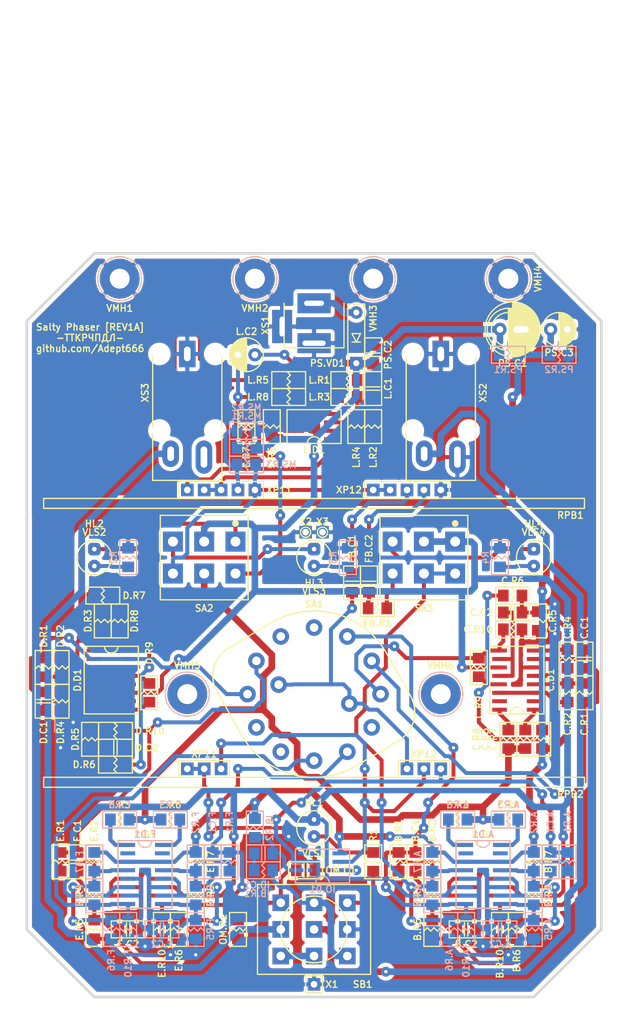
<source format=kicad_pcb>
(kicad_pcb (version 20171130) (host pcbnew 5.1.12-84ad8e8a86~92~ubuntu20.04.1)
  (title_block (title "Salty Phaser") (date 2023-08-01) (rev 1A) (company "Igor Ivanov") (comment 1 https://github.com/Adept666) (comment 2 "This project is licensed under GNU General Public License v3.0 or later"))
  (layers (0 F.Cu jumper) (31 B.Cu signal) (36 B.SilkS user) (37 F.SilkS user) (38 B.Mask user) (39 F.Mask user) (44 Edge.Cuts user))
  (net 0 "")
  (net 1 COM)
  (net 2 "Net-(HL1-PadC)")
  (net 3 /LED)
  (net 4 VREF)
  (net 5 V)
  (net 6 /DRY)
  (net 7 /OUT2)
  (net 8 /OUT4)
  (net 9 /OUT6)
  (net 10 /OUT8)
  (net 11 /OUT10)
  (net 12 /WET)
  (net 13 /LFO-AUTO)
  (net 14 /OUT-CIR)
  (net 15 /FB)
  (net 16 /OUT12)
  (net 17 /LED-SPEED)
  (net 18 /LED-RATE)
  (net 19 /LED-FB)
  (net 20 /LFO)
  (net 21 /FB-ON)
  (net 22 /IN-CIR)
  (net 23 /LFO-MANUAL)
  (net 24 /IN-CON)
  (net 25 "Net-(SB1-PadNC1)")
  (net 26 /OUT-CON)
  (net 27 "Net-(XS3-PadR/TN)")
  (net 28 "Net-(VMH5-Pad0)")
  (net 29 "Net-(VMH6-Pad0)")
  (net 30 "Net-(SA1-Pad1-4)")
  (net 31 "Net-(SA1-Pad2-5)")
  (net 32 "Net-(SA1-Pad2-6)")
  (net 33 "Net-(SA1-Pad2-2)")
  (net 34 "Net-(SA1-Pad2-1)")
  (net 35 "Net-(FB.C1-Pad2)")
  (net 36 "Net-(FB.C2-Pad2)")
  (net 37 "Net-(FB.C2-Pad1)")
  (net 38 "Net-(MS.R2-Pad2)")
  (net 39 "Net-(A.C1-Pad2)")
  (net 40 "Net-(A.C2-Pad2)")
  (net 41 "Net-(A.C2-Pad1)")
  (net 42 "Net-(A.D1-Pad1)")
  (net 43 "Net-(A.D1-Pad2)")
  (net 44 "Net-(A.D1-Pad4)")
  (net 45 "Net-(A.D1-Pad15)")
  (net 46 "Net-(A.D1-Pad16)")
  (net 47 "Net-(B.D1-Pad1)")
  (net 48 "Net-(B.D1-Pad2)")
  (net 49 "Net-(B.D1-Pad4)")
  (net 50 "Net-(B.D1-Pad13)")
  (net 51 "Net-(B.D1-Pad15)")
  (net 52 "Net-(B.D1-Pad16)")
  (net 53 "Net-(C.D1-Pad1)")
  (net 54 "Net-(C.D1-Pad2)")
  (net 55 "Net-(C.D1-Pad4)")
  (net 56 "Net-(C.D1-Pad13)")
  (net 57 "Net-(C.D1-Pad15)")
  (net 58 "Net-(C.D1-Pad16)")
  (net 59 "Net-(D.D1-Pad1)")
  (net 60 "Net-(D.D1-Pad2)")
  (net 61 "Net-(D.D1-Pad4)")
  (net 62 "Net-(D.D1-Pad13)")
  (net 63 "Net-(D.D1-Pad15)")
  (net 64 "Net-(D.D1-Pad16)")
  (net 65 "Net-(E.D1-Pad1)")
  (net 66 "Net-(E.D1-Pad2)")
  (net 67 "Net-(E.D1-Pad4)")
  (net 68 "Net-(E.D1-Pad13)")
  (net 69 "Net-(E.D1-Pad15)")
  (net 70 "Net-(E.D1-Pad16)")
  (net 71 "Net-(F.C1-Pad2)")
  (net 72 "Net-(F.C2-Pad2)")
  (net 73 "Net-(F.C2-Pad1)")
  (net 74 "Net-(F.D1-Pad1)")
  (net 75 "Net-(F.D1-Pad2)")
  (net 76 "Net-(F.D1-Pad4)")
  (net 77 "Net-(F.D1-Pad13)")
  (net 78 "Net-(F.D1-Pad15)")
  (net 79 "Net-(F.D1-Pad16)")
  (net 80 "Net-(IO.D1-Pad7)")
  (net 81 "Net-(IO.D1-Pad6)")
  (net 82 "Net-(B.C1-Pad2)")
  (net 83 "Net-(B.C2-Pad1)")
  (net 84 "Net-(B.C2-Pad2)")
  (net 85 "Net-(IB.C1-Pad1)")
  (net 86 "Net-(IB.C1-Pad2)")
  (net 87 "Net-(E.C1-Pad2)")
  (net 88 "Net-(E.C2-Pad2)")
  (net 89 "Net-(E.C2-Pad1)")
  (net 90 "Net-(C.C1-Pad2)")
  (net 91 "Net-(C.C2-Pad1)")
  (net 92 "Net-(C.C2-Pad2)")
  (net 93 "Net-(D.C1-Pad2)")
  (net 94 "Net-(D.C2-Pad2)")
  (net 95 "Net-(D.C2-Pad1)")
  (net 96 "Net-(PS.VD1-PadA)")
  (net 97 "Net-(L.C1-Pad2)")
  (net 98 "Net-(L.C2-Pad+)")
  (net 99 "Net-(L.D1-Pad5)")
  (net 100 "Net-(L.D1-Pad3)")
  (net 101 "Net-(L.D1-Pad1)")
  (net 102 "Net-(L.R2-Pad2)")
  (net 103 "Net-(HL2-PadC)")
  (net 104 "Net-(HL3-PadC)")
  (net 105 "Net-(HL4-PadC)")
  (module KCL-TH-ML:VMH-STA-DA5-PNL-3.0 (layer F.Cu) (at 76.2 96.52)
    (fp_text reference VMH1 (at 0 4.445) (layer F.SilkS) (effects (font (thickness 0.2))))
    (fp_text value DI5M3x18)
    (pad 0 thru_hole circle (at 0 0) (size 6 6) (drill 3) (layers *.Cu *.Mask) (net 1 COM))
  )
  (module KCL-TH-ML:VMH-STA-DA5-PNL-3.0 (layer F.Cu) (at 96.52 96.52)
    (fp_text reference VMH2 (at 0 4.445) (layer F.SilkS) (effects (font (thickness 0.2))))
    (fp_text value DI5M3x18)
    (pad 0 thru_hole circle (at 0 0) (size 6 6) (drill 3) (layers *.Cu *.Mask) (net 1 COM))
  )
  (module KCL-TH-ML:VMH-STA-DA5-PNL-3.0 (layer F.Cu) (at 114.3 96.52)
    (fp_text reference VMH3 (at 0 3.81 90) (layer F.SilkS) (effects (font (thickness 0.2)) (justify right)))
    (fp_text value DI5M3x18)
    (pad 0 thru_hole circle (at 0 0) (size 6 6) (drill 3) (layers *.Cu *.Mask) (net 1 COM))
  )
  (module KCL-TH-ML:VMH-STA-DA5-PNL-3.0 (layer F.Cu) (at 134.62 96.52)
    (fp_text reference VMH4 (at 4.445 0 90) (layer F.SilkS) (effects (font (thickness 0.2))))
    (fp_text value DI5M3x18)
    (pad 0 thru_hole circle (at 0 0) (size 6 6) (drill 3) (layers *.Cu *.Mask) (net 1 COM))
  )
  (module KCL-TH-ML:VMH-STA-DA5-PNL-3.0 (layer F.Cu) (at 124.46 158.95)
    (fp_text reference VMH6 (at 0 -4.3275) (layer F.SilkS) (effects (font (thickness 0.2))))
    (fp_text value DI5M3x18)
    (pad 0 thru_hole circle (at 0 0) (size 6 6) (drill 3) (layers *.Cu *.Mask) (net 29 "Net-(VMH6-Pad0)"))
  )
  (module KCL-TH-ML:VMH-STA-DA5-PNL-3.0 (layer F.Cu) (at 86.36 158.95)
    (fp_text reference VMH5 (at 0 -4.3275) (layer F.SilkS) (effects (font (thickness 0.2))))
    (fp_text value DI5M3x18)
    (pad 0 thru_hole circle (at 0 0) (size 6 6) (drill 3) (layers *.Cu *.Mask) (net 28 "Net-(VMH5-Pad0)"))
  )
  (module SBKCL-TH-ML:RPB-1590BB-18-3x17-1.5-PNL-7.4-2.8 (layer F.Cu) (at 105.41 117.04)
    (fp_text reference RPB1 (at 40.64 15.04) (layer F.SilkS) (effects (font (thickness 0.2)) (justify right)))
    (fp_text value B500K-A1K-B100K)
    (fp_text user XP12 (at 7.3025 11.23) (layer F.SilkS) (effects (font (thickness 0.2)) (justify right)))
    (fp_text user XP11 (at -7.3025 11.23) (layer F.SilkS) (effects (font (thickness 0.2)) (justify left)))
    (pad 22 thru_hole rect (at 8.89 11.23) (size 1.9 1.9) (drill 1) (layers *.Cu *.Mask) (net 23 /LFO-MANUAL))
    (pad 23 thru_hole rect (at 11.43 11.23) (size 1.9 1.9) (drill 1) (layers *.Cu *.Mask) (net 23 /LFO-MANUAL))
    (pad 33 thru_hole rect (at 13.97 11.23) (size 1.9 1.9) (drill 1) (layers *.Cu *.Mask) (net 35 "Net-(FB.C1-Pad2)"))
    (pad 32 thru_hole rect (at 16.51 11.23) (size 1.9 1.9) (drill 1) (layers *.Cu *.Mask) (net 37 "Net-(FB.C2-Pad1)"))
    (pad 31 thru_hole rect (at 19.05 11.23) (size 1.9 1.9) (drill 1) (layers *.Cu *.Mask) (net 1 COM))
    (pad 22 thru_hole rect (at -8.89 11.23) (size 1.9 1.9) (drill 1) (layers *.Cu *.Mask) (net 23 /LFO-MANUAL))
    (pad 12 thru_hole rect (at -16.51 11.23) (size 1.9 1.9) (drill 1) (layers *.Cu *.Mask) (net 102 "Net-(L.R2-Pad2)"))
    (pad 11 thru_hole rect (at -13.97 11.23) (size 1.9 1.9) (drill 1) (layers *.Cu *.Mask) (net 102 "Net-(L.R2-Pad2)"))
    (pad 13 thru_hole rect (at -19.05 11.23) (size 1.9 1.9) (drill 1) (layers *.Cu *.Mask) (net 101 "Net-(L.D1-Pad1)"))
    (pad 21 thru_hole rect (at -11.43 11.23) (size 1.9 1.9) (drill 1) (layers *.Cu *.Mask) (net 38 "Net-(MS.R2-Pad2)"))
  )
  (module SBKCL-TH-ML:RPB-1590BB-18-2x17-1.5-PNL-7.4-2.8 (layer F.Cu) (at 105.41 158.95)
    (fp_text reference RPB2 (at 40.64 15.04) (layer F.SilkS) (effects (font (thickness 0.2)) (justify right)))
    (fp_text value X)
    (fp_text user XP12 (at 16.51 9.0075) (layer F.SilkS) (effects (font (thickness 0.2))))
    (fp_text user XP11 (at -16.51 9.0075) (layer F.SilkS) (effects (font (thickness 0.2))))
    (pad 33 thru_hole rect (at 13.97 11.23) (size 1.9 1.9) (drill 1) (layers *.Cu *.Mask) (net 12 /WET))
    (pad 32 thru_hole rect (at 16.51 11.23) (size 1.9 1.9) (drill 1) (layers *.Cu *.Mask) (net 81 "Net-(IO.D1-Pad6)"))
    (pad 31 thru_hole rect (at 19.05 11.23) (size 1.9 1.9) (drill 1) (layers *.Cu *.Mask) (net 6 /DRY))
    (pad 12 thru_hole rect (at -16.51 11.23) (size 1.9 1.9) (drill 1) (layers *.Cu *.Mask) (net 80 "Net-(IO.D1-Pad7)"))
    (pad 11 thru_hole rect (at -13.97 11.23) (size 1.9 1.9) (drill 1) (layers *.Cu *.Mask) (net 81 "Net-(IO.D1-Pad6)"))
    (pad 13 thru_hole rect (at -19.05 11.23) (size 1.9 1.9) (drill 1) (layers *.Cu *.Mask) (net 80 "Net-(IO.D1-Pad7)"))
  )
  (module SBKCL-TH-SL:CP-RADIAL-D05.0-P02.0-CLS-OR-D06.3-P02.5-OR-D08.0-P03.5-CLS (layer F.Cu) (at 134.62 104.14)
    (fp_text reference PS.C1 (at 0.635 5.08) (layer F.SilkS) (effects (font (thickness 0.2))))
    (fp_text value 107)
    (pad - thru_hole rect (at 1.905 0) (size 3.27 2) (drill oval 2.27 1) (layers B.Cu B.Mask) (net 1 COM))
    (pad + thru_hole circle (at -1.27 0) (size 2 2) (drill 1) (layers B.Cu B.Mask) (net 5 V))
  )
  (module KCL-TH-SL:CP-RADIAL-D05.0-P02.0-CLS (layer F.Cu) (at 142.24 104.14)
    (fp_text reference PS.C3 (at 0 3.4925) (layer F.SilkS) (effects (font (thickness 0.2))))
    (fp_text value 106)
    (pad + thru_hole circle (at -1.27 0) (size 2 2) (drill 1) (layers B.Cu B.Mask) (net 4 VREF))
    (pad - thru_hole rect (at 1.27 0) (size 2 2) (drill 1) (layers B.Cu B.Mask) (net 1 COM))
  )
  (module KCL-TH-SL:CP-RADIAL-D05.0-P02.0-CLS (layer F.Cu) (at 95.25 107.95 180)
    (fp_text reference L.C2 (at 0 3.4925) (layer F.SilkS) (effects (font (thickness 0.2))))
    (fp_text value 475)
    (pad + thru_hole circle (at -1.27 0 180) (size 2 2) (drill 1) (layers B.Cu B.Mask) (net 98 "Net-(L.C2-Pad+)"))
    (pad - thru_hole rect (at 1.27 0 180) (size 2 2) (drill 1) (layers B.Cu B.Mask) (net 13 /LFO-AUTO))
  )
  (module KCL-TH-SL:CON-PAD-S-1.0-1.9 (layer F.Cu) (at 106.68 134.62)
    (fp_text reference X3 (at 0 -1.5875) (layer F.SilkS) (effects (font (thickness 0.2))))
    (fp_text value X)
    (pad 1 thru_hole rect (at 0 0) (size 1.9 1.9) (drill 1) (layers B.Cu B.Mask) (net 1 COM))
  )
  (module KCL-TH-SL:CON-PAD-S-1.0-1.9 (layer F.Cu) (at 104.14 134.62)
    (fp_text reference X2 (at 0 -1.5875) (layer F.SilkS) (effects (font (thickness 0.2))))
    (fp_text value COM)
    (pad 1 thru_hole rect (at 0 0) (size 1.9 1.9) (drill 1) (layers B.Cu B.Mask) (net 1 COM))
  )
  (module KCL-TH-ML:CON-PAD-S-1.0-1.9 (layer F.Cu) (at 105.41 202.565)
    (fp_text reference X1 (at 1.5875 0) (layer F.SilkS) (effects (font (thickness 0.2)) (justify left)))
    (fp_text value COM)
    (pad 1 thru_hole rect (at 0 0) (size 1.9 1.9) (drill 1) (layers *.Cu *.Mask) (net 1 COM))
  )
  (module KCL-TH-ML:CON-DC-005 (layer F.Cu) (at 105.41 92.71 180)
    (fp_text reference XS1 (at 7.3025 -10.795 270) (layer F.SilkS) (effects (font (thickness 0.2))))
    (fp_text value DC-005)
    (pad C thru_hole rect (at 0 -13.5 180) (size 5 3) (drill oval 3.5 0.8) (layers *.Cu *.Mask) (net 1 COM))
    (pad SN thru_hole rect (at 4.8 -11 180) (size 3 5) (drill oval 0.8 3) (layers *.Cu *.Mask) (net 1 COM))
    (pad S thru_hole rect (at 0 -7.5 180) (size 5 3) (drill oval 3 0.8) (layers *.Cu *.Mask) (net 96 "Net-(PS.VD1-PadA)"))
  )
  (module KCL-TH-ML:LED-ROUND-05.0-UNI-SH-SPACER-PNL-5.3 (layer F.Cu) (at 138.43 138.43 90)
    (fp_text reference HL4 (at 5.08 0 180) (layer F.SilkS) (effects (font (thickness 0.2))))
    (fp_text value X)
    (pad C thru_hole circle (at -1.27 0 90) (size 1.9 1.9) (drill 0.7) (layers *.Cu *.Mask) (net 105 "Net-(HL4-PadC)"))
    (pad A thru_hole roundrect (at 1.27 0 90) (size 1.9 1.9) (drill 0.7) (layers *.Cu *.Mask) (roundrect_rratio 0.3) (net 19 /LED-FB))
  )
  (module KCL-TH-ML:LED-ROUND-05.0-UNI-SH-SPACER-PNL-5.3 (layer F.Cu) (at 105.41 138.43 90)
    (fp_text reference HL3 (at -3.81 0 180) (layer F.SilkS) (effects (font (thickness 0.2))))
    (fp_text value X)
    (pad A thru_hole roundrect (at 1.27 0 90) (size 1.9 1.9) (drill 0.7) (layers *.Cu *.Mask) (roundrect_rratio 0.3) (net 18 /LED-RATE))
    (pad C thru_hole circle (at -1.27 0 90) (size 1.9 1.9) (drill 0.7) (layers *.Cu *.Mask) (net 104 "Net-(HL3-PadC)"))
  )
  (module KCL-TH-ML:LED-ROUND-05.0-UNI-SH-SPACER-PNL-5.3 (layer F.Cu) (at 72.39 138.43 90)
    (fp_text reference HL2 (at 5.08 0 180) (layer F.SilkS) (effects (font (thickness 0.2))))
    (fp_text value X)
    (pad C thru_hole circle (at -1.27 0 90) (size 1.9 1.9) (drill 0.7) (layers *.Cu *.Mask) (net 103 "Net-(HL2-PadC)"))
    (pad A thru_hole roundrect (at 1.27 0 90) (size 1.9 1.9) (drill 0.7) (layers *.Cu *.Mask) (roundrect_rratio 0.3) (net 17 /LED-SPEED))
  )
  (module KCL-TH-ML:LED-ROUND-05.0-UNI-SH-SPACER-PNL-5.3 (layer F.Cu) (at 105.41 179.07 90)
    (fp_text reference HL1 (at 3.81 0 180) (layer F.SilkS) (effects (font (thickness 0.2))))
    (fp_text value FYL-5013UWC)
    (pad A thru_hole roundrect (at 1.27 0 90) (size 1.9 1.9) (drill 0.7) (layers *.Cu *.Mask) (roundrect_rratio 0.3) (net 5 V))
    (pad C thru_hole circle (at -1.27 0 90) (size 1.9 1.9) (drill 0.7) (layers *.Cu *.Mask) (net 2 "Net-(HL1-PadC)"))
  )
  (module SBKCL-TH-ML:CON-ST-008X-04-OR-ST-008X-05 (layer F.Cu) (at 86.36 100.33 180)
    (fp_text reference XS3 (at 6.35 -13.335 270) (layer F.SilkS) (effects (font (thickness 0.2))))
    (fp_text value PJ-309)
    (pad "" np_thru_hole circle (at 4.2 -7.5 180) (size 2.2 2.2) (drill 2.2) (layers *.Cu *.Mask))
    (pad "" np_thru_hole circle (at -4.2 -7.5 180) (size 2.2 2.2) (drill 2.2) (layers *.Cu *.Mask))
    (pad "" np_thru_hole circle (at 4.2 -19 180) (size 2.2 2.2) (drill 2.2) (layers *.Cu *.Mask))
    (pad R/TN thru_hole oval (at -2.5 -23 180) (size 2.5 5) (drill oval 1 3.2) (layers *.Cu *.Mask) (net 27 "Net-(XS3-PadR/TN)"))
    (pad T thru_hole oval (at 2.5 -22.5 180) (size 2.5 4) (drill oval 1 2.2) (layers *.Cu *.Mask) (net 26 /OUT-CON))
    (pad S thru_hole rect (at 0 -7.5 180) (size 2.5 4) (drill oval 1 2.2) (layers *.Cu *.Mask) (net 1 COM))
    (pad "" np_thru_hole circle (at -4.2 -19 180) (size 2.2 2.2) (drill 2.2) (layers *.Cu *.Mask))
  )
  (module SBKCL-TH-ML:CON-ST-008X-04-OR-ST-008X-05 (layer F.Cu) (at 124.46 100.33 180)
    (fp_text reference XS2 (at -6.35 -13.335 270) (layer F.SilkS) (effects (font (thickness 0.2))))
    (fp_text value PJ-309)
    (pad "" np_thru_hole circle (at 4.2 -7.5 180) (size 2.2 2.2) (drill 2.2) (layers *.Cu *.Mask))
    (pad "" np_thru_hole circle (at -4.2 -7.5 180) (size 2.2 2.2) (drill 2.2) (layers *.Cu *.Mask))
    (pad "" np_thru_hole circle (at 4.2 -19 180) (size 2.2 2.2) (drill 2.2) (layers *.Cu *.Mask))
    (pad R/TN thru_hole oval (at -2.5 -23 180) (size 2.5 5) (drill oval 1 3.2) (layers *.Cu *.Mask) (net 1 COM))
    (pad T thru_hole oval (at 2.5 -22.5 180) (size 2.5 4) (drill oval 1 2.2) (layers *.Cu *.Mask) (net 24 /IN-CON))
    (pad S thru_hole rect (at 0 -7.5 180) (size 2.5 4) (drill oval 1 2.2) (layers *.Cu *.Mask) (net 1 COM))
    (pad "" np_thru_hole circle (at -4.2 -19 180) (size 2.2 2.2) (drill 2.2) (layers *.Cu *.Mask))
  )
  (module KCL-TH-ML:P-DO-41 (layer F.Cu) (at 111.76 105.41 270)
    (fp_text reference PS.VD1 (at 3.81 1.5875 180) (layer F.SilkS) (effects (font (thickness 0.2)) (justify right)))
    (fp_text value 5817)
    (pad A thru_hole circle (at -3.81 0 270) (size 1.9 1.9) (drill 0.9) (layers *.Cu *.Mask) (net 96 "Net-(PS.VD1-PadA)"))
    (pad C thru_hole rect (at 3.81 0 270) (size 1.9 1.9) (drill 0.9) (layers *.Cu *.Mask) (net 5 V))
  )
  (module SBKCL-TH-ML:SW-PBS-24-302SP-2.5-PNL-13.0 (layer F.Cu) (at 105.41 194.31)
    (fp_text reference SB1 (at 8.89 8.255) (layer F.SilkS) (effects (font (thickness 0.2)) (justify right)))
    (fp_text value PBS-24-302SP)
    (pad COM3 thru_hole rect (at 5 0) (size 2.5 2.5) (drill 1.3) (layers *.Cu *.Mask) (net 1 COM))
    (pad NC3 thru_hole rect (at 5 4) (size 2.5 2.5) (drill 1.3) (layers *.Cu *.Mask) (net 22 /IN-CIR))
    (pad NO3 thru_hole rect (at 5 -4) (size 2.5 2.5) (drill 1.3) (layers *.Cu *.Mask) (net 3 /LED))
    (pad COM2 thru_hole rect (at 0 0) (size 2.5 2.5) (drill 1.3) (layers *.Cu *.Mask) (net 24 /IN-CON))
    (pad NC2 thru_hole rect (at 0 4) (size 2.5 2.5) (drill 1.3) (layers *.Cu *.Mask) (net 25 "Net-(SB1-PadNC1)"))
    (pad NO2 thru_hole rect (at 0 -4) (size 2.5 2.5) (drill 1.3) (layers *.Cu *.Mask) (net 22 /IN-CIR))
    (pad NO1 thru_hole rect (at -5 -4) (size 2.5 2.5) (drill 1.3) (layers *.Cu *.Mask) (net 14 /OUT-CIR))
    (pad COM1 thru_hole rect (at -5 0) (size 2.5 2.5) (drill 1.3) (layers *.Cu *.Mask) (net 26 /OUT-CON))
    (pad NC1 thru_hole rect (at -5 4) (size 2.5 2.5) (drill 1.3) (layers *.Cu *.Mask) (net 25 "Net-(SB1-PadNC1)"))
  )
  (module KCL-TH-ML:SW-MTS-202-A2-3.0-PNL-6.0 (layer F.Cu) (at 121.92 138.43 270)
    (fp_text reference SA3 (at 7.62 0) (layer F.SilkS) (effects (font (thickness 0.2))))
    (fp_text value X)
    (pad COM2 thru_hole rect (at 2.4 0 270) (size 3 3) (drill 1.5) (layers *.Cu *.Mask) (net 15 /FB))
    (pad NC2 thru_hole rect (at 2.4 -4.7 270) (size 3 3) (drill 1.5) (layers *.Cu *.Mask) (net 15 /FB))
    (pad NO2 thru_hole rect (at 2.4 4.7 270) (size 3 3) (drill 1.5) (layers *.Cu *.Mask) (net 21 /FB-ON))
    (pad NC1 thru_hole rect (at -2.4 -4.7 270) (size 3 3) (drill 1.5) (layers *.Cu *.Mask) (net 5 V))
    (pad COM1 thru_hole rect (at -2.4 0 270) (size 3 3) (drill 1.5) (layers *.Cu *.Mask) (net 5 V))
    (pad NO1 thru_hole rect (at -2.4 4.7 270) (size 3 3) (drill 1.5) (layers *.Cu *.Mask) (net 19 /LED-FB))
  )
  (module KCL-TH-ML:SW-MTS-202-A2-3.0-PNL-6.0 (layer F.Cu) (at 88.9 138.43 270)
    (fp_text reference SA2 (at 7.62 0) (layer F.SilkS) (effects (font (thickness 0.2))))
    (fp_text value MTS-202-A2)
    (pad COM2 thru_hole rect (at 2.4 0 270) (size 3 3) (drill 1.5) (layers *.Cu *.Mask) (net 20 /LFO))
    (pad NC2 thru_hole rect (at 2.4 -4.7 270) (size 3 3) (drill 1.5) (layers *.Cu *.Mask) (net 13 /LFO-AUTO))
    (pad NO2 thru_hole rect (at 2.4 4.7 270) (size 3 3) (drill 1.5) (layers *.Cu *.Mask) (net 23 /LFO-MANUAL))
    (pad NC1 thru_hole rect (at -2.4 -4.7 270) (size 3 3) (drill 1.5) (layers *.Cu *.Mask) (net 17 /LED-SPEED))
    (pad COM1 thru_hole rect (at -2.4 0 270) (size 3 3) (drill 1.5) (layers *.Cu *.Mask) (net 5 V))
    (pad NO1 thru_hole rect (at -2.4 4.7 270) (size 3 3) (drill 1.5) (layers *.Cu *.Mask) (net 18 /LED-RATE))
  )
  (module KCL:SW-RBS-1-2P6W-VP-PNL-9.5 (layer F.Cu) (at 105.41 158.95 165)
    (fp_text reference SA1 (at 3.503116 13.073806 180) (layer F.SilkS) (effects (font (thickness 0.2))))
    (fp_text value X)
    (pad 1-6 thru_hole circle (at -2.58819 -9.659258 165) (size 2.5 2.5) (drill 1.3) (layers B.Cu B.Mask) (net 16 /OUT12))
    (pad 1-5 thru_hole circle (at -7.071068 -7.071068 165) (size 2.5 2.5) (drill 1.3) (layers B.Cu B.Mask) (net 11 /OUT10))
    (pad 1-4 thru_hole circle (at -9.659258 -2.58819 165) (size 2.5 2.5) (drill 1.3) (layers B.Cu B.Mask) (net 30 "Net-(SA1-Pad1-4)"))
    (pad 1-3 thru_hole circle (at -9.659258 2.58819 165) (size 2.5 2.5) (drill 1.3) (layers B.Cu B.Mask) (net 9 /OUT6))
    (pad 1-2 thru_hole circle (at -7.071068 7.071068 165) (size 2.5 2.5) (drill 1.3) (layers B.Cu B.Mask) (net 8 /OUT4))
    (pad 1-1 thru_hole circle (at -2.58819 9.659258 165) (size 2.5 2.5) (drill 1.3) (layers B.Cu B.Mask) (net 7 /OUT2))
    (pad 2-6 thru_hole circle (at 2.58819 9.659258 165) (size 2.5 2.5) (drill 1.3) (layers B.Cu B.Mask) (net 32 "Net-(SA1-Pad2-6)"))
    (pad 2-5 thru_hole circle (at 7.071068 7.071068 165) (size 2.5 2.5) (drill 1.3) (layers B.Cu B.Mask) (net 31 "Net-(SA1-Pad2-5)"))
    (pad 2-4 thru_hole circle (at 9.659258 2.58819 165) (size 2.5 2.5) (drill 1.3) (layers B.Cu B.Mask) (net 10 /OUT8))
    (pad 2-3 thru_hole circle (at 9.659258 -2.58819 165) (size 2.5 2.5) (drill 1.3) (layers B.Cu B.Mask) (net 9 /OUT6))
    (pad COM2 thru_hole circle (at 5.5 0 165) (size 2.5 2.5) (drill 1.3) (layers B.Cu B.Mask) (net 12 /WET))
    (pad 2-2 thru_hole circle (at 7.071068 -7.071068 165) (size 2.5 2.5) (drill 1.3) (layers B.Cu B.Mask) (net 33 "Net-(SA1-Pad2-2)"))
    (pad COM1 thru_hole circle (at -5.5 0 165) (size 2.5 2.5) (drill 1.3) (layers B.Cu B.Mask) (net 12 /WET))
    (pad 2-1 thru_hole circle (at 2.58819 -9.659258 165) (size 2.5 2.5) (drill 1.3) (layers B.Cu B.Mask) (net 34 "Net-(SA1-Pad2-1)"))
  )
  (module KCL:C-SM-1206 (layer F.Cu) (at 114.3 107.95 90)
    (fp_text reference PS.C2 (at 0 2.2225 90) (layer F.SilkS) (effects (font (thickness 0.2))))
    (fp_text value 104)
    (pad 1 smd rect (at -1.4 0 90) (size 1.6 1.8) (layers F.Cu F.Mask) (net 5 V))
    (pad 2 smd rect (at 1.4 0 90) (size 1.6 1.8) (layers F.Cu F.Mask) (net 1 COM))
  )
  (module KCL:R-SM-1206 (layer B.Cu) (at 133.35 138.43 270)
    (fp_text reference R4 (at 0 2.2225 270) (layer B.SilkS) (effects (font (thickness 0.2)) (justify mirror)))
    (fp_text value X)
    (pad 2 smd rect (at 1.4 0 270) (size 1.6 1.8) (layers B.Cu B.Mask) (net 105 "Net-(HL4-PadC)"))
    (pad 1 smd rect (at -1.4 0 270) (size 1.6 1.8) (layers B.Cu B.Mask) (net 1 COM))
  )
  (module KCL:R-SM-1206 (layer B.Cu) (at 110.49 138.43 270)
    (fp_text reference R3 (at 0 2.2225 90) (layer B.SilkS) (effects (font (thickness 0.2)) (justify mirror)))
    (fp_text value X)
    (pad 2 smd rect (at 1.4 0 270) (size 1.6 1.8) (layers B.Cu B.Mask) (net 104 "Net-(HL3-PadC)"))
    (pad 1 smd rect (at -1.4 0 270) (size 1.6 1.8) (layers B.Cu B.Mask) (net 1 COM))
  )
  (module KCL:R-SM-1206 (layer B.Cu) (at 77.47 138.43 270)
    (fp_text reference R2 (at 0 2.2225 270) (layer B.SilkS) (effects (font (thickness 0.2)) (justify mirror)))
    (fp_text value X)
    (pad 2 smd rect (at 1.4 0 270) (size 1.6 1.8) (layers B.Cu B.Mask) (net 103 "Net-(HL2-PadC)"))
    (pad 1 smd rect (at -1.4 0 270) (size 1.6 1.8) (layers B.Cu B.Mask) (net 1 COM))
  )
  (module KCL:R-SM-1206 (layer F.Cu) (at 130.175 154.94 90)
    (fp_text reference C.R9 (at -4.1275 0 270) (layer F.SilkS) (effects (font (thickness 0.2)) (justify right)))
    (fp_text value 273)
    (pad 1 smd rect (at -1.4 0 90) (size 1.6 1.8) (layers F.Cu F.Mask) (net 56 "Net-(C.D1-Pad13)"))
    (pad 2 smd rect (at 1.4 0 90) (size 1.6 1.8) (layers F.Cu F.Mask) (net 9 /OUT6))
  )
  (module KCL:R-SM-1206 (layer F.Cu) (at 143.51 158.75 270)
    (fp_text reference C.R2 (at 2.8575 0 270) (layer F.SilkS) (effects (font (thickness 0.2)) (justify right)))
    (fp_text value 182)
    (pad 1 smd rect (at -1.4 0 270) (size 1.6 1.8) (layers F.Cu F.Mask) (net 55 "Net-(C.D1-Pad4)"))
    (pad 2 smd rect (at 1.4 0 270) (size 1.6 1.8) (layers F.Cu F.Mask) (net 4 VREF))
  )
  (module KCL:R-SM-1206 (layer F.Cu) (at 137.16 165.735 90)
    (fp_text reference C.R3 (at 0 -6.0325 90) (layer F.SilkS) (effects (font (thickness 0.2))))
    (fp_text value 103)
    (pad 1 smd rect (at -1.4 0 90) (size 1.6 1.8) (layers F.Cu F.Mask) (net 20 /LFO))
    (pad 2 smd rect (at 1.4 0 90) (size 1.6 1.8) (layers F.Cu F.Mask) (net 53 "Net-(C.D1-Pad1)"))
  )
  (module KCL:R-SM-1206 (layer F.Cu) (at 139.065 147.955 270)
    (fp_text reference C.R5 (at 0 -2.2225 270) (layer F.SilkS) (effects (font (thickness 0.2))))
    (fp_text value 103)
    (pad 1 smd rect (at -1.4 0 270) (size 1.6 1.8) (layers F.Cu F.Mask) (net 91 "Net-(C.C2-Pad1)"))
    (pad 2 smd rect (at 1.4 0 270) (size 1.6 1.8) (layers F.Cu F.Mask) (net 1 COM))
  )
  (module KCL:C-SM-1206 (layer F.Cu) (at 135.255 146.685 180)
    (fp_text reference C.C2 (at 2.8575 0) (layer F.SilkS) (effects (font (thickness 0.2)) (justify right)))
    (fp_text value 332)
    (pad 1 smd rect (at -1.4 0 180) (size 1.6 1.8) (layers F.Cu F.Mask) (net 91 "Net-(C.C2-Pad1)"))
    (pad 2 smd rect (at 1.4 0 180) (size 1.6 1.8) (layers F.Cu F.Mask) (net 92 "Net-(C.C2-Pad2)"))
  )
  (module KCL:R-SM-1206 (layer F.Cu) (at 135.255 149.225)
    (fp_text reference C.R10 (at -2.8575 0 180) (layer F.SilkS) (effects (font (thickness 0.2)) (justify right)))
    (fp_text value 103)
    (pad 2 smd rect (at 1.4 0) (size 1.6 1.8) (layers F.Cu F.Mask) (net 1 COM))
    (pad 1 smd rect (at -1.4 0) (size 1.6 1.8) (layers F.Cu F.Mask) (net 9 /OUT6))
  )
  (module KCL:R-SM-1206 (layer F.Cu) (at 146.05 158.75 90)
    (fp_text reference C.R1 (at -2.8575 0 270) (layer F.SilkS) (effects (font (thickness 0.2)) (justify right)))
    (fp_text value 273)
    (pad 1 smd rect (at -1.4 0 90) (size 1.6 1.8) (layers F.Cu F.Mask) (net 8 /OUT4))
    (pad 2 smd rect (at 1.4 0 90) (size 1.6 1.8) (layers F.Cu F.Mask) (net 55 "Net-(C.D1-Pad4)"))
  )
  (module KCL:P-SO-16 (layer F.Cu) (at 135.89 156.845 180)
    (fp_text reference C.D1 (at -5.08 0 270) (layer F.SilkS) (effects (font (thickness 0.2))))
    (fp_text value 13700)
    (pad 9 smd rect (at 2.6 4.445 180) (size 2.2 0.6) (layers F.Cu F.Mask) (net 9 /OUT6))
    (pad 10 smd rect (at 2.6 3.175 180) (size 2.2 0.6) (layers F.Cu F.Mask) (net 92 "Net-(C.C2-Pad2)"))
    (pad 11 smd rect (at 2.6 1.905 180) (size 2.2 0.6) (layers F.Cu F.Mask) (net 5 V))
    (pad 12 smd rect (at 2.6 0.635 180) (size 2.2 0.6) (layers F.Cu F.Mask) (net 92 "Net-(C.C2-Pad2)"))
    (pad 8 smd rect (at -2.6 4.445 180) (size 2.2 0.6) (layers F.Cu F.Mask) (net 91 "Net-(C.C2-Pad1)"))
    (pad 7 smd rect (at -2.6 3.175 180) (size 2.2 0.6) (layers F.Cu F.Mask) (net 90 "Net-(C.C1-Pad2)"))
    (pad 6 smd rect (at -2.6 1.905 180) (size 2.2 0.6) (layers F.Cu F.Mask) (net 1 COM))
    (pad 5 smd rect (at -2.6 0.635 180) (size 2.2 0.6) (layers F.Cu F.Mask) (net 90 "Net-(C.C1-Pad2)"))
    (pad 16 smd rect (at 2.6 -4.445 180) (size 2.2 0.6) (layers F.Cu F.Mask) (net 58 "Net-(C.D1-Pad16)"))
    (pad 15 smd rect (at 2.6 -3.175 180) (size 2.2 0.6) (layers F.Cu F.Mask) (net 57 "Net-(C.D1-Pad15)"))
    (pad 14 smd rect (at 2.6 -1.905 180) (size 2.2 0.6) (layers F.Cu F.Mask) (net 4 VREF))
    (pad 13 smd rect (at 2.6 -0.635 180) (size 2.2 0.6) (layers F.Cu F.Mask) (net 56 "Net-(C.D1-Pad13)"))
    (pad 4 smd rect (at -2.6 -0.635 180) (size 2.2 0.6) (layers F.Cu F.Mask) (net 55 "Net-(C.D1-Pad4)"))
    (pad 3 smd rect (at -2.6 -1.905 180) (size 2.2 0.6) (layers F.Cu F.Mask) (net 4 VREF))
    (pad 2 smd rect (at -2.6 -3.175 180) (size 2.2 0.6) (layers F.Cu F.Mask) (net 54 "Net-(C.D1-Pad2)"))
    (pad 1 smd rect (at -2.6 -4.445 180) (size 2.2 0.6) (layers F.Cu F.Mask) (net 53 "Net-(C.D1-Pad1)"))
  )
  (module KCL:R-SM-1206 (layer F.Cu) (at 139.7 165.735 270)
    (fp_text reference C.R7 (at 0 7.3025 270) (layer F.SilkS) (effects (font (thickness 0.2))))
    (fp_text value 182)
    (pad 1 smd rect (at -1.4 0 270) (size 1.6 1.8) (layers F.Cu F.Mask) (net 56 "Net-(C.D1-Pad13)"))
    (pad 2 smd rect (at 1.4 0 270) (size 1.6 1.8) (layers F.Cu F.Mask) (net 4 VREF))
  )
  (module KCL:R-SM-1206 (layer F.Cu) (at 143.51 153.67 90)
    (fp_text reference C.R4 (at 2.8575 0 270) (layer F.SilkS) (effects (font (thickness 0.2)) (justify left)))
    (fp_text value 273)
    (pad 1 smd rect (at -1.4 0 90) (size 1.6 1.8) (layers F.Cu F.Mask) (net 55 "Net-(C.D1-Pad4)"))
    (pad 2 smd rect (at 1.4 0 90) (size 1.6 1.8) (layers F.Cu F.Mask) (net 91 "Net-(C.C2-Pad1)"))
  )
  (module KCL:R-SM-1206 (layer F.Cu) (at 134.62 165.735 90)
    (fp_text reference C.R8 (at 0 -4.7625 90) (layer F.SilkS) (effects (font (thickness 0.2))))
    (fp_text value 103)
    (pad 2 smd rect (at 1.4 0 90) (size 1.6 1.8) (layers F.Cu F.Mask) (net 58 "Net-(C.D1-Pad16)"))
    (pad 1 smd rect (at -1.4 0 90) (size 1.6 1.8) (layers F.Cu F.Mask) (net 20 /LFO))
  )
  (module KCL:C-SM-1206 (layer F.Cu) (at 146.05 153.67 90)
    (fp_text reference C.C1 (at 2.8575 0 270) (layer F.SilkS) (effects (font (thickness 0.2)) (justify left)))
    (fp_text value 332)
    (pad 1 smd rect (at -1.4 0 90) (size 1.6 1.8) (layers F.Cu F.Mask) (net 8 /OUT4))
    (pad 2 smd rect (at 1.4 0 90) (size 1.6 1.8) (layers F.Cu F.Mask) (net 90 "Net-(C.C1-Pad2)"))
  )
  (module KCL:R-SM-1206 (layer F.Cu) (at 135.255 144.145 180)
    (fp_text reference C.R6 (at 0 2.2225 180) (layer F.SilkS) (effects (font (thickness 0.2))))
    (fp_text value 273)
    (pad 1 smd rect (at -1.4 0 180) (size 1.6 1.8) (layers F.Cu F.Mask) (net 91 "Net-(C.C2-Pad1)"))
    (pad 2 smd rect (at 1.4 0 180) (size 1.6 1.8) (layers F.Cu F.Mask) (net 56 "Net-(C.D1-Pad13)"))
  )
  (module KCL:R-SM-1206 (layer F.Cu) (at 80.645 158.75 270)
    (fp_text reference D.R9 (at -4.1275 0 270) (layer F.SilkS) (effects (font (thickness 0.2)) (justify left)))
    (fp_text value 273)
    (pad 1 smd rect (at -1.4 0 270) (size 1.6 1.8) (layers F.Cu F.Mask) (net 62 "Net-(D.D1-Pad13)"))
    (pad 2 smd rect (at 1.4 0 270) (size 1.6 1.8) (layers F.Cu F.Mask) (net 10 /OUT8))
  )
  (module KCL:R-SM-1206 (layer F.Cu) (at 67.31 154.94 90)
    (fp_text reference D.R2 (at 2.8575 0 270) (layer F.SilkS) (effects (font (thickness 0.2)) (justify left)))
    (fp_text value 182)
    (pad 1 smd rect (at -1.4 0 90) (size 1.6 1.8) (layers F.Cu F.Mask) (net 61 "Net-(D.D1-Pad4)"))
    (pad 2 smd rect (at 1.4 0 90) (size 1.6 1.8) (layers F.Cu F.Mask) (net 4 VREF))
  )
  (module KCL:R-SM-1206 (layer F.Cu) (at 73.66 147.955 270)
    (fp_text reference D.R3 (at 0 2.2225 90) (layer F.SilkS) (effects (font (thickness 0.2))))
    (fp_text value 103)
    (pad 1 smd rect (at -1.4 0 270) (size 1.6 1.8) (layers F.Cu F.Mask) (net 20 /LFO))
    (pad 2 smd rect (at 1.4 0 270) (size 1.6 1.8) (layers F.Cu F.Mask) (net 59 "Net-(D.D1-Pad1)"))
  )
  (module KCL:R-SM-1206 (layer F.Cu) (at 71.755 165.735 90)
    (fp_text reference D.R5 (at 0 -2.2225 270) (layer F.SilkS) (effects (font (thickness 0.2))))
    (fp_text value 103)
    (pad 2 smd rect (at 1.4 0 90) (size 1.6 1.8) (layers F.Cu F.Mask) (net 1 COM))
    (pad 1 smd rect (at -1.4 0 90) (size 1.6 1.8) (layers F.Cu F.Mask) (net 95 "Net-(D.C2-Pad1)"))
  )
  (module KCL:C-SM-1206 (layer F.Cu) (at 75.565 167.005)
    (fp_text reference D.C2 (at 2.8575 0) (layer F.SilkS) (effects (font (thickness 0.2)) (justify left)))
    (fp_text value 332)
    (pad 2 smd rect (at 1.4 0) (size 1.6 1.8) (layers F.Cu F.Mask) (net 94 "Net-(D.C2-Pad2)"))
    (pad 1 smd rect (at -1.4 0) (size 1.6 1.8) (layers F.Cu F.Mask) (net 95 "Net-(D.C2-Pad1)"))
  )
  (module KCL:R-SM-1206 (layer F.Cu) (at 75.565 164.465 180)
    (fp_text reference D.R10 (at -2.8575 0 180) (layer F.SilkS) (effects (font (thickness 0.2)) (justify left)))
    (fp_text value 103)
    (pad 2 smd rect (at 1.4 0 180) (size 1.6 1.8) (layers F.Cu F.Mask) (net 1 COM))
    (pad 1 smd rect (at -1.4 0 180) (size 1.6 1.8) (layers F.Cu F.Mask) (net 10 /OUT8))
  )
  (module KCL:R-SM-1206 (layer F.Cu) (at 64.77 154.94 270)
    (fp_text reference D.R1 (at -2.8575 0 270) (layer F.SilkS) (effects (font (thickness 0.2)) (justify left)))
    (fp_text value 273)
    (pad 1 smd rect (at -1.4 0 270) (size 1.6 1.8) (layers F.Cu F.Mask) (net 9 /OUT6))
    (pad 2 smd rect (at 1.4 0 270) (size 1.6 1.8) (layers F.Cu F.Mask) (net 61 "Net-(D.D1-Pad4)"))
  )
  (module KCL:P-SO-16 (layer F.Cu) (at 74.93 156.845)
    (fp_text reference D.D1 (at -5.08 0 90) (layer F.SilkS) (effects (font (thickness 0.2))))
    (fp_text value 13700)
    (pad 1 smd rect (at -2.6 -4.445) (size 2.2 0.6) (layers F.Cu F.Mask) (net 59 "Net-(D.D1-Pad1)"))
    (pad 2 smd rect (at -2.6 -3.175) (size 2.2 0.6) (layers F.Cu F.Mask) (net 60 "Net-(D.D1-Pad2)"))
    (pad 3 smd rect (at -2.6 -1.905) (size 2.2 0.6) (layers F.Cu F.Mask) (net 4 VREF))
    (pad 4 smd rect (at -2.6 -0.635) (size 2.2 0.6) (layers F.Cu F.Mask) (net 61 "Net-(D.D1-Pad4)"))
    (pad 13 smd rect (at 2.6 -0.635) (size 2.2 0.6) (layers F.Cu F.Mask) (net 62 "Net-(D.D1-Pad13)"))
    (pad 14 smd rect (at 2.6 -1.905) (size 2.2 0.6) (layers F.Cu F.Mask) (net 4 VREF))
    (pad 15 smd rect (at 2.6 -3.175) (size 2.2 0.6) (layers F.Cu F.Mask) (net 63 "Net-(D.D1-Pad15)"))
    (pad 16 smd rect (at 2.6 -4.445) (size 2.2 0.6) (layers F.Cu F.Mask) (net 64 "Net-(D.D1-Pad16)"))
    (pad 5 smd rect (at -2.6 0.635) (size 2.2 0.6) (layers F.Cu F.Mask) (net 93 "Net-(D.C1-Pad2)"))
    (pad 6 smd rect (at -2.6 1.905) (size 2.2 0.6) (layers F.Cu F.Mask) (net 1 COM))
    (pad 7 smd rect (at -2.6 3.175) (size 2.2 0.6) (layers F.Cu F.Mask) (net 93 "Net-(D.C1-Pad2)"))
    (pad 8 smd rect (at -2.6 4.445) (size 2.2 0.6) (layers F.Cu F.Mask) (net 95 "Net-(D.C2-Pad1)"))
    (pad 12 smd rect (at 2.6 0.635) (size 2.2 0.6) (layers F.Cu F.Mask) (net 94 "Net-(D.C2-Pad2)"))
    (pad 11 smd rect (at 2.6 1.905) (size 2.2 0.6) (layers F.Cu F.Mask) (net 5 V))
    (pad 10 smd rect (at 2.6 3.175) (size 2.2 0.6) (layers F.Cu F.Mask) (net 94 "Net-(D.C2-Pad2)"))
    (pad 9 smd rect (at 2.6 4.445) (size 2.2 0.6) (layers F.Cu F.Mask) (net 10 /OUT8))
  )
  (module KCL:R-SM-1206 (layer F.Cu) (at 73.66 144.145 180)
    (fp_text reference D.R7 (at -2.8575 0 180) (layer F.SilkS) (effects (font (thickness 0.2)) (justify left)))
    (fp_text value 182)
    (pad 1 smd rect (at -1.4 0 180) (size 1.6 1.8) (layers F.Cu F.Mask) (net 62 "Net-(D.D1-Pad13)"))
    (pad 2 smd rect (at 1.4 0 180) (size 1.6 1.8) (layers F.Cu F.Mask) (net 4 VREF))
  )
  (module KCL:R-SM-1206 (layer F.Cu) (at 67.31 160.02 270)
    (fp_text reference D.R4 (at 2.8575 0 270) (layer F.SilkS) (effects (font (thickness 0.2)) (justify right)))
    (fp_text value 273)
    (pad 1 smd rect (at -1.4 0 270) (size 1.6 1.8) (layers F.Cu F.Mask) (net 61 "Net-(D.D1-Pad4)"))
    (pad 2 smd rect (at 1.4 0 270) (size 1.6 1.8) (layers F.Cu F.Mask) (net 95 "Net-(D.C2-Pad1)"))
  )
  (module KCL:R-SM-1206 (layer F.Cu) (at 76.2 147.955 270)
    (fp_text reference D.R8 (at 0 -2.2225 90) (layer F.SilkS) (effects (font (thickness 0.2))))
    (fp_text value 103)
    (pad 1 smd rect (at -1.4 0 270) (size 1.6 1.8) (layers F.Cu F.Mask) (net 20 /LFO))
    (pad 2 smd rect (at 1.4 0 270) (size 1.6 1.8) (layers F.Cu F.Mask) (net 64 "Net-(D.D1-Pad16)"))
  )
  (module KCL:C-SM-1206 (layer F.Cu) (at 64.77 160.02 270)
    (fp_text reference D.C1 (at 2.8575 0 270) (layer F.SilkS) (effects (font (thickness 0.2)) (justify right)))
    (fp_text value 332)
    (pad 2 smd rect (at 1.4 0 270) (size 1.6 1.8) (layers F.Cu F.Mask) (net 93 "Net-(D.C1-Pad2)"))
    (pad 1 smd rect (at -1.4 0 270) (size 1.6 1.8) (layers F.Cu F.Mask) (net 9 /OUT6))
  )
  (module KCL:R-SM-1206 (layer F.Cu) (at 75.565 169.545)
    (fp_text reference D.R6 (at -2.8575 0 180) (layer F.SilkS) (effects (font (thickness 0.2)) (justify right)))
    (fp_text value 273)
    (pad 1 smd rect (at -1.4 0) (size 1.6 1.8) (layers F.Cu F.Mask) (net 95 "Net-(D.C2-Pad1)"))
    (pad 2 smd rect (at 1.4 0) (size 1.6 1.8) (layers F.Cu F.Mask) (net 62 "Net-(D.D1-Pad13)"))
  )
  (module KCL:R-SM-1206 (layer F.Cu) (at 67.31 184.15 270)
    (fp_text reference E.R1 (at -2.8575 0 270) (layer F.SilkS) (effects (font (thickness 0.2)) (justify left)))
    (fp_text value X)
    (pad 2 smd rect (at 1.4 0 270) (size 1.6 1.8) (layers F.Cu F.Mask) (net 67 "Net-(E.D1-Pad4)"))
    (pad 1 smd rect (at -1.4 0 270) (size 1.6 1.8) (layers F.Cu F.Mask) (net 10 /OUT8))
  )
  (module KCL:C-SM-1206 (layer F.Cu) (at 77.47 194.31)
    (fp_text reference E.C2 (at 0 2.2225) (layer F.SilkS) (effects (font (thickness 0.2))))
    (fp_text value X)
    (pad 1 smd rect (at -1.4 0) (size 1.6 1.8) (layers F.Cu F.Mask) (net 89 "Net-(E.C2-Pad1)"))
    (pad 2 smd rect (at 1.4 0) (size 1.6 1.8) (layers F.Cu F.Mask) (net 88 "Net-(E.C2-Pad2)"))
  )
  (module KCL:R-SM-1206 (layer F.Cu) (at 82.55 194.31 270)
    (fp_text reference E.R10 (at 2.8575 0 270) (layer F.SilkS) (effects (font (thickness 0.2)) (justify right)))
    (fp_text value X)
    (pad 1 smd rect (at -1.4 0 270) (size 1.6 1.8) (layers F.Cu F.Mask) (net 11 /OUT10))
    (pad 2 smd rect (at 1.4 0 270) (size 1.6 1.8) (layers F.Cu F.Mask) (net 1 COM))
  )
  (module KCL:C-SM-1206 (layer F.Cu) (at 69.85 184.15 270)
    (fp_text reference E.C1 (at -2.8575 0 270) (layer F.SilkS) (effects (font (thickness 0.2)) (justify left)))
    (fp_text value X)
    (pad 1 smd rect (at -1.4 0 270) (size 1.6 1.8) (layers F.Cu F.Mask) (net 10 /OUT8))
    (pad 2 smd rect (at 1.4 0 270) (size 1.6 1.8) (layers F.Cu F.Mask) (net 87 "Net-(E.C1-Pad2)"))
  )
  (module KCL:R-SM-1206 (layer F.Cu) (at 87.63 184.15 90)
    (fp_text reference E.R7 (at 0 2.2225 270) (layer F.SilkS) (effects (font (thickness 0.2))))
    (fp_text value X)
    (pad 2 smd rect (at 1.4 0 90) (size 1.6 1.8) (layers F.Cu F.Mask) (net 4 VREF))
    (pad 1 smd rect (at -1.4 0 90) (size 1.6 1.8) (layers F.Cu F.Mask) (net 68 "Net-(E.D1-Pad13)"))
  )
  (module KCL:R-SM-1206 (layer F.Cu) (at 76.2 177.8 180)
    (fp_text reference E.R3 (at 0 2.2225) (layer F.SilkS) (effects (font (thickness 0.2))))
    (fp_text value X)
    (pad 2 smd rect (at 1.4 0 180) (size 1.6 1.8) (layers F.Cu F.Mask) (net 65 "Net-(E.D1-Pad1)"))
    (pad 1 smd rect (at -1.4 0 180) (size 1.6 1.8) (layers F.Cu F.Mask) (net 20 /LFO))
  )
  (module KCL:R-SM-1206 (layer F.Cu) (at 85.09 194.31 90)
    (fp_text reference E.R6 (at -2.8575 0 270) (layer F.SilkS) (effects (font (thickness 0.2)) (justify right)))
    (fp_text value X)
    (pad 1 smd rect (at -1.4 0 90) (size 1.6 1.8) (layers F.Cu F.Mask) (net 89 "Net-(E.C2-Pad1)"))
    (pad 2 smd rect (at 1.4 0 90) (size 1.6 1.8) (layers F.Cu F.Mask) (net 68 "Net-(E.D1-Pad13)"))
  )
  (module KCL:R-SM-1206 (layer F.Cu) (at 87.63 189.23 270)
    (fp_text reference E.R9 (at 0 -2.2225 270) (layer F.SilkS) (effects (font (thickness 0.2))))
    (fp_text value X)
    (pad 2 smd rect (at 1.4 0 270) (size 1.6 1.8) (layers F.Cu F.Mask) (net 11 /OUT10))
    (pad 1 smd rect (at -1.4 0 270) (size 1.6 1.8) (layers F.Cu F.Mask) (net 68 "Net-(E.D1-Pad13)"))
  )
  (module KCL:R-SM-1206 (layer F.Cu) (at 72.39 184.15 90)
    (fp_text reference E.R2 (at 2.8575 0 270) (layer F.SilkS) (effects (font (thickness 0.2)) (justify left)))
    (fp_text value X)
    (pad 1 smd rect (at -1.4 0 90) (size 1.6 1.8) (layers F.Cu F.Mask) (net 67 "Net-(E.D1-Pad4)"))
    (pad 2 smd rect (at 1.4 0 90) (size 1.6 1.8) (layers F.Cu F.Mask) (net 4 VREF))
  )
  (module KCL:R-SM-1206 (layer F.Cu) (at 83.82 177.8)
    (fp_text reference E.R8 (at 0 -2.2225) (layer F.SilkS) (effects (font (thickness 0.2))))
    (fp_text value X)
    (pad 2 smd rect (at 1.4 0) (size 1.6 1.8) (layers F.Cu F.Mask) (net 70 "Net-(E.D1-Pad16)"))
    (pad 1 smd rect (at -1.4 0) (size 1.6 1.8) (layers F.Cu F.Mask) (net 20 /LFO))
  )
  (module KCL:R-SM-1206 (layer F.Cu) (at 72.39 194.31 270)
    (fp_text reference E.R5 (at 0 2.2225 270) (layer F.SilkS) (effects (font (thickness 0.2))))
    (fp_text value X)
    (pad 1 smd rect (at -1.4 0 270) (size 1.6 1.8) (layers F.Cu F.Mask) (net 89 "Net-(E.C2-Pad1)"))
    (pad 2 smd rect (at 1.4 0 270) (size 1.6 1.8) (layers F.Cu F.Mask) (net 1 COM))
  )
  (module KCL:R-SM-1206 (layer F.Cu) (at 72.39 189.23 270)
    (fp_text reference E.R4 (at 0 2.2225 270) (layer F.SilkS) (effects (font (thickness 0.2))))
    (fp_text value X)
    (pad 2 smd rect (at 1.4 0 270) (size 1.6 1.8) (layers F.Cu F.Mask) (net 89 "Net-(E.C2-Pad1)"))
    (pad 1 smd rect (at -1.4 0 270) (size 1.6 1.8) (layers F.Cu F.Mask) (net 67 "Net-(E.D1-Pad4)"))
  )
  (module KCL:R-SM-1206 (layer F.Cu) (at 118.11 184.15 270)
    (fp_text reference B.R1 (at -2.8575 0 270) (layer F.SilkS) (effects (font (thickness 0.2)) (justify left)))
    (fp_text value X)
    (pad 1 smd rect (at -1.4 0 270) (size 1.6 1.8) (layers F.Cu F.Mask) (net 7 /OUT2))
    (pad 2 smd rect (at 1.4 0 270) (size 1.6 1.8) (layers F.Cu F.Mask) (net 49 "Net-(B.D1-Pad4)"))
  )
  (module KCL:C-SM-1206 (layer F.Cu) (at 128.27 194.31)
    (fp_text reference B.C2 (at 0 2.2225) (layer F.SilkS) (effects (font (thickness 0.2))))
    (fp_text value X)
    (pad 1 smd rect (at -1.4 0) (size 1.6 1.8) (layers F.Cu F.Mask) (net 83 "Net-(B.C2-Pad1)"))
    (pad 2 smd rect (at 1.4 0) (size 1.6 1.8) (layers F.Cu F.Mask) (net 84 "Net-(B.C2-Pad2)"))
  )
  (module KCL:R-SM-1206 (layer F.Cu) (at 133.35 194.31 270)
    (fp_text reference B.R10 (at 2.8575 0 270) (layer F.SilkS) (effects (font (thickness 0.2)) (justify right)))
    (fp_text value X)
    (pad 1 smd rect (at -1.4 0 270) (size 1.6 1.8) (layers F.Cu F.Mask) (net 8 /OUT4))
    (pad 2 smd rect (at 1.4 0 270) (size 1.6 1.8) (layers F.Cu F.Mask) (net 1 COM))
  )
  (module KCL:C-SM-1206 (layer F.Cu) (at 120.65 184.15 270)
    (fp_text reference B.C1 (at -2.8575 0 270) (layer F.SilkS) (effects (font (thickness 0.2)) (justify left)))
    (fp_text value X)
    (pad 1 smd rect (at -1.4 0 270) (size 1.6 1.8) (layers F.Cu F.Mask) (net 7 /OUT2))
    (pad 2 smd rect (at 1.4 0 270) (size 1.6 1.8) (layers F.Cu F.Mask) (net 82 "Net-(B.C1-Pad2)"))
  )
  (module KCL:R-SM-1206 (layer F.Cu) (at 138.43 184.15 90)
    (fp_text reference B.R7 (at 0 2.2225 270) (layer F.SilkS) (effects (font (thickness 0.2))))
    (fp_text value X)
    (pad 2 smd rect (at 1.4 0 90) (size 1.6 1.8) (layers F.Cu F.Mask) (net 4 VREF))
    (pad 1 smd rect (at -1.4 0 90) (size 1.6 1.8) (layers F.Cu F.Mask) (net 50 "Net-(B.D1-Pad13)"))
  )
  (module KCL:R-SM-1206 (layer F.Cu) (at 127 177.8 180)
    (fp_text reference B.R3 (at 0 2.2225) (layer F.SilkS) (effects (font (thickness 0.2))))
    (fp_text value X)
    (pad 2 smd rect (at 1.4 0 180) (size 1.6 1.8) (layers F.Cu F.Mask) (net 47 "Net-(B.D1-Pad1)"))
    (pad 1 smd rect (at -1.4 0 180) (size 1.6 1.8) (layers F.Cu F.Mask) (net 20 /LFO))
  )
  (module KCL:R-SM-1206 (layer F.Cu) (at 135.89 194.31 90)
    (fp_text reference B.R6 (at -2.8575 0 270) (layer F.SilkS) (effects (font (thickness 0.2)) (justify right)))
    (fp_text value X)
    (pad 2 smd rect (at 1.4 0 90) (size 1.6 1.8) (layers F.Cu F.Mask) (net 50 "Net-(B.D1-Pad13)"))
    (pad 1 smd rect (at -1.4 0 90) (size 1.6 1.8) (layers F.Cu F.Mask) (net 83 "Net-(B.C2-Pad1)"))
  )
  (module KCL:R-SM-1206 (layer F.Cu) (at 138.43 189.23 270)
    (fp_text reference B.R9 (at 0 -2.2225 270) (layer F.SilkS) (effects (font (thickness 0.2))))
    (fp_text value X)
    (pad 2 smd rect (at 1.4 0 270) (size 1.6 1.8) (layers F.Cu F.Mask) (net 8 /OUT4))
    (pad 1 smd rect (at -1.4 0 270) (size 1.6 1.8) (layers F.Cu F.Mask) (net 50 "Net-(B.D1-Pad13)"))
  )
  (module KCL:R-SM-1206 (layer F.Cu) (at 123.19 184.15 90)
    (fp_text reference B.R2 (at 2.8575 0 270) (layer F.SilkS) (effects (font (thickness 0.2)) (justify left)))
    (fp_text value X)
    (pad 2 smd rect (at 1.4 0 90) (size 1.6 1.8) (layers F.Cu F.Mask) (net 4 VREF))
    (pad 1 smd rect (at -1.4 0 90) (size 1.6 1.8) (layers F.Cu F.Mask) (net 49 "Net-(B.D1-Pad4)"))
  )
  (module KCL:R-SM-1206 (layer F.Cu) (at 134.62 177.8)
    (fp_text reference B.R8 (at 0 -2.2225) (layer F.SilkS) (effects (font (thickness 0.2))))
    (fp_text value X)
    (pad 2 smd rect (at 1.4 0) (size 1.6 1.8) (layers F.Cu F.Mask) (net 52 "Net-(B.D1-Pad16)"))
    (pad 1 smd rect (at -1.4 0) (size 1.6 1.8) (layers F.Cu F.Mask) (net 20 /LFO))
  )
  (module KCL:R-SM-1206 (layer F.Cu) (at 123.19 194.31 270)
    (fp_text reference B.R5 (at 0 2.2225 270) (layer F.SilkS) (effects (font (thickness 0.2))))
    (fp_text value X)
    (pad 2 smd rect (at 1.4 0 270) (size 1.6 1.8) (layers F.Cu F.Mask) (net 1 COM))
    (pad 1 smd rect (at -1.4 0 270) (size 1.6 1.8) (layers F.Cu F.Mask) (net 83 "Net-(B.C2-Pad1)"))
  )
  (module KCL:R-SM-1206 (layer F.Cu) (at 123.19 189.23 270)
    (fp_text reference B.R4 (at 0 2.2225 270) (layer F.SilkS) (effects (font (thickness 0.2))))
    (fp_text value X)
    (pad 2 smd rect (at 1.4 0 270) (size 1.6 1.8) (layers F.Cu F.Mask) (net 83 "Net-(B.C2-Pad1)"))
    (pad 1 smd rect (at -1.4 0 270) (size 1.6 1.8) (layers F.Cu F.Mask) (net 49 "Net-(B.D1-Pad4)"))
  )
  (module KCL:R-SM-1206 (layer B.Cu) (at 125.73 194.31 90)
    (fp_text reference A.R6 (at -2.8575 0 90) (layer B.SilkS) (effects (font (thickness 0.2)) (justify left mirror)))
    (fp_text value X)
    (pad 2 smd rect (at 1.4 0 90) (size 1.6 1.8) (layers B.Cu B.Mask) (net 15 /FB))
    (pad 1 smd rect (at -1.4 0 90) (size 1.6 1.8) (layers B.Cu B.Mask) (net 41 "Net-(A.C2-Pad1)"))
  )
  (module KCL:R-SM-1206 (layer B.Cu) (at 123.19 189.23 270)
    (fp_text reference A.R9 (at 0 2.2225 90) (layer B.SilkS) (effects (font (thickness 0.2)) (justify mirror)))
    (fp_text value X)
    (pad 1 smd rect (at -1.4 0 270) (size 1.6 1.8) (layers B.Cu B.Mask) (net 15 /FB))
    (pad 2 smd rect (at 1.4 0 270) (size 1.6 1.8) (layers B.Cu B.Mask) (net 7 /OUT2))
  )
  (module KCL:C-SM-1206 (layer B.Cu) (at 140.97 184.15 270)
    (fp_text reference A.C1 (at -4.1275 0 90) (layer B.SilkS) (effects (font (thickness 0.2)) (justify right mirror)))
    (fp_text value X)
    (pad 1 smd rect (at -1.4 0 270) (size 1.6 1.8) (layers B.Cu B.Mask) (net 6 /DRY))
    (pad 2 smd rect (at 1.4 0 270) (size 1.6 1.8) (layers B.Cu B.Mask) (net 39 "Net-(A.C1-Pad2)"))
  )
  (module KCL:R-SM-1206 (layer B.Cu) (at 138.43 189.23 270)
    (fp_text reference A.R4 (at 0 -2.2225 90) (layer B.SilkS) (effects (font (thickness 0.2)) (justify mirror)))
    (fp_text value X)
    (pad 1 smd rect (at -1.4 0 270) (size 1.6 1.8) (layers B.Cu B.Mask) (net 44 "Net-(A.D1-Pad4)"))
    (pad 2 smd rect (at 1.4 0 270) (size 1.6 1.8) (layers B.Cu B.Mask) (net 41 "Net-(A.C2-Pad1)"))
  )
  (module KCL:R-SM-1206 (layer B.Cu) (at 138.43 194.31 270)
    (fp_text reference A.R5 (at 0 -2.2225 90) (layer B.SilkS) (effects (font (thickness 0.2)) (justify mirror)))
    (fp_text value X)
    (pad 1 smd rect (at -1.4 0 270) (size 1.6 1.8) (layers B.Cu B.Mask) (net 41 "Net-(A.C2-Pad1)"))
    (pad 2 smd rect (at 1.4 0 270) (size 1.6 1.8) (layers B.Cu B.Mask) (net 1 COM))
  )
  (module KCL:R-SM-1206 (layer B.Cu) (at 143.51 184.15 270)
    (fp_text reference A.R1 (at -4.1275 0 90) (layer B.SilkS) (effects (font (thickness 0.2)) (justify right mirror)))
    (fp_text value X)
    (pad 2 smd rect (at 1.4 0 270) (size 1.6 1.8) (layers B.Cu B.Mask) (net 44 "Net-(A.D1-Pad4)"))
    (pad 1 smd rect (at -1.4 0 270) (size 1.6 1.8) (layers B.Cu B.Mask) (net 6 /DRY))
  )
  (module KCL:R-SM-1206 (layer B.Cu) (at 127 177.8 180)
    (fp_text reference A.R8 (at 0 2.2225) (layer B.SilkS) (effects (font (thickness 0.2)) (justify mirror)))
    (fp_text value X)
    (pad 1 smd rect (at -1.4 0 180) (size 1.6 1.8) (layers B.Cu B.Mask) (net 20 /LFO))
    (pad 2 smd rect (at 1.4 0 180) (size 1.6 1.8) (layers B.Cu B.Mask) (net 46 "Net-(A.D1-Pad16)"))
  )
  (module KCL:C-SM-1206 (layer B.Cu) (at 133.35 194.31 180)
    (fp_text reference A.C2 (at 0 -2.2225) (layer B.SilkS) (effects (font (thickness 0.2)) (justify mirror)))
    (fp_text value X)
    (pad 1 smd rect (at -1.4 0 180) (size 1.6 1.8) (layers B.Cu B.Mask) (net 41 "Net-(A.C2-Pad1)"))
    (pad 2 smd rect (at 1.4 0 180) (size 1.6 1.8) (layers B.Cu B.Mask) (net 40 "Net-(A.C2-Pad2)"))
  )
  (module KCL:R-SM-1206 (layer B.Cu) (at 123.19 184.15 90)
    (fp_text reference A.R7 (at 0 -2.2225 90) (layer B.SilkS) (effects (font (thickness 0.2)) (justify mirror)))
    (fp_text value X)
    (pad 1 smd rect (at -1.4 0 90) (size 1.6 1.8) (layers B.Cu B.Mask) (net 15 /FB))
    (pad 2 smd rect (at 1.4 0 90) (size 1.6 1.8) (layers B.Cu B.Mask) (net 4 VREF))
  )
  (module KCL:R-SM-1206 (layer B.Cu) (at 128.27 194.31 270)
    (fp_text reference A.R10 (at 2.8575 0 90) (layer B.SilkS) (effects (font (thickness 0.2)) (justify left mirror)))
    (fp_text value X)
    (pad 1 smd rect (at -1.4 0 270) (size 1.6 1.8) (layers B.Cu B.Mask) (net 7 /OUT2))
    (pad 2 smd rect (at 1.4 0 270) (size 1.6 1.8) (layers B.Cu B.Mask) (net 1 COM))
  )
  (module KCL:R-SM-1206 (layer B.Cu) (at 138.43 184.15 90)
    (fp_text reference A.R2 (at 4.1275 0 90) (layer B.SilkS) (effects (font (thickness 0.2)) (justify right mirror)))
    (fp_text value X)
    (pad 1 smd rect (at -1.4 0 90) (size 1.6 1.8) (layers B.Cu B.Mask) (net 44 "Net-(A.D1-Pad4)"))
    (pad 2 smd rect (at 1.4 0 90) (size 1.6 1.8) (layers B.Cu B.Mask) (net 4 VREF))
  )
  (module KCL:R-SM-1206 (layer B.Cu) (at 134.62 177.8)
    (fp_text reference A.R3 (at 0 -2.2225) (layer B.SilkS) (effects (font (thickness 0.2)) (justify mirror)))
    (fp_text value X)
    (pad 1 smd rect (at -1.4 0) (size 1.6 1.8) (layers B.Cu B.Mask) (net 20 /LFO))
    (pad 2 smd rect (at 1.4 0) (size 1.6 1.8) (layers B.Cu B.Mask) (net 42 "Net-(A.D1-Pad1)"))
  )
  (module SBEL:1590BB_B1 (layer F.Cu) (at 105.41 148.59)
    (fp_text reference VE1 hide)
    (fp_text value 1590BB hide)
  )
  (module KCL:R-SM-1206 (layer B.Cu) (at 142.24 107.95 180)
    (fp_text reference PS.R2 (at 0 -2.2225 180) (layer B.SilkS) (effects (font (thickness 0.2)) (justify mirror)))
    (fp_text value 103)
    (pad 1 smd rect (at -1.4 0 180) (size 1.6 1.8) (layers B.Cu B.Mask) (net 1 COM))
    (pad 2 smd rect (at 1.4 0 180) (size 1.6 1.8) (layers B.Cu B.Mask) (net 4 VREF))
  )
  (module KCL:R-SM-1206 (layer B.Cu) (at 134.62 107.95 180)
    (fp_text reference PS.R1 (at 0 -2.2225 180) (layer B.SilkS) (effects (font (thickness 0.2)) (justify mirror)))
    (fp_text value 103)
    (pad 1 smd rect (at -1.4 0 180) (size 1.6 1.8) (layers B.Cu B.Mask) (net 4 VREF))
    (pad 2 smd rect (at 1.4 0 180) (size 1.6 1.8) (layers B.Cu B.Mask) (net 5 V))
  )
  (module KCL:R-SM-1206 (layer F.Cu) (at 114.3 184.15 90)
    (fp_text reference R1 (at 2.8575 0 90) (layer F.SilkS) (effects (font (thickness 0.2)) (justify left)))
    (fp_text value 103)
    (pad 2 smd rect (at 1.4 0 90) (size 1.6 1.8) (layers F.Cu F.Mask) (net 2 "Net-(HL1-PadC)"))
    (pad 1 smd rect (at -1.4 0 90) (size 1.6 1.8) (layers F.Cu F.Mask) (net 3 /LED))
  )
  (module KCL-VIRTUAL:VLS-BR (layer F.Cu) (at 138.43 138.43)
    (fp_text reference VLS4 (at 0 -3.81) (layer F.SilkS) (effects (font (thickness 0.2))))
    (fp_text value X)
  )
  (module KCL-VIRTUAL:VLS-BR (layer F.Cu) (at 105.41 138.43)
    (fp_text reference VLS3 (at 0 5.08) (layer F.SilkS) (effects (font (thickness 0.2))))
    (fp_text value X)
  )
  (module KCL-VIRTUAL:VLS-BR (layer F.Cu) (at 72.39 138.43)
    (fp_text reference VLS2 (at 0 -3.81) (layer F.SilkS) (effects (font (thickness 0.2))))
    (fp_text value X)
  )
  (module KCL:R-SM-1206 (layer F.Cu) (at 93.98 194.31 90)
    (fp_text reference OM.R1 (at 0 -2.2225 90) (layer F.SilkS) (effects (font (thickness 0.2))))
    (fp_text value X)
    (pad 2 smd rect (at 1.4 0 90) (size 1.6 1.8) (layers F.Cu F.Mask) (net 14 /OUT-CIR))
    (pad 1 smd rect (at -1.4 0 90) (size 1.6 1.8) (layers F.Cu F.Mask) (net 1 COM))
  )
  (module KCL:R-SM-1206 (layer B.Cu) (at 95.25 124.46)
    (fp_text reference MS.R3 (at 2.8575 0) (layer B.SilkS) (effects (font (thickness 0.2)) (justify right mirror)))
    (fp_text value 470)
    (pad 2 smd rect (at 1.4 0) (size 1.6 1.8) (layers B.Cu B.Mask) (net 23 /LFO-MANUAL))
    (pad 1 smd rect (at -1.4 0) (size 1.6 1.8) (layers B.Cu B.Mask) (net 38 "Net-(MS.R2-Pad2)"))
  )
  (module KCL:R-SM-1206 (layer B.Cu) (at 95.25 119.38 180)
    (fp_text reference MS.R2 (at 0 3.4925 180) (layer B.SilkS) (effects (font (thickness 0.2)) (justify mirror)))
    (fp_text value 680)
    (pad 2 smd rect (at 1.4 0 180) (size 1.6 1.8) (layers B.Cu B.Mask) (net 38 "Net-(MS.R2-Pad2)"))
    (pad 1 smd rect (at -1.4 0 180) (size 1.6 1.8) (layers B.Cu B.Mask) (net 1 COM))
  )
  (module KCL:R-SM-1206 (layer B.Cu) (at 95.25 121.92)
    (fp_text reference MS.R1 (at 0 -4.7625 180) (layer B.SilkS) (effects (font (thickness 0.2)) (justify mirror)))
    (fp_text value 331)
    (pad 2 smd rect (at 1.4 0) (size 1.6 1.8) (layers B.Cu B.Mask) (net 5 V))
    (pad 1 smd rect (at -1.4 0) (size 1.6 1.8) (layers B.Cu B.Mask) (net 23 /LFO-MANUAL))
  )
  (module KCL:R-SM-1206 (layer B.Cu) (at 96.52 179.07 270)
    (fp_text reference IB.R2 (at 0 -2.2225 270) (layer B.SilkS) (effects (font (thickness 0.2)) (justify mirror)))
    (fp_text value 105)
    (pad 2 smd rect (at 1.4 0 270) (size 1.6 1.8) (layers B.Cu B.Mask) (net 86 "Net-(IB.C1-Pad2)"))
    (pad 1 smd rect (at -1.4 0 270) (size 1.6 1.8) (layers B.Cu B.Mask) (net 4 VREF))
  )
  (module KCL:R-SM-1206 (layer B.Cu) (at 97.79 185.42 180)
    (fp_text reference IB.R1 (at 0.9525 -3.4925 180) (layer B.SilkS) (effects (font (thickness 0.2)) (justify mirror)))
    (fp_text value 103)
    (pad 2 smd rect (at 1.4 0 180) (size 1.6 1.8) (layers B.Cu B.Mask) (net 85 "Net-(IB.C1-Pad1)"))
    (pad 1 smd rect (at -1.4 0 180) (size 1.6 1.8) (layers B.Cu B.Mask) (net 22 /IN-CIR))
  )
  (module KCL:R-SM-1206 (layer F.Cu) (at 101.6 114.3 180)
    (fp_text reference L.R8 (at 2.8575 0) (layer F.SilkS) (effects (font (thickness 0.2)) (justify right)))
    (fp_text value 103)
    (pad 2 smd rect (at 1.4 0 180) (size 1.6 1.8) (layers F.Cu F.Mask) (net 13 /LFO-AUTO))
    (pad 1 smd rect (at -1.4 0 180) (size 1.6 1.8) (layers F.Cu F.Mask) (net 98 "Net-(L.C2-Pad+)"))
  )
  (module KCL:R-SM-1206 (layer F.Cu) (at 95.25 118.745 90)
    (fp_text reference L.R7 (at -2.8575 0 90) (layer F.SilkS) (effects (font (thickness 0.2)) (justify right)))
    (fp_text value 622)
    (pad 2 smd rect (at 1.4 0 90) (size 1.6 1.8) (layers F.Cu F.Mask) (net 99 "Net-(L.D1-Pad5)"))
    (pad 1 smd rect (at -1.4 0 90) (size 1.6 1.8) (layers F.Cu F.Mask) (net 1 COM))
  )
  (module KCL:R-SM-1206 (layer F.Cu) (at 99.06 118.745 90)
    (fp_text reference L.R6 (at -2.8575 0 90) (layer F.SilkS) (effects (font (thickness 0.2)) (justify right)))
    (fp_text value 103)
    (pad 2 smd rect (at 1.4 0 90) (size 1.6 1.8) (layers F.Cu F.Mask) (net 99 "Net-(L.D1-Pad5)"))
    (pad 1 smd rect (at -1.4 0 90) (size 1.6 1.8) (layers F.Cu F.Mask) (net 5 V))
  )
  (module KCL:R-SM-1206 (layer F.Cu) (at 101.6 111.76)
    (fp_text reference L.R5 (at -2.8575 0) (layer F.SilkS) (effects (font (thickness 0.2)) (justify right)))
    (fp_text value 103)
    (pad 2 smd rect (at 1.4 0) (size 1.6 1.8) (layers F.Cu F.Mask) (net 98 "Net-(L.C2-Pad+)"))
    (pad 1 smd rect (at -1.4 0) (size 1.6 1.8) (layers F.Cu F.Mask) (net 101 "Net-(L.D1-Pad1)"))
  )
  (module KCL:R-SM-1206 (layer F.Cu) (at 111.76 118.745 270)
    (fp_text reference L.R4 (at 2.8575 0 90) (layer F.SilkS) (effects (font (thickness 0.2)) (justify right)))
    (fp_text value 364)
    (pad 2 smd rect (at 1.4 0 270) (size 1.6 1.8) (layers F.Cu F.Mask) (net 101 "Net-(L.D1-Pad1)"))
    (pad 1 smd rect (at -1.4 0 270) (size 1.6 1.8) (layers F.Cu F.Mask) (net 100 "Net-(L.D1-Pad3)"))
  )
  (module KCL:R-SM-1206 (layer F.Cu) (at 110.49 114.3)
    (fp_text reference L.R3 (at -2.54 0) (layer F.SilkS) (effects (font (thickness 0.2)) (justify right)))
    (fp_text value 364)
    (pad 2 smd rect (at 1.4 0) (size 1.6 1.8) (layers F.Cu F.Mask) (net 100 "Net-(L.D1-Pad3)"))
    (pad 1 smd rect (at -1.4 0) (size 1.6 1.8) (layers F.Cu F.Mask) (net 1 COM))
  )
  (module KCL:R-SM-1206 (layer F.Cu) (at 114.3 118.745 270)
    (fp_text reference L.R2 (at 2.8575 0 90) (layer F.SilkS) (effects (font (thickness 0.2)) (justify right)))
    (fp_text value 154)
    (pad 2 smd rect (at 1.4 0 270) (size 1.6 1.8) (layers F.Cu F.Mask) (net 102 "Net-(L.R2-Pad2)"))
    (pad 1 smd rect (at -1.4 0 270) (size 1.6 1.8) (layers F.Cu F.Mask) (net 97 "Net-(L.C1-Pad2)"))
  )
  (module KCL:R-SM-1206 (layer F.Cu) (at 110.49 111.76)
    (fp_text reference L.R1 (at -2.54 0) (layer F.SilkS) (effects (font (thickness 0.2)) (justify right)))
    (fp_text value 364)
    (pad 2 smd rect (at 1.4 0) (size 1.6 1.8) (layers F.Cu F.Mask) (net 100 "Net-(L.D1-Pad3)"))
    (pad 1 smd rect (at -1.4 0) (size 1.6 1.8) (layers F.Cu F.Mask) (net 5 V))
  )
  (module KCL:R-SM-1206 (layer F.Cu) (at 114.935 146.05)
    (fp_text reference FB.R1 (at 0 2.2225) (layer F.SilkS) (effects (font (thickness 0.2))))
    (fp_text value X)
    (pad 2 smd rect (at 1.4 0) (size 1.6 1.8) (layers F.Cu F.Mask) (net 21 /FB-ON))
    (pad 1 smd rect (at -1.4 0) (size 1.6 1.8) (layers F.Cu F.Mask) (net 36 "Net-(FB.C2-Pad2)"))
  )
  (module KCL:R-SM-1206 (layer B.Cu) (at 77.47 194.31 270)
    (fp_text reference F.R10 (at 2.8575 0 90) (layer B.SilkS) (effects (font (thickness 0.2)) (justify left mirror)))
    (fp_text value X)
    (pad 2 smd rect (at 1.4 0 270) (size 1.6 1.8) (layers B.Cu B.Mask) (net 1 COM))
    (pad 1 smd rect (at -1.4 0 270) (size 1.6 1.8) (layers B.Cu B.Mask) (net 16 /OUT12))
  )
  (module KCL:R-SM-1206 (layer B.Cu) (at 72.39 189.23 270)
    (fp_text reference F.R9 (at 0 2.2225 90) (layer B.SilkS) (effects (font (thickness 0.2)) (justify mirror)))
    (fp_text value X)
    (pad 2 smd rect (at 1.4 0 270) (size 1.6 1.8) (layers B.Cu B.Mask) (net 16 /OUT12))
    (pad 1 smd rect (at -1.4 0 270) (size 1.6 1.8) (layers B.Cu B.Mask) (net 77 "Net-(F.D1-Pad13)"))
  )
  (module KCL:R-SM-1206 (layer B.Cu) (at 76.2 177.8 180)
    (fp_text reference F.R8 (at 0 2.2225) (layer B.SilkS) (effects (font (thickness 0.2)) (justify mirror)))
    (fp_text value X)
    (pad 2 smd rect (at 1.4 0 180) (size 1.6 1.8) (layers B.Cu B.Mask) (net 79 "Net-(F.D1-Pad16)"))
    (pad 1 smd rect (at -1.4 0 180) (size 1.6 1.8) (layers B.Cu B.Mask) (net 20 /LFO))
  )
  (module KCL:R-SM-1206 (layer B.Cu) (at 72.39 184.15 90)
    (fp_text reference F.R7 (at 0 -2.2225 90) (layer B.SilkS) (effects (font (thickness 0.2)) (justify mirror)))
    (fp_text value X)
    (pad 2 smd rect (at 1.4 0 90) (size 1.6 1.8) (layers B.Cu B.Mask) (net 4 VREF))
    (pad 1 smd rect (at -1.4 0 90) (size 1.6 1.8) (layers B.Cu B.Mask) (net 77 "Net-(F.D1-Pad13)"))
  )
  (module KCL:R-SM-1206 (layer B.Cu) (at 74.93 194.31 90)
    (fp_text reference F.R6 (at -2.8575 0 90) (layer B.SilkS) (effects (font (thickness 0.2)) (justify left mirror)))
    (fp_text value X)
    (pad 1 smd rect (at -1.4 0 90) (size 1.6 1.8) (layers B.Cu B.Mask) (net 73 "Net-(F.C2-Pad1)"))
    (pad 2 smd rect (at 1.4 0 90) (size 1.6 1.8) (layers B.Cu B.Mask) (net 77 "Net-(F.D1-Pad13)"))
  )
  (module KCL:R-SM-1206 (layer B.Cu) (at 87.63 194.31 270)
    (fp_text reference F.R5 (at 0 -2.2225 90) (layer B.SilkS) (effects (font (thickness 0.2)) (justify mirror)))
    (fp_text value X)
    (pad 2 smd rect (at 1.4 0 270) (size 1.6 1.8) (layers B.Cu B.Mask) (net 1 COM))
    (pad 1 smd rect (at -1.4 0 270) (size 1.6 1.8) (layers B.Cu B.Mask) (net 73 "Net-(F.C2-Pad1)"))
  )
  (module KCL:R-SM-1206 (layer B.Cu) (at 87.63 189.23 270)
    (fp_text reference F.R4 (at 0 -2.2225 90) (layer B.SilkS) (effects (font (thickness 0.2)) (justify mirror)))
    (fp_text value X)
    (pad 2 smd rect (at 1.4 0 270) (size 1.6 1.8) (layers B.Cu B.Mask) (net 73 "Net-(F.C2-Pad1)"))
    (pad 1 smd rect (at -1.4 0 270) (size 1.6 1.8) (layers B.Cu B.Mask) (net 76 "Net-(F.D1-Pad4)"))
  )
  (module KCL:R-SM-1206 (layer B.Cu) (at 83.82 177.8)
    (fp_text reference F.R3 (at 0 -2.2225) (layer B.SilkS) (effects (font (thickness 0.2)) (justify mirror)))
    (fp_text value X)
    (pad 2 smd rect (at 1.4 0) (size 1.6 1.8) (layers B.Cu B.Mask) (net 74 "Net-(F.D1-Pad1)"))
    (pad 1 smd rect (at -1.4 0) (size 1.6 1.8) (layers B.Cu B.Mask) (net 20 /LFO))
  )
  (module KCL:R-SM-1206 (layer B.Cu) (at 87.63 184.15 90)
    (fp_text reference F.R2 (at 4.1275 0 90) (layer B.SilkS) (effects (font (thickness 0.2)) (justify right mirror)))
    (fp_text value X)
    (pad 2 smd rect (at 1.4 0 90) (size 1.6 1.8) (layers B.Cu B.Mask) (net 4 VREF))
    (pad 1 smd rect (at -1.4 0 90) (size 1.6 1.8) (layers B.Cu B.Mask) (net 76 "Net-(F.D1-Pad4)"))
  )
  (module KCL:R-SM-1206 (layer B.Cu) (at 92.71 184.15 270)
    (fp_text reference F.R1 (at -4.1275 0 90) (layer B.SilkS) (effects (font (thickness 0.2)) (justify right mirror)))
    (fp_text value X)
    (pad 2 smd rect (at 1.4 0 270) (size 1.6 1.8) (layers B.Cu B.Mask) (net 76 "Net-(F.D1-Pad4)"))
    (pad 1 smd rect (at -1.4 0 270) (size 1.6 1.8) (layers B.Cu B.Mask) (net 11 /OUT10))
  )
  (module KCL-SM:P-SO-08 (layer B.Cu) (at 106.68 184.785)
    (fp_text reference IO.D1 (at 0 3.4925) (layer B.SilkS) (effects (font (thickness 0.2)) (justify mirror)))
    (fp_text value 4558)
    (pad 8 smd rect (at 2.6 1.905) (size 2.2 0.6) (layers B.Cu B.Mask) (net 5 V))
    (pad 7 smd rect (at 2.6 0.635) (size 2.2 0.6) (layers B.Cu B.Mask) (net 80 "Net-(IO.D1-Pad7)"))
    (pad 6 smd rect (at 2.6 -0.635) (size 2.2 0.6) (layers B.Cu B.Mask) (net 81 "Net-(IO.D1-Pad6)"))
    (pad 5 smd rect (at 2.6 -1.905) (size 2.2 0.6) (layers B.Cu B.Mask) (net 4 VREF))
    (pad 4 smd rect (at -2.6 -1.905) (size 2.2 0.6) (layers B.Cu B.Mask) (net 1 COM))
    (pad 3 smd rect (at -2.6 -0.635) (size 2.2 0.6) (layers B.Cu B.Mask) (net 6 /DRY))
    (pad 2 smd rect (at -2.6 0.635) (size 2.2 0.6) (layers B.Cu B.Mask) (net 86 "Net-(IB.C1-Pad2)"))
    (pad 1 smd rect (at -2.6 1.905) (size 2.2 0.6) (layers B.Cu B.Mask) (net 6 /DRY))
  )
  (module KCL-SM:P-SO-08 (layer F.Cu) (at 105.41 118.745 180)
    (fp_text reference L.D1 (at 0 -3.4925) (layer F.SilkS) (effects (font (thickness 0.2))))
    (fp_text value 4558)
    (pad 8 smd rect (at 2.6 -1.905 180) (size 2.2 0.6) (layers F.Cu F.Mask) (net 5 V))
    (pad 7 smd rect (at 2.6 -0.635 180) (size 2.2 0.6) (layers F.Cu F.Mask) (net 13 /LFO-AUTO))
    (pad 6 smd rect (at 2.6 0.635 180) (size 2.2 0.6) (layers F.Cu F.Mask) (net 98 "Net-(L.C2-Pad+)"))
    (pad 5 smd rect (at 2.6 1.905 180) (size 2.2 0.6) (layers F.Cu F.Mask) (net 99 "Net-(L.D1-Pad5)"))
    (pad 4 smd rect (at -2.6 1.905 180) (size 2.2 0.6) (layers F.Cu F.Mask) (net 1 COM))
    (pad 3 smd rect (at -2.6 0.635 180) (size 2.2 0.6) (layers F.Cu F.Mask) (net 100 "Net-(L.D1-Pad3)"))
    (pad 2 smd rect (at -2.6 -0.635 180) (size 2.2 0.6) (layers F.Cu F.Mask) (net 97 "Net-(L.C1-Pad2)"))
    (pad 1 smd rect (at -2.6 -1.905 180) (size 2.2 0.6) (layers F.Cu F.Mask) (net 101 "Net-(L.D1-Pad1)"))
  )
  (module KCL:P-SO-16 (layer B.Cu) (at 80.01 186.055 180)
    (fp_text reference F.D1 (at 0 6.0325) (layer B.SilkS) (effects (font (thickness 0.2)) (justify mirror)))
    (fp_text value X)
    (pad 1 smd rect (at -2.6 4.445 180) (size 2.2 0.6) (layers B.Cu B.Mask) (net 74 "Net-(F.D1-Pad1)"))
    (pad 2 smd rect (at -2.6 3.175 180) (size 2.2 0.6) (layers B.Cu B.Mask) (net 75 "Net-(F.D1-Pad2)"))
    (pad 3 smd rect (at -2.6 1.905 180) (size 2.2 0.6) (layers B.Cu B.Mask) (net 4 VREF))
    (pad 4 smd rect (at -2.6 0.635 180) (size 2.2 0.6) (layers B.Cu B.Mask) (net 76 "Net-(F.D1-Pad4)"))
    (pad 13 smd rect (at 2.6 0.635 180) (size 2.2 0.6) (layers B.Cu B.Mask) (net 77 "Net-(F.D1-Pad13)"))
    (pad 14 smd rect (at 2.6 1.905 180) (size 2.2 0.6) (layers B.Cu B.Mask) (net 4 VREF))
    (pad 15 smd rect (at 2.6 3.175 180) (size 2.2 0.6) (layers B.Cu B.Mask) (net 78 "Net-(F.D1-Pad15)"))
    (pad 16 smd rect (at 2.6 4.445 180) (size 2.2 0.6) (layers B.Cu B.Mask) (net 79 "Net-(F.D1-Pad16)"))
    (pad 5 smd rect (at -2.6 -0.635 180) (size 2.2 0.6) (layers B.Cu B.Mask) (net 71 "Net-(F.C1-Pad2)"))
    (pad 6 smd rect (at -2.6 -1.905 180) (size 2.2 0.6) (layers B.Cu B.Mask) (net 1 COM))
    (pad 7 smd rect (at -2.6 -3.175 180) (size 2.2 0.6) (layers B.Cu B.Mask) (net 71 "Net-(F.C1-Pad2)"))
    (pad 8 smd rect (at -2.6 -4.445 180) (size 2.2 0.6) (layers B.Cu B.Mask) (net 73 "Net-(F.C2-Pad1)"))
    (pad 12 smd rect (at 2.6 -0.635 180) (size 2.2 0.6) (layers B.Cu B.Mask) (net 72 "Net-(F.C2-Pad2)"))
    (pad 11 smd rect (at 2.6 -1.905 180) (size 2.2 0.6) (layers B.Cu B.Mask) (net 5 V))
    (pad 10 smd rect (at 2.6 -3.175 180) (size 2.2 0.6) (layers B.Cu B.Mask) (net 72 "Net-(F.C2-Pad2)"))
    (pad 9 smd rect (at 2.6 -4.445 180) (size 2.2 0.6) (layers B.Cu B.Mask) (net 16 /OUT12))
  )
  (module KCL:P-SO-16 (layer F.Cu) (at 80.01 186.055)
    (fp_text reference E.D1 (at 0 -6.0325) (layer F.SilkS) (effects (font (thickness 0.2))))
    (fp_text value X)
    (pad 1 smd rect (at -2.6 -4.445) (size 2.2 0.6) (layers F.Cu F.Mask) (net 65 "Net-(E.D1-Pad1)"))
    (pad 2 smd rect (at -2.6 -3.175) (size 2.2 0.6) (layers F.Cu F.Mask) (net 66 "Net-(E.D1-Pad2)"))
    (pad 3 smd rect (at -2.6 -1.905) (size 2.2 0.6) (layers F.Cu F.Mask) (net 4 VREF))
    (pad 4 smd rect (at -2.6 -0.635) (size 2.2 0.6) (layers F.Cu F.Mask) (net 67 "Net-(E.D1-Pad4)"))
    (pad 13 smd rect (at 2.6 -0.635) (size 2.2 0.6) (layers F.Cu F.Mask) (net 68 "Net-(E.D1-Pad13)"))
    (pad 14 smd rect (at 2.6 -1.905) (size 2.2 0.6) (layers F.Cu F.Mask) (net 4 VREF))
    (pad 15 smd rect (at 2.6 -3.175) (size 2.2 0.6) (layers F.Cu F.Mask) (net 69 "Net-(E.D1-Pad15)"))
    (pad 16 smd rect (at 2.6 -4.445) (size 2.2 0.6) (layers F.Cu F.Mask) (net 70 "Net-(E.D1-Pad16)"))
    (pad 5 smd rect (at -2.6 0.635) (size 2.2 0.6) (layers F.Cu F.Mask) (net 87 "Net-(E.C1-Pad2)"))
    (pad 6 smd rect (at -2.6 1.905) (size 2.2 0.6) (layers F.Cu F.Mask) (net 1 COM))
    (pad 7 smd rect (at -2.6 3.175) (size 2.2 0.6) (layers F.Cu F.Mask) (net 87 "Net-(E.C1-Pad2)"))
    (pad 8 smd rect (at -2.6 4.445) (size 2.2 0.6) (layers F.Cu F.Mask) (net 89 "Net-(E.C2-Pad1)"))
    (pad 12 smd rect (at 2.6 0.635) (size 2.2 0.6) (layers F.Cu F.Mask) (net 88 "Net-(E.C2-Pad2)"))
    (pad 11 smd rect (at 2.6 1.905) (size 2.2 0.6) (layers F.Cu F.Mask) (net 5 V))
    (pad 10 smd rect (at 2.6 3.175) (size 2.2 0.6) (layers F.Cu F.Mask) (net 88 "Net-(E.C2-Pad2)"))
    (pad 9 smd rect (at 2.6 4.445) (size 2.2 0.6) (layers F.Cu F.Mask) (net 11 /OUT10))
  )
  (module KCL:P-SO-16 (layer F.Cu) (at 130.81 186.055)
    (fp_text reference B.D1 (at 0 -6.0325) (layer F.SilkS) (effects (font (thickness 0.2))))
    (fp_text value X)
    (pad 1 smd rect (at -2.6 -4.445) (size 2.2 0.6) (layers F.Cu F.Mask) (net 47 "Net-(B.D1-Pad1)"))
    (pad 2 smd rect (at -2.6 -3.175) (size 2.2 0.6) (layers F.Cu F.Mask) (net 48 "Net-(B.D1-Pad2)"))
    (pad 3 smd rect (at -2.6 -1.905) (size 2.2 0.6) (layers F.Cu F.Mask) (net 4 VREF))
    (pad 4 smd rect (at -2.6 -0.635) (size 2.2 0.6) (layers F.Cu F.Mask) (net 49 "Net-(B.D1-Pad4)"))
    (pad 13 smd rect (at 2.6 -0.635) (size 2.2 0.6) (layers F.Cu F.Mask) (net 50 "Net-(B.D1-Pad13)"))
    (pad 14 smd rect (at 2.6 -1.905) (size 2.2 0.6) (layers F.Cu F.Mask) (net 4 VREF))
    (pad 15 smd rect (at 2.6 -3.175) (size 2.2 0.6) (layers F.Cu F.Mask) (net 51 "Net-(B.D1-Pad15)"))
    (pad 16 smd rect (at 2.6 -4.445) (size 2.2 0.6) (layers F.Cu F.Mask) (net 52 "Net-(B.D1-Pad16)"))
    (pad 5 smd rect (at -2.6 0.635) (size 2.2 0.6) (layers F.Cu F.Mask) (net 82 "Net-(B.C1-Pad2)"))
    (pad 6 smd rect (at -2.6 1.905) (size 2.2 0.6) (layers F.Cu F.Mask) (net 1 COM))
    (pad 7 smd rect (at -2.6 3.175) (size 2.2 0.6) (layers F.Cu F.Mask) (net 82 "Net-(B.C1-Pad2)"))
    (pad 8 smd rect (at -2.6 4.445) (size 2.2 0.6) (layers F.Cu F.Mask) (net 83 "Net-(B.C2-Pad1)"))
    (pad 12 smd rect (at 2.6 0.635) (size 2.2 0.6) (layers F.Cu F.Mask) (net 84 "Net-(B.C2-Pad2)"))
    (pad 11 smd rect (at 2.6 1.905) (size 2.2 0.6) (layers F.Cu F.Mask) (net 5 V))
    (pad 10 smd rect (at 2.6 3.175) (size 2.2 0.6) (layers F.Cu F.Mask) (net 84 "Net-(B.C2-Pad2)"))
    (pad 9 smd rect (at 2.6 4.445) (size 2.2 0.6) (layers F.Cu F.Mask) (net 8 /OUT4))
  )
  (module KCL:P-SO-16 (layer B.Cu) (at 130.81 186.055 180)
    (fp_text reference A.D1 (at 0 6.0325) (layer B.SilkS) (effects (font (thickness 0.2)) (justify mirror)))
    (fp_text value X)
    (pad 9 smd rect (at 2.6 -4.445 180) (size 2.2 0.6) (layers B.Cu B.Mask) (net 7 /OUT2))
    (pad 10 smd rect (at 2.6 -3.175 180) (size 2.2 0.6) (layers B.Cu B.Mask) (net 40 "Net-(A.C2-Pad2)"))
    (pad 11 smd rect (at 2.6 -1.905 180) (size 2.2 0.6) (layers B.Cu B.Mask) (net 5 V))
    (pad 12 smd rect (at 2.6 -0.635 180) (size 2.2 0.6) (layers B.Cu B.Mask) (net 40 "Net-(A.C2-Pad2)"))
    (pad 8 smd rect (at -2.6 -4.445 180) (size 2.2 0.6) (layers B.Cu B.Mask) (net 41 "Net-(A.C2-Pad1)"))
    (pad 7 smd rect (at -2.6 -3.175 180) (size 2.2 0.6) (layers B.Cu B.Mask) (net 39 "Net-(A.C1-Pad2)"))
    (pad 6 smd rect (at -2.6 -1.905 180) (size 2.2 0.6) (layers B.Cu B.Mask) (net 1 COM))
    (pad 5 smd rect (at -2.6 -0.635 180) (size 2.2 0.6) (layers B.Cu B.Mask) (net 39 "Net-(A.C1-Pad2)"))
    (pad 16 smd rect (at 2.6 4.445 180) (size 2.2 0.6) (layers B.Cu B.Mask) (net 46 "Net-(A.D1-Pad16)"))
    (pad 15 smd rect (at 2.6 3.175 180) (size 2.2 0.6) (layers B.Cu B.Mask) (net 45 "Net-(A.D1-Pad15)"))
    (pad 14 smd rect (at 2.6 1.905 180) (size 2.2 0.6) (layers B.Cu B.Mask) (net 4 VREF))
    (pad 13 smd rect (at 2.6 0.635 180) (size 2.2 0.6) (layers B.Cu B.Mask) (net 15 /FB))
    (pad 4 smd rect (at -2.6 0.635 180) (size 2.2 0.6) (layers B.Cu B.Mask) (net 44 "Net-(A.D1-Pad4)"))
    (pad 3 smd rect (at -2.6 1.905 180) (size 2.2 0.6) (layers B.Cu B.Mask) (net 4 VREF))
    (pad 2 smd rect (at -2.6 3.175 180) (size 2.2 0.6) (layers B.Cu B.Mask) (net 43 "Net-(A.D1-Pad2)"))
    (pad 1 smd rect (at -2.6 4.445 180) (size 2.2 0.6) (layers B.Cu B.Mask) (net 42 "Net-(A.D1-Pad1)"))
  )
  (module KCL:C-SM-1206 (layer F.Cu) (at 104.14 185.42 180)
    (fp_text reference OM.C1 (at -2.8575 0) (layer F.SilkS) (effects (font (thickness 0.2)) (justify left)))
    (fp_text value 473)
    (pad 2 smd rect (at 1.4 0 180) (size 1.6 1.8) (layers F.Cu F.Mask) (net 14 /OUT-CIR))
    (pad 1 smd rect (at -1.4 0 180) (size 1.6 1.8) (layers F.Cu F.Mask) (net 80 "Net-(IO.D1-Pad7)"))
  )
  (module KCL:C-SM-1206 (layer B.Cu) (at 97.79 182.88)
    (fp_text reference IB.C1 (at -0.9525 4.7625) (layer B.SilkS) (effects (font (thickness 0.2)) (justify mirror)))
    (fp_text value 472)
    (pad 1 smd rect (at -1.4 0) (size 1.6 1.8) (layers B.Cu B.Mask) (net 85 "Net-(IB.C1-Pad1)"))
    (pad 2 smd rect (at 1.4 0) (size 1.6 1.8) (layers B.Cu B.Mask) (net 86 "Net-(IB.C1-Pad2)"))
  )
  (module KCL:C-SM-1206 (layer F.Cu) (at 114.3 113.03 270)
    (fp_text reference L.C1 (at 0 -2.2225 90) (layer F.SilkS) (effects (font (thickness 0.2))))
    (fp_text value 474)
    (pad 2 smd rect (at 1.4 0 270) (size 1.6 1.8) (layers F.Cu F.Mask) (net 97 "Net-(L.C1-Pad2)"))
    (pad 1 smd rect (at -1.4 0 270) (size 1.6 1.8) (layers F.Cu F.Mask) (net 1 COM))
  )
  (module KCL:C-SM-1206 (layer F.Cu) (at 113.665 142.24 270)
    (fp_text reference FB.C2 (at -2.8575 0 90) (layer F.SilkS) (effects (font (thickness 0.2)) (justify left)))
    (fp_text value X)
    (pad 2 smd rect (at 1.4 0 270) (size 1.6 1.8) (layers F.Cu F.Mask) (net 36 "Net-(FB.C2-Pad2)"))
    (pad 1 smd rect (at -1.4 0 270) (size 1.6 1.8) (layers F.Cu F.Mask) (net 37 "Net-(FB.C2-Pad1)"))
  )
  (module KCL:C-SM-1206 (layer F.Cu) (at 111.125 142.24 90)
    (fp_text reference FB.C1 (at 2.8575 0 270) (layer F.SilkS) (effects (font (thickness 0.2)) (justify left)))
    (fp_text value X)
    (pad 2 smd rect (at 1.4 0 90) (size 1.6 1.8) (layers F.Cu F.Mask) (net 35 "Net-(FB.C1-Pad2)"))
    (pad 1 smd rect (at -1.4 0 90) (size 1.6 1.8) (layers F.Cu F.Mask) (net 12 /WET))
  )
  (module KCL:C-SM-1206 (layer B.Cu) (at 82.55 194.31 180)
    (fp_text reference F.C2 (at 0 -2.2225) (layer B.SilkS) (effects (font (thickness 0.2)) (justify mirror)))
    (fp_text value X)
    (pad 2 smd rect (at 1.4 0 180) (size 1.6 1.8) (layers B.Cu B.Mask) (net 72 "Net-(F.C2-Pad2)"))
    (pad 1 smd rect (at -1.4 0 180) (size 1.6 1.8) (layers B.Cu B.Mask) (net 73 "Net-(F.C2-Pad1)"))
  )
  (module KCL:C-SM-1206 (layer B.Cu) (at 90.17 184.15 270)
    (fp_text reference F.C1 (at -4.1275 0 90) (layer B.SilkS) (effects (font (thickness 0.2)) (justify right mirror)))
    (fp_text value X)
    (pad 2 smd rect (at 1.4 0 270) (size 1.6 1.8) (layers B.Cu B.Mask) (net 71 "Net-(F.C1-Pad2)"))
    (pad 1 smd rect (at -1.4 0 270) (size 1.6 1.8) (layers B.Cu B.Mask) (net 11 /OUT10))
  )
  (module KCL-VIRTUAL:VLS-BR (layer F.Cu) (at 105.41 179.07)
    (fp_text reference VLS1 (at 0 3.81) (layer F.SilkS) (effects (font (thickness 0.2))))
    (fp_text value BR-12.7)
  )
  (gr_line (start 72.39 204.47) (end 138.43 204.47) (layer Edge.Cuts) (width 0.4))
  (gr_line (start 62.23 194.31) (end 72.39 204.47) (layer Edge.Cuts) (width 0.4))
  (gr_line (start 138.43 204.47) (end 148.59 194.31) (layer Edge.Cuts) (width 0.4))
  (gr_line (start 138.43 92.71) (end 148.59 102.87) (layer Edge.Cuts) (width 0.4))
  (gr_line (start 62.23 102.87) (end 72.39 92.71) (layer Edge.Cuts) (width 0.4))
  (gr_line (start 148.59 102.87) (end 148.59 194.31) (layer Edge.Cuts) (width 0.4))
  (gr_line (start 62.23 102.87) (end 62.23 194.31) (layer Edge.Cuts) (width 0.4))
  (gr_text "Salty Phaser [REV1A]\n-ТТКРЧПДЛ-\ngithub.com/Adept666" (at 71.755 105.41) (layer F.SilkS) (effects (font (size 1 1) (thickness 0.2))))
  (gr_line (start 72.39 92.71) (end 138.43 92.71) (layer Edge.Cuts) (width 0.4))
  (via (at 141.605 149.86) (size 1.5) (drill 0.5) (layers F.Cu B.Cu) (net 1))
  (via (at 134.62 198.12) (size 1.5) (drill 0.5) (layers F.Cu B.Cu) (net 1))
  (via (at 130.81 196.85) (size 1.5) (drill 0.5) (layers F.Cu B.Cu) (net 1))
  (via (at 80.01 196.85) (size 1.5) (drill 0.5) (layers F.Cu B.Cu) (net 1))
  (via (at 87.63 198.12) (size 1.5) (drill 0.5) (layers F.Cu B.Cu) (net 1))
  (via (at 83.82 198.12) (size 1.5) (drill 0.5) (layers F.Cu B.Cu) (net 1))
  (via (at 101.6 180.34) (size 1.5) (drill 0.5) (layers F.Cu B.Cu) (net 1))
  (via (at 141.605 145.415) (size 1.5) (drill 0.5) (layers F.Cu B.Cu) (net 1))
  (segment (start 63.5 132.08) (end 63.5 104.14) (width 1) (layer B.Cu) (net 1))
  (via (at 69.215 163.195) (size 1.5) (drill 0.5) (layers F.Cu B.Cu) (net 1))
  (segment (start 104.14 184.15) (end 103.505 183.515) (width 0.6) (layer F.Cu) (net 1))
  (segment (start 104.14 187.325) (end 104.14 184.15) (width 0.6) (layer F.Cu) (net 1))
  (segment (start 77.47 195.58) (end 77.47 192.405) (width 0.6) (layer F.Cu) (net 1))
  (segment (start 78.105 196.215) (end 77.47 195.58) (width 0.6) (layer F.Cu) (net 1))
  (segment (start 82.55 195.58) (end 82.55 192.405) (width 0.6) (layer B.Cu) (net 1))
  (segment (start 81.915 196.215) (end 82.55 195.58) (width 0.6) (layer B.Cu) (net 1))
  (segment (start 133.35 195.58) (end 133.35 192.405) (width 0.6) (layer B.Cu) (net 1))
  (segment (start 132.715 196.215) (end 133.35 195.58) (width 0.6) (layer B.Cu) (net 1))
  (segment (start 128.27 195.58) (end 128.27 192.405) (width 0.6) (layer F.Cu) (net 1))
  (segment (start 128.905 196.215) (end 128.27 195.58) (width 0.6) (layer F.Cu) (net 1))
  (via (at 67.31 167.005) (size 1.5) (drill 0.5) (layers F.Cu B.Cu) (net 1))
  (segment (start 114.3 182.75) (end 109.725 182.75) (width 0.6) (layer F.Cu) (net 2))
  (segment (start 109.725 182.75) (end 107.315 180.34) (width 0.6) (layer F.Cu) (net 2))
  (segment (start 107.315 180.34) (end 105.41 180.34) (width 0.6) (layer F.Cu) (net 2))
  (segment (start 114.3 188.595) (end 114.3 185.55) (width 0.6) (layer F.Cu) (net 3))
  (segment (start 112.585 190.31) (end 114.3 188.595) (width 0.6) (layer F.Cu) (net 3))
  (segment (start 110.41 190.31) (end 112.585 190.31) (width 0.6) (layer F.Cu) (net 3))
  (segment (start 70.485 150.495) (end 70.485 150.495) (width 1.5) (layer F.Cu) (net 4))
  (segment (start 72.33 154.94) (end 77.53 154.94) (width 0.6) (layer F.Cu) (net 4))
  (segment (start 138.49 158.75) (end 133.29 158.75) (width 0.6) (layer F.Cu) (net 4))
  (segment (start 143.51 160.15) (end 141.735 160.15) (width 0.6) (layer F.Cu) (net 4))
  (segment (start 141.735 160.15) (end 140.335 158.75) (width 0.6) (layer F.Cu) (net 4))
  (segment (start 138.49 158.75) (end 140.335 158.75) (width 0.6) (layer F.Cu) (net 4))
  (segment (start 138.43 182.75) (end 138.43 180.34) (width 1) (layer B.Cu) (net 4))
  (via (at 138.43 180.34) (size 1.5) (drill 0.5) (layers F.Cu B.Cu) (net 4))
  (segment (start 128.21 184.15) (end 133.41 184.15) (width 0.6) (layer F.Cu) (net 4))
  (segment (start 128.21 184.15) (end 126.365 184.15) (width 0.6) (layer F.Cu) (net 4))
  (segment (start 124.965 182.75) (end 126.365 184.15) (width 0.6) (layer F.Cu) (net 4))
  (segment (start 123.19 182.75) (end 124.965 182.75) (width 0.6) (layer F.Cu) (net 4))
  (segment (start 133.41 184.15) (end 135.255 184.15) (width 0.6) (layer F.Cu) (net 4))
  (segment (start 136.655 182.75) (end 135.255 184.15) (width 0.6) (layer F.Cu) (net 4))
  (segment (start 138.43 182.75) (end 136.655 182.75) (width 0.6) (layer F.Cu) (net 4))
  (segment (start 77.41 184.15) (end 82.61 184.15) (width 0.6) (layer F.Cu) (net 4))
  (segment (start 77.41 184.15) (end 75.565 184.15) (width 0.6) (layer F.Cu) (net 4))
  (segment (start 74.165 182.75) (end 75.565 184.15) (width 0.6) (layer F.Cu) (net 4))
  (segment (start 72.39 182.75) (end 74.165 182.75) (width 0.6) (layer F.Cu) (net 4))
  (segment (start 82.61 184.15) (end 84.455 184.15) (width 0.6) (layer F.Cu) (net 4))
  (segment (start 85.855 182.75) (end 84.455 184.15) (width 0.6) (layer F.Cu) (net 4))
  (segment (start 87.63 182.75) (end 85.855 182.75) (width 0.6) (layer F.Cu) (net 4))
  (segment (start 123.19 182.75) (end 124.965 182.75) (width 0.6) (layer B.Cu) (net 4))
  (segment (start 128.21 184.15) (end 126.365 184.15) (width 0.6) (layer B.Cu) (net 4))
  (segment (start 136.655 182.75) (end 135.255 184.15) (width 0.6) (layer B.Cu) (net 4))
  (segment (start 133.41 184.15) (end 128.21 184.15) (width 0.6) (layer B.Cu) (net 4))
  (segment (start 124.965 182.75) (end 126.365 184.15) (width 0.6) (layer B.Cu) (net 4))
  (segment (start 133.41 184.15) (end 135.255 184.15) (width 0.6) (layer B.Cu) (net 4))
  (segment (start 138.43 182.75) (end 136.655 182.75) (width 0.6) (layer B.Cu) (net 4))
  (via (at 109.22 180.34) (size 1.5) (drill 0.5) (layers F.Cu B.Cu) (net 4))
  (via (at 96.52 175.26) (size 1.5) (drill 0.5) (layers F.Cu B.Cu) (net 4))
  (segment (start 82.61 184.15) (end 77.41 184.15) (width 0.6) (layer B.Cu) (net 4))
  (segment (start 87.63 182.75) (end 85.855 182.75) (width 0.6) (layer B.Cu) (net 4))
  (segment (start 85.855 182.75) (end 84.455 184.15) (width 0.6) (layer B.Cu) (net 4))
  (segment (start 82.61 184.15) (end 84.455 184.15) (width 0.6) (layer B.Cu) (net 4))
  (segment (start 77.41 184.15) (end 75.565 184.15) (width 0.6) (layer B.Cu) (net 4))
  (segment (start 74.165 182.75) (end 75.565 184.15) (width 0.6) (layer B.Cu) (net 4))
  (segment (start 72.39 182.75) (end 74.165 182.75) (width 0.6) (layer B.Cu) (net 4))
  (segment (start 87.63 182.75) (end 87.63 180.34) (width 1) (layer F.Cu) (net 4))
  (via (at 87.63 180.34) (size 1.5) (drill 0.5) (layers F.Cu B.Cu) (net 4))
  (segment (start 87.63 182.75) (end 87.63 180.34) (width 1) (layer B.Cu) (net 4))
  (segment (start 72.26 144.145) (end 70.485 144.145) (width 1) (layer F.Cu) (net 4))
  (segment (start 138.43 182.75) (end 138.43 180.34) (width 1) (layer F.Cu) (net 4))
  (segment (start 138.43 176.53) (end 138.43 180.34) (width 1) (layer F.Cu) (net 4))
  (segment (start 137.795 175.895) (end 138.43 176.53) (width 1) (layer F.Cu) (net 4))
  (segment (start 139.7 167.135) (end 141.475 167.135) (width 1) (layer F.Cu) (net 4))
  (segment (start 141.475 167.135) (end 143.51 165.1) (width 1) (layer F.Cu) (net 4))
  (segment (start 143.51 160.15) (end 143.51 165.1) (width 1) (layer F.Cu) (net 4))
  (via (at 139.7 169.545) (size 1.5) (drill 0.5) (layers F.Cu B.Cu) (net 4))
  (segment (start 139.7 169.545) (end 139.7 167.135) (width 1) (layer F.Cu) (net 4))
  (segment (start 139.7 169.545) (end 137.795 171.45) (width 1) (layer F.Cu) (net 4))
  (segment (start 137.795 171.45) (end 137.795 175.895) (width 1) (layer F.Cu) (net 4))
  (segment (start 94.615 177.165) (end 96.52 175.26) (width 1) (layer F.Cu) (net 4))
  (segment (start 89.535 177.165) (end 94.615 177.165) (width 1) (layer F.Cu) (net 4))
  (segment (start 87.63 179.07) (end 89.535 177.165) (width 1) (layer F.Cu) (net 4))
  (segment (start 87.63 180.34) (end 87.63 179.07) (width 1) (layer F.Cu) (net 4))
  (segment (start 96.52 177.67) (end 96.52 175.26) (width 1) (layer B.Cu) (net 4))
  (segment (start 109.28 182.88) (end 109.28 181.67) (width 0.6) (layer B.Cu) (net 4))
  (segment (start 109.22 181.61) (end 109.22 180.34) (width 0.6) (layer B.Cu) (net 4))
  (segment (start 109.28 181.67) (end 109.22 181.61) (width 0.6) (layer B.Cu) (net 4))
  (segment (start 98.425 173.355) (end 96.52 175.26) (width 1) (layer F.Cu) (net 4))
  (segment (start 104.775 173.355) (end 98.425 173.355) (width 1) (layer F.Cu) (net 4))
  (segment (start 109.22 177.8) (end 104.775 173.355) (width 1) (layer F.Cu) (net 4))
  (segment (start 109.22 180.34) (end 109.22 177.8) (width 1) (layer F.Cu) (net 4))
  (via (at 139.7 143.51) (size 1.5) (drill 0.5) (layers F.Cu B.Cu) (net 4))
  (segment (start 70.485 144.145) (end 70.485 135.255) (width 1) (layer F.Cu) (net 4))
  (segment (start 139.7 143.51) (end 139.7 169.545) (width 1) (layer B.Cu) (net 4))
  (segment (start 139.7 143.51) (end 139.7 142.24) (width 1) (layer F.Cu) (net 4))
  (segment (start 139.7 142.24) (end 140.335 141.605) (width 1) (layer F.Cu) (net 4))
  (segment (start 140.335 135.255) (end 140.335 141.605) (width 1) (layer F.Cu) (net 4))
  (segment (start 135.255 130.175) (end 140.335 135.255) (width 1) (layer F.Cu) (net 4))
  (segment (start 75.565 130.175) (end 135.255 130.175) (width 1) (layer F.Cu) (net 4))
  (segment (start 70.485 135.255) (end 75.565 130.175) (width 1) (layer F.Cu) (net 4))
  (via (at 135.255 114.3) (size 1.5) (drill 0.5) (layers F.Cu B.Cu) (net 4))
  (segment (start 109.22 180.34) (end 116.84 180.34) (width 1) (layer F.Cu) (net 4))
  (segment (start 123.19 181.61) (end 123.19 182.75) (width 0.6) (layer B.Cu) (net 4))
  (segment (start 121.92 180.34) (end 123.19 181.61) (width 0.6) (layer B.Cu) (net 4))
  (segment (start 116.84 180.34) (end 121.92 180.34) (width 0.6) (layer B.Cu) (net 4))
  (via (at 116.84 180.34) (size 1.5) (drill 0.5) (layers F.Cu B.Cu) (net 4))
  (segment (start 67.31 153.54) (end 69.85 153.54) (width 0.6) (layer F.Cu) (net 4))
  (segment (start 72.33 154.94) (end 70.485 154.94) (width 0.6) (layer F.Cu) (net 4))
  (segment (start 69.85 154.305) (end 69.85 153.54) (width 0.6) (layer F.Cu) (net 4))
  (segment (start 70.485 154.94) (end 69.85 154.305) (width 0.6) (layer F.Cu) (net 4))
  (segment (start 70.485 144.145) (end 70.485 150.495) (width 1) (layer F.Cu) (net 4))
  (segment (start 70.485 150.495) (end 69.85 151.13) (width 0.6) (layer F.Cu) (net 4))
  (segment (start 69.85 151.13) (end 69.85 153.54) (width 0.6) (layer F.Cu) (net 4))
  (segment (start 140.84 107.95) (end 140.84 106.175) (width 1) (layer B.Cu) (net 4))
  (segment (start 140.97 106.045) (end 140.84 106.175) (width 1) (layer B.Cu) (net 4))
  (segment (start 140.97 104.14) (end 140.97 106.045) (width 1) (layer B.Cu) (net 4))
  (segment (start 136.02 107.95) (end 140.84 107.95) (width 1) (layer B.Cu) (net 4))
  (segment (start 136.02 113.535) (end 135.255 114.3) (width 1) (layer B.Cu) (net 4))
  (segment (start 136.02 107.95) (end 136.02 113.535) (width 1) (layer B.Cu) (net 4))
  (segment (start 135.255 114.3) (end 135.255 130.175) (width 1) (layer F.Cu) (net 4))
  (segment (start 133.22 107.95) (end 133.22 106.175) (width 1) (layer B.Cu) (net 5))
  (segment (start 133.35 104.14) (end 133.35 106.045) (width 1) (layer B.Cu) (net 5))
  (segment (start 69.215 186.055) (end 69.215 186.055) (width 1.5) (layer B.Cu) (net 5))
  (via (at 105.41 123.19) (size 1.5) (drill 0.5) (layers F.Cu B.Cu) (net 5))
  (via (at 85.09 153.67) (size 1.5) (drill 0.5) (layers F.Cu B.Cu) (net 5))
  (segment (start 109.28 186.69) (end 107.315 186.69) (width 0.6) (layer B.Cu) (net 5))
  (segment (start 107.315 186.69) (end 107.315 178.435) (width 0.6) (layer B.Cu) (net 5))
  (segment (start 106.68 177.8) (end 107.315 178.435) (width 0.6) (layer B.Cu) (net 5))
  (segment (start 105.41 177.8) (end 106.68 177.8) (width 0.6) (layer B.Cu) (net 5))
  (segment (start 68.58 189.23) (end 67.945 188.595) (width 0.6) (layer B.Cu) (net 5))
  (segment (start 74.295 189.23) (end 68.58 189.23) (width 0.6) (layer B.Cu) (net 5))
  (segment (start 75.565 187.96) (end 74.295 189.23) (width 0.6) (layer B.Cu) (net 5))
  (segment (start 77.41 187.96) (end 75.565 187.96) (width 0.6) (layer B.Cu) (net 5))
  (segment (start 133.29 154.94) (end 127.635 154.94) (width 0.6) (layer F.Cu) (net 5))
  (via (at 127.635 154.94) (size 1.5) (drill 0.5) (layers F.Cu B.Cu) (net 5))
  (segment (start 95.885 133.35) (end 96.52 133.985) (width 1) (layer B.Cu) (net 5))
  (segment (start 102.81 120.65) (end 100.965 120.65) (width 0.6) (layer F.Cu) (net 5))
  (segment (start 100.46 120.145) (end 100.965 120.65) (width 0.6) (layer F.Cu) (net 5))
  (segment (start 99.06 120.145) (end 100.46 120.145) (width 0.6) (layer F.Cu) (net 5))
  (segment (start 98.425 121.92) (end 96.65 121.92) (width 1) (layer B.Cu) (net 5))
  (segment (start 105.41 120.65) (end 99.695 120.65) (width 1) (layer B.Cu) (net 5))
  (segment (start 99.695 120.65) (end 98.425 121.92) (width 1) (layer B.Cu) (net 5))
  (segment (start 89.535 133.35) (end 88.9 133.985) (width 1) (layer B.Cu) (net 5))
  (segment (start 88.9 136.03) (end 88.9 133.985) (width 1) (layer B.Cu) (net 5))
  (segment (start 89.535 133.35) (end 95.885 133.35) (width 1) (layer B.Cu) (net 5))
  (segment (start 109.09 111.76) (end 109.09 109.985) (width 1) (layer F.Cu) (net 5))
  (segment (start 109.09 109.985) (end 109.855 109.22) (width 1) (layer F.Cu) (net 5))
  (segment (start 109.855 109.22) (end 111.76 109.22) (width 1) (layer F.Cu) (net 5))
  (segment (start 105.41 120.65) (end 111.76 114.3) (width 1) (layer B.Cu) (net 5))
  (segment (start 111.76 109.22) (end 111.76 114.3) (width 1) (layer B.Cu) (net 5))
  (segment (start 127.635 154.94) (end 127.635 143.51) (width 1) (layer B.Cu) (net 5))
  (segment (start 128.905 143.51) (end 129.54 142.875) (width 1) (layer B.Cu) (net 5))
  (segment (start 129.54 142.875) (end 129.54 141.605) (width 1) (layer B.Cu) (net 5))
  (segment (start 127.635 143.51) (end 128.905 143.51) (width 1) (layer B.Cu) (net 5))
  (segment (start 143.51 144.78) (end 143.51 175.26) (width 1) (layer B.Cu) (net 5))
  (segment (start 140.335 141.605) (end 143.51 144.78) (width 1) (layer B.Cu) (net 5))
  (segment (start 143.51 175.26) (end 142.875 175.895) (width 1) (layer B.Cu) (net 5))
  (segment (start 129.54 141.605) (end 140.335 141.605) (width 1) (layer B.Cu) (net 5))
  (segment (start 96.52 143.51) (end 127.635 143.51) (width 1) (layer B.Cu) (net 5))
  (segment (start 96.52 143.51) (end 96.52 133.985) (width 1) (layer B.Cu) (net 5))
  (segment (start 96.52 143.51) (end 86.36 153.67) (width 1) (layer B.Cu) (net 5))
  (segment (start 82.55 158.115) (end 82.55 156.21) (width 0.6) (layer F.Cu) (net 5))
  (segment (start 81.915 158.75) (end 82.55 158.115) (width 0.6) (layer F.Cu) (net 5))
  (segment (start 77.53 158.75) (end 81.915 158.75) (width 0.6) (layer F.Cu) (net 5))
  (segment (start 82.55 156.21) (end 85.09 153.67) (width 0.6) (layer F.Cu) (net 5))
  (segment (start 85.09 153.67) (end 86.36 153.67) (width 1) (layer B.Cu) (net 5))
  (segment (start 142.875 175.895) (end 142.875 180.34) (width 1) (layer B.Cu) (net 5))
  (segment (start 135.255 187.96) (end 133.41 187.96) (width 0.6) (layer F.Cu) (net 5))
  (segment (start 136.525 189.23) (end 135.255 187.96) (width 0.6) (layer F.Cu) (net 5))
  (segment (start 142.24 189.23) (end 136.525 189.23) (width 0.6) (layer F.Cu) (net 5))
  (segment (start 142.875 188.595) (end 142.24 189.23) (width 0.6) (layer F.Cu) (net 5))
  (segment (start 142.875 180.34) (end 142.875 188.595) (width 0.6) (layer F.Cu) (net 5))
  (via (at 142.875 180.34) (size 1.5) (drill 0.5) (layers F.Cu B.Cu) (net 5))
  (segment (start 138.43 175.895) (end 142.875 175.895) (width 1) (layer B.Cu) (net 5))
  (segment (start 107.95 173.355) (end 135.89 173.355) (width 1) (layer B.Cu) (net 5))
  (segment (start 135.89 173.355) (end 138.43 175.895) (width 1) (layer B.Cu) (net 5))
  (segment (start 105.41 175.895) (end 107.95 173.355) (width 1) (layer B.Cu) (net 5))
  (segment (start 105.41 177.8) (end 105.41 175.895) (width 1) (layer B.Cu) (net 5))
  (segment (start 126.365 187.96) (end 128.21 187.96) (width 0.6) (layer B.Cu) (net 5))
  (segment (start 125.095 189.23) (end 126.365 187.96) (width 0.6) (layer B.Cu) (net 5))
  (segment (start 119.38 189.23) (end 125.095 189.23) (width 0.6) (layer B.Cu) (net 5))
  (segment (start 116.84 186.69) (end 119.38 189.23) (width 0.6) (layer B.Cu) (net 5))
  (segment (start 109.28 186.69) (end 116.84 186.69) (width 0.6) (layer B.Cu) (net 5))
  (segment (start 93.345 173.355) (end 93.345 180.34) (width 1) (layer B.Cu) (net 5))
  (segment (start 84.455 187.96) (end 82.61 187.96) (width 0.6) (layer F.Cu) (net 5))
  (segment (start 85.725 189.23) (end 84.455 187.96) (width 0.6) (layer F.Cu) (net 5))
  (segment (start 91.44 189.23) (end 85.725 189.23) (width 0.6) (layer F.Cu) (net 5))
  (segment (start 93.345 187.325) (end 91.44 189.23) (width 0.6) (layer F.Cu) (net 5))
  (segment (start 93.345 180.34) (end 93.345 187.325) (width 0.6) (layer F.Cu) (net 5))
  (via (at 93.345 180.34) (size 1.5) (drill 0.5) (layers F.Cu B.Cu) (net 5))
  (segment (start 86.36 175.895) (end 88.9 173.355) (width 1) (layer B.Cu) (net 5))
  (segment (start 73.025 175.895) (end 86.36 175.895) (width 1) (layer B.Cu) (net 5))
  (segment (start 93.345 173.355) (end 88.9 173.355) (width 1) (layer B.Cu) (net 5))
  (segment (start 67.945 187.325) (end 69.215 186.055) (width 0.6) (layer B.Cu) (net 5))
  (segment (start 67.945 188.595) (end 67.945 187.325) (width 0.6) (layer B.Cu) (net 5))
  (segment (start 69.215 179.705) (end 69.215 186.055) (width 1) (layer B.Cu) (net 5))
  (segment (start 73.025 175.895) (end 69.215 179.705) (width 1) (layer B.Cu) (net 5))
  (segment (start 102.87 177.8) (end 105.41 177.8) (width 1) (layer B.Cu) (net 5))
  (segment (start 98.425 173.355) (end 102.87 177.8) (width 1) (layer B.Cu) (net 5))
  (segment (start 93.345 173.355) (end 98.425 173.355) (width 1) (layer B.Cu) (net 5))
  (segment (start 105.41 121.285) (end 105.41 123.19) (width 0.6) (layer F.Cu) (net 5))
  (segment (start 104.775 120.65) (end 105.41 121.285) (width 0.6) (layer F.Cu) (net 5))
  (segment (start 102.81 120.65) (end 104.775 120.65) (width 0.6) (layer F.Cu) (net 5))
  (segment (start 105.41 129.54) (end 105.41 123.19) (width 1) (layer B.Cu) (net 5))
  (segment (start 100.965 133.985) (end 105.41 129.54) (width 1) (layer B.Cu) (net 5))
  (segment (start 96.52 133.985) (end 100.965 133.985) (width 1) (layer B.Cu) (net 5))
  (segment (start 105.41 120.65) (end 105.41 123.19) (width 1) (layer B.Cu) (net 5))
  (segment (start 113.665 109.22) (end 111.76 109.22) (width 1) (layer B.Cu) (net 5))
  (segment (start 118.745 104.14) (end 113.665 109.22) (width 1) (layer B.Cu) (net 5))
  (segment (start 133.35 104.14) (end 118.745 104.14) (width 1) (layer B.Cu) (net 5))
  (segment (start 114.3 109.35) (end 111.89 109.35) (width 1) (layer F.Cu) (net 5))
  (segment (start 111.89 109.35) (end 111.76 109.22) (width 1) (layer F.Cu) (net 5))
  (segment (start 121.92 136.03) (end 126.62 136.03) (width 1) (layer B.Cu) (net 5))
  (segment (start 126.62 136.03) (end 129.045 136.03) (width 1) (layer B.Cu) (net 5))
  (segment (start 129.045 136.03) (end 129.54 136.525) (width 1) (layer B.Cu) (net 5))
  (segment (start 129.54 141.605) (end 129.54 136.525) (width 1) (layer B.Cu) (net 5))
  (segment (start 143.51 182.75) (end 140.97 182.75) (width 0.6) (layer B.Cu) (net 6))
  (segment (start 106.045 184.15) (end 106.045 186.69) (width 0.6) (layer B.Cu) (net 6))
  (segment (start 124.46 170.18) (end 124.46 172.085) (width 0.6) (layer B.Cu) (net 6))
  (via (at 139.7 173.99) (size 1.5) (drill 0.5) (layers F.Cu B.Cu) (net 6))
  (segment (start 104.08 184.15) (end 106.045 184.15) (width 0.6) (layer B.Cu) (net 6))
  (segment (start 104.08 186.69) (end 106.045 186.69) (width 0.6) (layer B.Cu) (net 6))
  (segment (start 139.7 173.99) (end 137.795 172.085) (width 0.6) (layer B.Cu) (net 6))
  (segment (start 137.795 172.085) (end 124.46 172.085) (width 0.6) (layer B.Cu) (net 6))
  (segment (start 139.7 175.26) (end 139.7 173.99) (width 0.6) (layer F.Cu) (net 6))
  (segment (start 140.97 176.53) (end 139.7 175.26) (width 0.6) (layer F.Cu) (net 6))
  (segment (start 140.97 182.75) (end 140.97 180.34) (width 0.6) (layer B.Cu) (net 6))
  (segment (start 140.97 180.34) (end 140.97 176.53) (width 0.6) (layer F.Cu) (net 6))
  (via (at 140.97 180.34) (size 1.5) (drill 0.5) (layers F.Cu B.Cu) (net 6))
  (segment (start 107.315 172.085) (end 124.46 172.085) (width 0.6) (layer B.Cu) (net 6))
  (via (at 103.505 175.26) (size 1.5) (drill 0.5) (layers F.Cu B.Cu) (net 6))
  (segment (start 103.505 175.26) (end 105.41 173.355) (width 0.6) (layer B.Cu) (net 6))
  (segment (start 105.41 173.355) (end 106.045 173.355) (width 0.6) (layer B.Cu) (net 6))
  (segment (start 106.045 173.355) (end 107.315 172.085) (width 0.6) (layer B.Cu) (net 6))
  (segment (start 102.235 184.15) (end 104.08 184.15) (width 0.6) (layer B.Cu) (net 6))
  (segment (start 102.235 182.88) (end 102.235 184.15) (width 0.6) (layer B.Cu) (net 6))
  (segment (start 99.695 180.34) (end 102.235 182.88) (width 0.6) (layer B.Cu) (net 6))
  (segment (start 99.695 177.8) (end 99.695 180.34) (width 0.6) (layer B.Cu) (net 6))
  (via (at 99.695 177.8) (size 1.5) (drill 0.5) (layers F.Cu B.Cu) (net 6))
  (segment (start 99.695 177.8) (end 102.235 175.26) (width 0.6) (layer F.Cu) (net 6))
  (segment (start 102.235 175.26) (end 103.505 175.26) (width 0.6) (layer F.Cu) (net 6))
  (segment (start 118.11 182.75) (end 120.65 182.75) (width 0.6) (layer F.Cu) (net 7))
  (segment (start 128.21 190.5) (end 125.73 190.5) (width 0.6) (layer B.Cu) (net 7))
  (segment (start 123.19 190.63) (end 125.6 190.63) (width 0.6) (layer B.Cu) (net 7))
  (segment (start 128.27 192.91) (end 128.27 190.5) (width 0.6) (layer B.Cu) (net 7))
  (segment (start 125.6 190.63) (end 125.73 190.5) (width 0.6) (layer B.Cu) (net 7))
  (via (at 122.555 175.26) (size 1.5) (drill 0.5) (layers F.Cu B.Cu) (net 7))
  (via (at 126.365 167.005) (size 1.5) (drill 0.5) (layers F.Cu B.Cu) (net 7))
  (via (at 121.92 179.07) (size 1.5) (drill 0.5) (layers F.Cu B.Cu) (net 7))
  (segment (start 120.015 160.655) (end 126.365 167.005) (width 0.6) (layer B.Cu) (net 7))
  (segment (start 120.015 151.765) (end 120.015 160.655) (width 0.6) (layer B.Cu) (net 7))
  (segment (start 118.539746 150.289746) (end 120.015 151.765) (width 0.6) (layer B.Cu) (net 7))
  (segment (start 110.409999 150.289746) (end 118.539746 150.289746) (width 0.6) (layer B.Cu) (net 7))
  (segment (start 116.335 182.75) (end 118.11 182.75) (width 0.6) (layer F.Cu) (net 7))
  (segment (start 116.205 182.88) (end 116.335 182.75) (width 0.6) (layer F.Cu) (net 7))
  (segment (start 116.205 187.96) (end 116.205 182.88) (width 0.6) (layer F.Cu) (net 7))
  (via (at 116.205 187.96) (size 1.5) (drill 0.5) (layers F.Cu B.Cu) (net 7))
  (segment (start 118.875 190.63) (end 116.205 187.96) (width 0.6) (layer B.Cu) (net 7))
  (segment (start 123.19 190.63) (end 118.875 190.63) (width 0.6) (layer B.Cu) (net 7))
  (segment (start 121.92 179.07) (end 120.65 180.34) (width 0.6) (layer F.Cu) (net 7))
  (segment (start 120.65 182.75) (end 120.65 180.34) (width 0.6) (layer F.Cu) (net 7))
  (segment (start 122.555 175.26) (end 126.365 171.45) (width 0.6) (layer F.Cu) (net 7))
  (segment (start 126.365 171.45) (end 126.365 167.005) (width 0.6) (layer F.Cu) (net 7))
  (segment (start 122.555 175.26) (end 122.555 176.53) (width 0.6) (layer B.Cu) (net 7))
  (segment (start 121.92 177.165) (end 121.92 179.07) (width 0.6) (layer B.Cu) (net 7))
  (segment (start 122.555 176.53) (end 121.92 177.165) (width 0.6) (layer B.Cu) (net 7))
  (segment (start 147.955 160.15) (end 146.05 160.15) (width 0.6) (layer F.Cu) (net 8))
  (segment (start 147.955 155.575) (end 147.955 160.15) (width 0.6) (layer F.Cu) (net 8))
  (segment (start 147.45 155.07) (end 147.955 155.575) (width 0.6) (layer F.Cu) (net 8))
  (segment (start 146.05 155.07) (end 147.45 155.07) (width 0.6) (layer F.Cu) (net 8))
  (segment (start 133.35 192.91) (end 133.35 190.5) (width 0.6) (layer F.Cu) (net 8))
  (segment (start 133.41 190.5) (end 135.89 190.5) (width 0.6) (layer F.Cu) (net 8))
  (segment (start 136.02 190.63) (end 135.89 190.5) (width 0.6) (layer F.Cu) (net 8))
  (segment (start 138.43 190.63) (end 136.02 190.63) (width 0.6) (layer F.Cu) (net 8))
  (via (at 141.605 173.99) (size 1.5) (drill 0.5) (layers F.Cu B.Cu) (net 8))
  (segment (start 144.145 189.23) (end 144.145 173.99) (width 0.6) (layer F.Cu) (net 8))
  (segment (start 142.745 190.63) (end 144.145 189.23) (width 0.6) (layer F.Cu) (net 8))
  (segment (start 138.43 190.63) (end 142.745 190.63) (width 0.6) (layer F.Cu) (net 8))
  (segment (start 141.605 173.99) (end 144.145 173.99) (width 0.6) (layer F.Cu) (net 8))
  (segment (start 146.05 172.085) (end 144.145 173.99) (width 0.6) (layer F.Cu) (net 8))
  (segment (start 146.05 160.15) (end 146.05 172.085) (width 0.6) (layer F.Cu) (net 8))
  (segment (start 138.43 170.815) (end 141.605 173.99) (width 0.6) (layer B.Cu) (net 8))
  (segment (start 125.73 168.275) (end 128.27 170.815) (width 0.6) (layer B.Cu) (net 8))
  (segment (start 125.095 168.275) (end 125.73 168.275) (width 0.6) (layer B.Cu) (net 8))
  (segment (start 118.11 161.29) (end 125.095 168.275) (width 0.6) (layer B.Cu) (net 8))
  (segment (start 118.11 158.115) (end 118.11 161.29) (width 0.6) (layer B.Cu) (net 8))
  (segment (start 128.27 170.815) (end 138.43 170.815) (width 0.6) (layer B.Cu) (net 8))
  (segment (start 114.070254 154.075254) (end 118.11 158.115) (width 0.6) (layer B.Cu) (net 8))
  (segment (start 114.070254 153.95) (end 114.070254 154.075254) (width 0.6) (layer B.Cu) (net 8))
  (segment (start 130.305 153.54) (end 131.445 152.4) (width 0.6) (layer F.Cu) (net 9))
  (segment (start 130.175 153.54) (end 130.305 153.54) (width 0.6) (layer F.Cu) (net 9))
  (segment (start 133.29 152.4) (end 131.445 152.4) (width 0.6) (layer F.Cu) (net 9))
  (segment (start 62.865 153.54) (end 64.77 153.54) (width 0.6) (layer F.Cu) (net 9))
  (segment (start 62.865 158.115) (end 62.865 153.54) (width 0.6) (layer F.Cu) (net 9))
  (segment (start 63.37 158.62) (end 62.865 158.115) (width 0.6) (layer F.Cu) (net 9))
  (segment (start 64.77 158.62) (end 63.37 158.62) (width 0.6) (layer F.Cu) (net 9))
  (via (at 117.475 151.765) (size 1.5) (drill 0.5) (layers F.Cu B.Cu) (net 9))
  (via (at 68.58 150.495) (size 1.5) (drill 0.5) (layers F.Cu B.Cu) (net 9))
  (segment (start 64.77 153.54) (end 64.77 151.765) (width 0.6) (layer F.Cu) (net 9))
  (segment (start 111.76 153.035) (end 113.03 151.765) (width 0.6) (layer B.Cu) (net 9))
  (segment (start 111.76 155.3) (end 111.76 153.035) (width 0.6) (layer B.Cu) (net 9))
  (segment (start 113.03 151.765) (end 117.475 151.765) (width 0.6) (layer B.Cu) (net 9))
  (segment (start 115.41 158.95) (end 111.76 155.3) (width 0.6) (layer B.Cu) (net 9))
  (segment (start 119.25 153.54) (end 117.475 151.765) (width 0.6) (layer F.Cu) (net 9))
  (segment (start 130.175 153.54) (end 119.25 153.54) (width 0.6) (layer F.Cu) (net 9))
  (segment (start 133.855 151) (end 133.855 149.225) (width 0.6) (layer F.Cu) (net 9))
  (segment (start 133.29 151.565) (end 133.855 151) (width 0.6) (layer F.Cu) (net 9))
  (segment (start 133.29 152.4) (end 133.29 151.565) (width 0.6) (layer F.Cu) (net 9))
  (segment (start 66.04 150.495) (end 68.58 150.495) (width 0.6) (layer F.Cu) (net 9))
  (segment (start 66.04 150.495) (end 64.77 151.765) (width 0.6) (layer F.Cu) (net 9))
  (segment (start 92.275 158.95) (end 95.41 158.95) (width 0.6) (layer B.Cu) (net 9))
  (segment (start 88.265 154.94) (end 92.275 158.95) (width 0.6) (layer B.Cu) (net 9))
  (segment (start 82.55 154.94) (end 88.265 154.94) (width 0.6) (layer B.Cu) (net 9))
  (segment (start 81.28 153.67) (end 82.55 154.94) (width 0.6) (layer B.Cu) (net 9))
  (segment (start 71.755 153.67) (end 81.28 153.67) (width 0.6) (layer B.Cu) (net 9))
  (segment (start 68.58 150.495) (end 71.755 153.67) (width 0.6) (layer B.Cu) (net 9))
  (segment (start 67.31 182.75) (end 69.85 182.75) (width 0.6) (layer F.Cu) (net 10))
  (segment (start 96.749746 153.950001) (end 96.800001 153.950001) (width 0.6) (layer B.Cu) (net 10))
  (segment (start 80.645 160.15) (end 80.515 160.15) (width 0.6) (layer F.Cu) (net 10))
  (segment (start 80.515 160.15) (end 79.375 161.29) (width 0.6) (layer F.Cu) (net 10))
  (segment (start 77.53 161.29) (end 79.375 161.29) (width 0.6) (layer F.Cu) (net 10))
  (segment (start 76.965 164.465) (end 80.645 164.465) (width 0.6) (layer F.Cu) (net 10))
  (via (at 81.915 163.195) (size 1.5) (drill 0.5) (layers F.Cu B.Cu) (net 10))
  (segment (start 76.965 162.69) (end 76.965 164.465) (width 0.6) (layer F.Cu) (net 10))
  (segment (start 77.53 162.125) (end 76.965 162.69) (width 0.6) (layer F.Cu) (net 10))
  (segment (start 77.53 161.29) (end 77.53 162.125) (width 0.6) (layer F.Cu) (net 10))
  (segment (start 80.645 170.18) (end 80.645 164.465) (width 0.6) (layer F.Cu) (net 10))
  (segment (start 74.93 175.895) (end 80.645 170.18) (width 0.6) (layer F.Cu) (net 10))
  (segment (start 73.66 175.895) (end 74.93 175.895) (width 0.6) (layer F.Cu) (net 10))
  (segment (start 69.85 179.705) (end 73.66 175.895) (width 0.6) (layer F.Cu) (net 10))
  (segment (start 69.85 182.75) (end 69.85 179.705) (width 0.6) (layer F.Cu) (net 10))
  (segment (start 80.645 164.465) (end 81.915 163.195) (width 0.6) (layer F.Cu) (net 10))
  (segment (start 88.265 163.195) (end 81.915 163.195) (width 0.6) (layer B.Cu) (net 10))
  (segment (start 90.17 161.29) (end 88.265 163.195) (width 0.6) (layer B.Cu) (net 10))
  (segment (start 96.2025 161.29) (end 90.17 161.29) (width 0.6) (layer B.Cu) (net 10))
  (segment (start 97.79 156.845) (end 97.79 159.7025) (width 0.6) (layer B.Cu) (net 10))
  (segment (start 96.749746 155.804746) (end 97.79 156.845) (width 0.6) (layer B.Cu) (net 10))
  (segment (start 97.79 159.7025) (end 96.2025 161.29) (width 0.6) (layer B.Cu) (net 10))
  (segment (start 96.749746 153.950001) (end 96.749746 155.804746) (width 0.6) (layer B.Cu) (net 10))
  (segment (start 92.71 182.75) (end 90.17 182.75) (width 0.6) (layer B.Cu) (net 11))
  (segment (start 82.55 192.91) (end 82.55 190.5) (width 0.6) (layer F.Cu) (net 11))
  (segment (start 82.61 190.5) (end 85.09 190.5) (width 0.6) (layer F.Cu) (net 11))
  (segment (start 85.22 190.63) (end 85.09 190.5) (width 0.6) (layer F.Cu) (net 11))
  (segment (start 87.63 190.63) (end 85.22 190.63) (width 0.6) (layer F.Cu) (net 11))
  (via (at 94.615 187.96) (size 1.5) (drill 0.5) (layers F.Cu B.Cu) (net 11))
  (via (at 93.98 170.18) (size 1.5) (drill 0.5) (layers F.Cu B.Cu) (net 11))
  (segment (start 91.945 190.63) (end 94.615 187.96) (width 0.6) (layer F.Cu) (net 11))
  (segment (start 87.63 190.63) (end 91.945 190.63) (width 0.6) (layer F.Cu) (net 11))
  (segment (start 94.615 182.88) (end 94.615 187.96) (width 0.6) (layer B.Cu) (net 11))
  (segment (start 94.485 182.75) (end 94.615 182.88) (width 0.6) (layer B.Cu) (net 11))
  (segment (start 92.71 182.75) (end 94.485 182.75) (width 0.6) (layer B.Cu) (net 11))
  (segment (start 110.41 167.610254) (end 106.570254 171.45) (width 0.6) (layer B.Cu) (net 11))
  (segment (start 93.98 170.18) (end 97.79 170.18) (width 0.6) (layer B.Cu) (net 11))
  (segment (start 97.79 170.18) (end 99.06 171.45) (width 0.6) (layer B.Cu) (net 11))
  (segment (start 106.570254 171.45) (end 99.06 171.45) (width 0.6) (layer B.Cu) (net 11))
  (segment (start 90.17 181.61) (end 90.17 182.75) (width 0.6) (layer B.Cu) (net 11))
  (segment (start 91.44 180.34) (end 90.17 181.61) (width 0.6) (layer B.Cu) (net 11))
  (segment (start 91.44 175.26) (end 91.44 180.34) (width 0.6) (layer B.Cu) (net 11))
  (via (at 91.44 175.26) (size 1.5) (drill 0.5) (layers F.Cu B.Cu) (net 11))
  (segment (start 91.44 175.26) (end 93.98 172.72) (width 0.6) (layer F.Cu) (net 11))
  (segment (start 93.98 172.72) (end 93.98 170.18) (width 0.6) (layer F.Cu) (net 11))
  (segment (start 119.38 165.735) (end 119.38 170.18) (width 0.6) (layer B.Cu) (net 12))
  (segment (start 114.935 161.29) (end 119.38 165.735) (width 0.6) (layer B.Cu) (net 12))
  (segment (start 113.665 161.29) (end 114.935 161.29) (width 0.6) (layer B.Cu) (net 12))
  (segment (start 112.748505 160.373505) (end 113.665 161.29) (width 0.6) (layer B.Cu) (net 12))
  (segment (start 110.722592 160.373505) (end 112.748505 160.373505) (width 0.6) (layer B.Cu) (net 12))
  (via (at 111.125 146.05) (size 1.5) (drill 0.5) (layers F.Cu B.Cu) (net 12))
  (segment (start 111.125 143.64) (end 111.125 146.05) (width 0.6) (layer F.Cu) (net 12))
  (segment (start 107.95 149.225) (end 111.125 146.05) (width 0.6) (layer B.Cu) (net 12))
  (segment (start 102.188505 157.526495) (end 102.235 157.48) (width 0.6) (layer B.Cu) (net 12))
  (segment (start 102.235 157.48) (end 107.95 157.48) (width 0.6) (layer B.Cu) (net 12))
  (segment (start 107.95 157.48) (end 107.95 149.225) (width 0.6) (layer B.Cu) (net 12))
  (segment (start 100.097408 157.526495) (end 102.188505 157.526495) (width 0.6) (layer B.Cu) (net 12))
  (segment (start 110.722592 160.373505) (end 110.722592 158.347592) (width 0.6) (layer B.Cu) (net 12))
  (segment (start 109.855 157.48) (end 107.95 157.48) (width 0.6) (layer B.Cu) (net 12))
  (segment (start 110.722592 158.347592) (end 109.855 157.48) (width 0.6) (layer B.Cu) (net 12))
  (via (at 93.98 114.3) (size 1.5) (drill 0.5) (layers F.Cu B.Cu) (net 13))
  (via (at 100.33 132.08) (size 1.5) (drill 0.5) (layers F.Cu B.Cu) (net 13))
  (segment (start 102.81 119.38) (end 100.965 119.38) (width 0.6) (layer F.Cu) (net 13))
  (segment (start 100.965 119.38) (end 100.33 118.745) (width 0.6) (layer F.Cu) (net 13))
  (segment (start 100.33 118.745) (end 97.155 118.745) (width 0.6) (layer F.Cu) (net 13))
  (segment (start 100.2 114.3) (end 93.98 114.3) (width 0.6) (layer F.Cu) (net 13))
  (segment (start 93.98 107.95) (end 93.98 114.3) (width 0.6) (layer B.Cu) (net 13))
  (segment (start 100.33 137.795) (end 100.33 132.08) (width 0.6) (layer F.Cu) (net 13))
  (segment (start 97.295 140.83) (end 100.33 137.795) (width 0.6) (layer F.Cu) (net 13))
  (segment (start 93.6 140.83) (end 97.295 140.83) (width 0.6) (layer F.Cu) (net 13))
  (segment (start 93.98 114.3) (end 93.98 115.57) (width 0.6) (layer F.Cu) (net 13))
  (segment (start 93.6625 115.8875) (end 93.98 115.57) (width 0.6) (layer F.Cu) (net 13))
  (segment (start 100.33 123.19) (end 100.33 132.08) (width 0.6) (layer B.Cu) (net 13))
  (via (at 100.33 123.19) (size 1.5) (drill 0.5) (layers F.Cu B.Cu) (net 13))
  (segment (start 97.155 121.92) (end 97.155 118.745) (width 0.6) (layer F.Cu) (net 13))
  (segment (start 98.425 123.19) (end 97.155 121.92) (width 0.6) (layer F.Cu) (net 13))
  (segment (start 100.33 123.19) (end 98.425 123.19) (width 0.6) (layer F.Cu) (net 13))
  (segment (start 93.98 118.745) (end 97.155 118.745) (width 0.6) (layer F.Cu) (net 13))
  (segment (start 93.6625 118.4275) (end 93.98 118.745) (width 0.6) (layer F.Cu) (net 13))
  (segment (start 93.6625 115.8875) (end 93.6625 118.4275) (width 0.6) (layer F.Cu) (net 13))
  (segment (start 100.41 190.31) (end 98.615 190.31) (width 0.6) (layer F.Cu) (net 14))
  (segment (start 96.015 192.91) (end 98.615 190.31) (width 0.6) (layer F.Cu) (net 14))
  (segment (start 93.98 192.91) (end 96.015 192.91) (width 0.6) (layer F.Cu) (net 14))
  (segment (start 100.41 186.61) (end 100.41 190.31) (width 0.6) (layer F.Cu) (net 14))
  (segment (start 101.6 185.42) (end 100.41 186.61) (width 0.6) (layer F.Cu) (net 14))
  (segment (start 102.74 185.42) (end 101.6 185.42) (width 0.6) (layer F.Cu) (net 14))
  (segment (start 121.415 187.83) (end 121.285 187.96) (width 0.6) (layer B.Cu) (net 15))
  (segment (start 123.19 187.83) (end 121.415 187.83) (width 0.6) (layer B.Cu) (net 15))
  (segment (start 121.285 187.96) (end 120.015 187.96) (width 0.6) (layer B.Cu) (net 15))
  (via (at 120.015 187.96) (size 1.5) (drill 0.5) (layers F.Cu B.Cu) (net 15))
  (segment (start 125.6 185.55) (end 125.73 185.42) (width 0.6) (layer B.Cu) (net 15))
  (segment (start 128.21 185.42) (end 125.73 185.42) (width 0.6) (layer B.Cu) (net 15))
  (segment (start 123.19 185.55) (end 123.19 187.83) (width 0.6) (layer B.Cu) (net 15))
  (segment (start 123.19 185.55) (end 125.6 185.55) (width 0.6) (layer B.Cu) (net 15))
  (via (at 115.57 175.26) (size 1.5) (drill 0.5) (layers F.Cu B.Cu) (net 15))
  (segment (start 115.57 183.515) (end 120.015 187.96) (width 0.6) (layer B.Cu) (net 15))
  (segment (start 115.57 175.26) (end 115.57 183.515) (width 0.6) (layer B.Cu) (net 15))
  (via (at 120.015 193.04) (size 1.5) (drill 0.5) (layers F.Cu B.Cu) (net 15))
  (segment (start 120.015 187.96) (end 120.015 193.04) (width 0.6) (layer F.Cu) (net 15))
  (segment (start 120.015 193.04) (end 121.285 193.04) (width 0.6) (layer B.Cu) (net 15))
  (segment (start 121.285 193.04) (end 121.415 192.91) (width 0.6) (layer B.Cu) (net 15))
  (segment (start 121.415 192.91) (end 125.73 192.91) (width 0.6) (layer B.Cu) (net 15))
  (segment (start 121.92 144.78) (end 121.92 140.83) (width 0.6) (layer F.Cu) (net 15))
  (segment (start 116.205 150.495) (end 121.92 144.78) (width 0.6) (layer F.Cu) (net 15))
  (segment (start 116.205 154.94) (end 116.205 150.495) (width 0.6) (layer F.Cu) (net 15))
  (segment (start 113.03 161.29) (end 113.03 158.115) (width 0.6) (layer F.Cu) (net 15))
  (segment (start 111.76 162.56) (end 113.03 161.29) (width 0.6) (layer F.Cu) (net 15))
  (segment (start 111.76 165.1) (end 111.76 162.56) (width 0.6) (layer F.Cu) (net 15))
  (segment (start 113.03 158.115) (end 116.205 154.94) (width 0.6) (layer F.Cu) (net 15))
  (segment (start 115.57 168.91) (end 111.76 165.1) (width 0.6) (layer F.Cu) (net 15))
  (segment (start 115.57 175.26) (end 115.57 168.91) (width 0.6) (layer F.Cu) (net 15))
  (segment (start 121.92 140.83) (end 126.62 140.83) (width 0.6) (layer B.Cu) (net 15))
  (segment (start 77.47 192.91) (end 77.47 190.5) (width 0.6) (layer B.Cu) (net 16))
  (segment (start 72.39 190.63) (end 74.8 190.63) (width 0.6) (layer B.Cu) (net 16))
  (segment (start 74.8 190.63) (end 74.93 190.5) (width 0.6) (layer B.Cu) (net 16))
  (segment (start 77.41 190.5) (end 74.93 190.5) (width 0.6) (layer B.Cu) (net 16))
  (segment (start 102.83 168.95) (end 105.41 168.95) (width 0.6) (layer B.Cu) (net 16))
  (segment (start 101.6 170.18) (end 102.83 168.95) (width 0.6) (layer B.Cu) (net 16))
  (segment (start 99.695 170.18) (end 101.6 170.18) (width 0.6) (layer B.Cu) (net 16))
  (segment (start 84.455 168.275) (end 97.79 168.275) (width 0.6) (layer B.Cu) (net 16))
  (segment (start 72.39 174.625) (end 78.105 174.625) (width 0.6) (layer B.Cu) (net 16))
  (segment (start 66.675 180.34) (end 72.39 174.625) (width 0.6) (layer B.Cu) (net 16))
  (segment (start 66.675 189.23) (end 66.675 180.34) (width 0.6) (layer B.Cu) (net 16))
  (segment (start 97.79 168.275) (end 99.695 170.18) (width 0.6) (layer B.Cu) (net 16))
  (segment (start 68.075 190.63) (end 66.675 189.23) (width 0.6) (layer B.Cu) (net 16))
  (segment (start 78.105 174.625) (end 84.455 168.275) (width 0.6) (layer B.Cu) (net 16))
  (segment (start 72.39 190.63) (end 68.075 190.63) (width 0.6) (layer B.Cu) (net 16))
  (segment (start 93.6 133.73) (end 93.22 133.35) (width 0.6) (layer F.Cu) (net 17))
  (segment (start 93.6 136.03) (end 93.6 133.73) (width 0.6) (layer F.Cu) (net 17))
  (segment (start 78.74 137.16) (end 82.55 133.35) (width 0.6) (layer F.Cu) (net 17))
  (segment (start 72.39 137.16) (end 78.74 137.16) (width 0.6) (layer F.Cu) (net 17))
  (segment (start 93.22 133.35) (end 82.55 133.35) (width 0.6) (layer F.Cu) (net 17))
  (via (at 98.425 137.16) (size 1.5) (drill 0.5) (layers F.Cu B.Cu) (net 18))
  (segment (start 84.2 136.03) (end 84.2 138.175) (width 0.6) (layer F.Cu) (net 18))
  (segment (start 84.2 138.175) (end 84.455 138.43) (width 0.6) (layer F.Cu) (net 18))
  (segment (start 97.155 138.43) (end 98.425 137.16) (width 0.6) (layer F.Cu) (net 18))
  (segment (start 97.155 138.43) (end 84.455 138.43) (width 0.6) (layer F.Cu) (net 18))
  (segment (start 105.41 137.16) (end 98.425 137.16) (width 0.6) (layer B.Cu) (net 18))
  (segment (start 117.22 136.03) (end 117.22 137.54) (width 0.6) (layer F.Cu) (net 19))
  (segment (start 117.22 137.54) (end 118.11 138.43) (width 0.6) (layer F.Cu) (net 19))
  (segment (start 118.11 138.43) (end 127.635 138.43) (width 0.6) (layer F.Cu) (net 19))
  (segment (start 127.635 138.43) (end 132.08 138.43) (width 0.6) (layer F.Cu) (net 19))
  (segment (start 132.08 138.43) (end 133.35 137.16) (width 0.6) (layer F.Cu) (net 19))
  (segment (start 133.35 137.16) (end 138.43 137.16) (width 0.6) (layer F.Cu) (net 19))
  (segment (start 73.66 142.24) (end 73.66 142.24) (width 1.5) (layer F.Cu) (net 20))
  (segment (start 76.2 146.555) (end 73.66 146.555) (width 0.6) (layer F.Cu) (net 20))
  (segment (start 134.62 167.135) (end 137.16 167.135) (width 1) (layer F.Cu) (net 20))
  (segment (start 128.4 177.8) (end 130.81 177.8) (width 1) (layer F.Cu) (net 20))
  (segment (start 130.81 177.8) (end 133.22 177.8) (width 1) (layer F.Cu) (net 20))
  (segment (start 77.6 177.8) (end 80.01 177.8) (width 1) (layer F.Cu) (net 20))
  (segment (start 80.01 177.8) (end 82.42 177.8) (width 1) (layer F.Cu) (net 20))
  (segment (start 130.81 177.8) (end 128.4 177.8) (width 1) (layer B.Cu) (net 20))
  (segment (start 133.22 177.8) (end 130.81 177.8) (width 1) (layer B.Cu) (net 20))
  (via (at 130.81 177.8) (size 1.5) (drill 0.5) (layers F.Cu B.Cu) (net 20))
  (segment (start 82.42 177.8) (end 80.01 177.8) (width 1) (layer B.Cu) (net 20))
  (segment (start 80.01 177.8) (end 77.6 177.8) (width 1) (layer B.Cu) (net 20))
  (via (at 80.01 177.8) (size 1.5) (drill 0.5) (layers F.Cu B.Cu) (net 20))
  (segment (start 134.62 172.085) (end 130.81 175.895) (width 1) (layer F.Cu) (net 20))
  (segment (start 88.9 140.83) (end 88.9 143.51) (width 1) (layer F.Cu) (net 20))
  (segment (start 88.9 143.51) (end 79.375 143.51) (width 1) (layer F.Cu) (net 20))
  (segment (start 79.375 143.51) (end 78.105 142.24) (width 1) (layer F.Cu) (net 20))
  (segment (start 73.66 142.24) (end 78.105 142.24) (width 1) (layer F.Cu) (net 20))
  (segment (start 73.66 146.555) (end 73.66 142.24) (width 0.6) (layer F.Cu) (net 20))
  (segment (start 99.06 153.035) (end 89.535 143.51) (width 1) (layer F.Cu) (net 20))
  (segment (start 99.06 154.94) (end 99.06 153.035) (width 1) (layer F.Cu) (net 20))
  (segment (start 89.535 143.51) (end 88.9 143.51) (width 1) (layer F.Cu) (net 20))
  (segment (start 97.79 156.21) (end 99.06 154.94) (width 1) (layer F.Cu) (net 20))
  (segment (start 97.79 161.29) (end 97.79 156.21) (width 1) (layer F.Cu) (net 20))
  (segment (start 130.81 177.8) (end 130.81 175.895) (width 1) (layer F.Cu) (net 20))
  (segment (start 134.62 167.135) (end 134.62 172.085) (width 1) (layer F.Cu) (net 20))
  (segment (start 91.44 161.29) (end 97.79 161.29) (width 1) (layer F.Cu) (net 20))
  (segment (start 80.01 172.72) (end 91.44 161.29) (width 1) (layer F.Cu) (net 20))
  (segment (start 80.01 177.8) (end 80.01 172.72) (width 1) (layer F.Cu) (net 20))
  (segment (start 97.79 161.29) (end 99.06 162.56) (width 1) (layer F.Cu) (net 20))
  (segment (start 112.395 177.8) (end 118.11 177.8) (width 1) (layer F.Cu) (net 20))
  (segment (start 99.06 162.56) (end 99.06 163.83) (width 1) (layer F.Cu) (net 20))
  (segment (start 123.19 177.165) (end 124.46 175.895) (width 1) (layer F.Cu) (net 20))
  (segment (start 99.06 163.83) (end 100.33 165.1) (width 1) (layer F.Cu) (net 20))
  (segment (start 101.6 165.1) (end 102.87 166.37) (width 1) (layer F.Cu) (net 20))
  (segment (start 124.46 175.895) (end 130.81 175.895) (width 1) (layer F.Cu) (net 20))
  (segment (start 104.14 171.45) (end 106.045 171.45) (width 1) (layer F.Cu) (net 20))
  (segment (start 100.33 165.1) (end 101.6 165.1) (width 1) (layer F.Cu) (net 20))
  (segment (start 102.87 166.37) (end 102.87 170.18) (width 1) (layer F.Cu) (net 20))
  (segment (start 102.87 170.18) (end 104.14 171.45) (width 1) (layer F.Cu) (net 20))
  (segment (start 118.745 177.165) (end 123.19 177.165) (width 1) (layer F.Cu) (net 20))
  (segment (start 106.045 171.45) (end 112.395 177.8) (width 1) (layer F.Cu) (net 20))
  (segment (start 118.11 177.8) (end 118.745 177.165) (width 1) (layer F.Cu) (net 20))
  (segment (start 116.335 146.05) (end 116.335 144.015) (width 0.6) (layer F.Cu) (net 21))
  (segment (start 117.22 143.13) (end 116.335 144.015) (width 0.6) (layer F.Cu) (net 21))
  (segment (start 117.22 140.83) (end 117.22 143.13) (width 0.6) (layer F.Cu) (net 21))
  (segment (start 105.41 190.31) (end 107.125 190.31) (width 1) (layer B.Cu) (net 22))
  (segment (start 107.125 190.31) (end 107.95 191.135) (width 1) (layer B.Cu) (net 22))
  (segment (start 110.41 198.31) (end 108.775 198.31) (width 1) (layer B.Cu) (net 22))
  (segment (start 108.775 198.31) (end 107.95 197.485) (width 1) (layer B.Cu) (net 22))
  (segment (start 107.95 191.135) (end 107.95 197.485) (width 1) (layer B.Cu) (net 22))
  (segment (start 102.87 189.865) (end 103.315 190.31) (width 0.6) (layer B.Cu) (net 22))
  (segment (start 102.87 189.23) (end 102.87 189.865) (width 0.6) (layer B.Cu) (net 22))
  (segment (start 101.6 187.96) (end 102.87 189.23) (width 0.6) (layer B.Cu) (net 22))
  (segment (start 100.33 187.96) (end 101.6 187.96) (width 0.6) (layer B.Cu) (net 22))
  (segment (start 99.19 186.82) (end 100.33 187.96) (width 0.6) (layer B.Cu) (net 22))
  (segment (start 103.315 190.31) (end 105.41 190.31) (width 0.6) (layer B.Cu) (net 22))
  (segment (start 99.19 185.42) (end 99.19 186.82) (width 0.6) (layer B.Cu) (net 22))
  (segment (start 114.3 128.27) (end 116.84 128.27) (width 0.6) (layer B.Cu) (net 23))
  (segment (start 96.52 128.27) (end 114.3 128.27) (width 0.6) (layer F.Cu) (net 23))
  (segment (start 96.65 124.46) (end 96.65 126.235) (width 0.6) (layer B.Cu) (net 23))
  (segment (start 96.65 126.235) (end 96.52 126.365) (width 0.6) (layer B.Cu) (net 23))
  (segment (start 96.52 126.365) (end 96.52 128.27) (width 0.6) (layer B.Cu) (net 23))
  (segment (start 93.85 121.92) (end 95.25 121.92) (width 0.6) (layer B.Cu) (net 23))
  (segment (start 95.25 121.92) (end 95.25 124.46) (width 0.6) (layer B.Cu) (net 23))
  (segment (start 96.65 124.46) (end 95.25 124.46) (width 0.6) (layer B.Cu) (net 23))
  (segment (start 96.52 129.54) (end 96.52 128.27) (width 0.6) (layer B.Cu) (net 23))
  (segment (start 94.615 131.445) (end 96.52 129.54) (width 0.6) (layer B.Cu) (net 23))
  (segment (start 86.36 137.795) (end 86.36 133.985) (width 0.6) (layer B.Cu) (net 23))
  (segment (start 85.725 138.43) (end 86.36 137.795) (width 0.6) (layer B.Cu) (net 23))
  (segment (start 84.455 138.43) (end 85.725 138.43) (width 0.6) (layer B.Cu) (net 23))
  (segment (start 88.9 131.445) (end 94.615 131.445) (width 0.6) (layer B.Cu) (net 23))
  (segment (start 84.2 138.685) (end 84.455 138.43) (width 0.6) (layer B.Cu) (net 23))
  (segment (start 86.36 133.985) (end 88.9 131.445) (width 0.6) (layer B.Cu) (net 23))
  (segment (start 84.2 140.83) (end 84.2 138.685) (width 0.6) (layer B.Cu) (net 23))
  (segment (start 116.205 200.66) (end 108.585 200.66) (width 1) (layer F.Cu) (net 24))
  (segment (start 107.95 200.025) (end 107.95 194.945) (width 1) (layer F.Cu) (net 24))
  (segment (start 108.585 200.66) (end 107.95 200.025) (width 1) (layer F.Cu) (net 24))
  (segment (start 107.95 194.945) (end 107.315 194.31) (width 1) (layer F.Cu) (net 24))
  (segment (start 107.315 194.31) (end 105.41 194.31) (width 1) (layer F.Cu) (net 24))
  (via (at 116.205 200.66) (size 1.5) (drill 0.5) (layers F.Cu B.Cu) (net 24))
  (segment (start 116.205 200.66) (end 137.16 200.66) (width 1) (layer B.Cu) (net 24))
  (segment (start 137.16 200.66) (end 143.51 194.31) (width 1) (layer B.Cu) (net 24))
  (segment (start 124.185 122.83) (end 121.96 122.83) (width 1) (layer B.Cu) (net 24))
  (segment (start 127.635 116.84) (end 124.46 120.015) (width 1) (layer B.Cu) (net 24))
  (segment (start 143.51 194.31) (end 143.51 189.23) (width 1) (layer B.Cu) (net 24))
  (segment (start 143.51 189.23) (end 145.415 187.325) (width 1) (layer B.Cu) (net 24))
  (segment (start 145.415 187.325) (end 145.415 144.145) (width 1) (layer B.Cu) (net 24))
  (segment (start 145.415 144.145) (end 140.335 139.065) (width 1) (layer B.Cu) (net 24))
  (segment (start 140.335 139.065) (end 140.335 135.255) (width 1) (layer B.Cu) (net 24))
  (segment (start 140.335 135.255) (end 130.81 125.73) (width 1) (layer B.Cu) (net 24))
  (segment (start 124.46 122.555) (end 124.185 122.83) (width 1) (layer B.Cu) (net 24))
  (segment (start 130.81 125.73) (end 130.81 118.11) (width 1) (layer B.Cu) (net 24))
  (segment (start 129.54 116.84) (end 127.635 116.84) (width 1) (layer B.Cu) (net 24))
  (segment (start 130.81 118.11) (end 129.54 116.84) (width 1) (layer B.Cu) (net 24))
  (segment (start 124.46 120.015) (end 124.46 122.555) (width 1) (layer B.Cu) (net 24))
  (segment (start 100.41 198.31) (end 105.41 198.31) (width 1) (layer B.Cu) (net 25))
  (segment (start 81.64 122.83) (end 83.86 122.83) (width 1) (layer B.Cu) (net 26))
  (segment (start 70.485 133.985) (end 81.64 122.83) (width 1) (layer B.Cu) (net 26))
  (segment (start 67.31 193.675) (end 67.31 191.77) (width 1) (layer B.Cu) (net 26))
  (segment (start 65.405 189.865) (end 65.405 148.59) (width 1) (layer B.Cu) (net 26))
  (segment (start 68.58 194.945) (end 67.31 193.675) (width 1) (layer B.Cu) (net 26))
  (segment (start 70.485 194.945) (end 68.58 194.945) (width 1) (layer B.Cu) (net 26))
  (segment (start 70.485 143.51) (end 70.485 133.985) (width 1) (layer B.Cu) (net 26))
  (segment (start 65.405 148.59) (end 70.485 143.51) (width 1) (layer B.Cu) (net 26))
  (segment (start 75.565 200.025) (end 70.485 194.945) (width 1) (layer B.Cu) (net 26))
  (segment (start 67.31 191.77) (end 65.405 189.865) (width 1) (layer B.Cu) (net 26))
  (segment (start 88.265 200.025) (end 75.565 200.025) (width 1) (layer B.Cu) (net 26))
  (segment (start 93.98 194.31) (end 88.265 200.025) (width 1) (layer B.Cu) (net 26))
  (segment (start 100.41 194.31) (end 93.98 194.31) (width 1) (layer B.Cu) (net 26))
  (segment (start 119.38 129.54) (end 119.38 128.27) (width 0.6) (layer B.Cu) (net 35))
  (segment (start 118.745 130.175) (end 119.38 129.54) (width 0.6) (layer B.Cu) (net 35))
  (via (at 111.125 132.715) (size 1.5) (drill 0.5) (layers F.Cu B.Cu) (net 35))
  (segment (start 111.125 140.84) (end 111.125 132.715) (width 0.6) (layer F.Cu) (net 35))
  (segment (start 111.125 132.715) (end 113.665 130.175) (width 0.6) (layer B.Cu) (net 35))
  (segment (start 113.665 130.175) (end 118.745 130.175) (width 0.6) (layer B.Cu) (net 35))
  (segment (start 113.535 146.05) (end 113.535 144.91) (width 0.6) (layer F.Cu) (net 36))
  (segment (start 113.665 144.78) (end 113.535 144.91) (width 0.6) (layer F.Cu) (net 36))
  (segment (start 113.665 143.64) (end 113.665 144.78) (width 0.6) (layer F.Cu) (net 36))
  (via (at 113.665 132.715) (size 1.5) (drill 0.5) (layers F.Cu B.Cu) (net 37))
  (segment (start 114.935 131.445) (end 113.665 132.715) (width 0.6) (layer B.Cu) (net 37))
  (segment (start 120.015 131.445) (end 114.935 131.445) (width 0.6) (layer B.Cu) (net 37))
  (segment (start 121.92 129.54) (end 120.015 131.445) (width 0.6) (layer B.Cu) (net 37))
  (segment (start 121.92 128.27) (end 121.92 129.54) (width 0.6) (layer B.Cu) (net 37))
  (segment (start 113.665 140.84) (end 113.665 132.715) (width 0.6) (layer F.Cu) (net 37))
  (segment (start 93.85 124.46) (end 93.85 126.235) (width 0.6) (layer B.Cu) (net 38))
  (segment (start 93.85 126.235) (end 93.98 126.365) (width 0.6) (layer B.Cu) (net 38))
  (segment (start 93.98 126.365) (end 93.98 128.27) (width 0.6) (layer B.Cu) (net 38))
  (segment (start 93.85 119.38) (end 92.71 119.38) (width 0.6) (layer B.Cu) (net 38))
  (segment (start 92.71 119.38) (end 92.075 120.015) (width 0.6) (layer B.Cu) (net 38))
  (segment (start 93.85 124.46) (end 92.71 124.46) (width 0.6) (layer B.Cu) (net 38))
  (segment (start 92.71 124.46) (end 92.075 123.825) (width 0.6) (layer B.Cu) (net 38))
  (segment (start 92.075 120.015) (end 92.075 123.825) (width 0.6) (layer B.Cu) (net 38))
  (segment (start 139.7 189.23) (end 135.89 189.23) (width 0.6) (layer B.Cu) (net 39))
  (segment (start 140.335 188.595) (end 140.335 187.325) (width 0.6) (layer B.Cu) (net 39))
  (segment (start 140.335 187.325) (end 140.97 186.69) (width 0.6) (layer B.Cu) (net 39))
  (segment (start 139.7 189.23) (end 140.335 188.595) (width 0.6) (layer B.Cu) (net 39))
  (segment (start 140.97 185.55) (end 140.97 186.69) (width 0.6) (layer B.Cu) (net 39))
  (segment (start 135.89 189.23) (end 133.41 189.23) (width 0.6) (layer B.Cu) (net 39))
  (segment (start 135.255 186.69) (end 135.89 187.325) (width 0.6) (layer B.Cu) (net 39))
  (segment (start 135.89 187.325) (end 135.89 189.23) (width 0.6) (layer B.Cu) (net 39))
  (segment (start 133.41 186.69) (end 135.255 186.69) (width 0.6) (layer B.Cu) (net 39))
  (segment (start 131.95 194.31) (end 130.81 194.31) (width 0.6) (layer B.Cu) (net 40))
  (segment (start 130.175 186.69) (end 130.175 189.23) (width 0.6) (layer B.Cu) (net 40))
  (segment (start 128.21 189.23) (end 130.175 189.23) (width 0.6) (layer B.Cu) (net 40))
  (segment (start 130.81 194.31) (end 130.175 193.675) (width 0.6) (layer B.Cu) (net 40))
  (segment (start 128.21 186.69) (end 130.175 186.69) (width 0.6) (layer B.Cu) (net 40))
  (segment (start 130.175 189.23) (end 130.175 193.675) (width 0.6) (layer B.Cu) (net 40))
  (segment (start 125.73 195.71) (end 125.73 196.85) (width 0.6) (layer B.Cu) (net 41))
  (segment (start 127 198.12) (end 132.715 198.12) (width 0.6) (layer B.Cu) (net 41))
  (segment (start 132.715 198.12) (end 134.75 196.085) (width 0.6) (layer B.Cu) (net 41))
  (segment (start 125.73 196.85) (end 127 198.12) (width 0.6) (layer B.Cu) (net 41))
  (segment (start 138.43 190.63) (end 136.02 190.63) (width 0.6) (layer B.Cu) (net 41))
  (segment (start 137.29 192.91) (end 135.89 194.31) (width 0.6) (layer B.Cu) (net 41))
  (segment (start 138.43 190.63) (end 138.43 192.91) (width 0.6) (layer B.Cu) (net 41))
  (segment (start 134.75 194.31) (end 135.89 194.31) (width 0.6) (layer B.Cu) (net 41))
  (segment (start 138.43 192.91) (end 137.29 192.91) (width 0.6) (layer B.Cu) (net 41))
  (segment (start 135.89 190.5) (end 136.02 190.63) (width 0.6) (layer B.Cu) (net 41))
  (segment (start 133.41 190.5) (end 135.89 190.5) (width 0.6) (layer B.Cu) (net 41))
  (segment (start 134.75 196.085) (end 134.75 194.31) (width 0.6) (layer B.Cu) (net 41))
  (segment (start 133.41 181.61) (end 135.255 181.61) (width 0.6) (layer B.Cu) (net 42))
  (segment (start 136.02 177.8) (end 136.02 180.845) (width 0.6) (layer B.Cu) (net 42))
  (segment (start 136.02 180.845) (end 135.255 181.61) (width 0.6) (layer B.Cu) (net 42))
  (segment (start 143.51 185.55) (end 143.51 184.15) (width 0.6) (layer B.Cu) (net 44))
  (segment (start 138.43 185.55) (end 138.43 184.15) (width 0.6) (layer B.Cu) (net 44))
  (segment (start 138.43 184.15) (end 143.51 184.15) (width 0.6) (layer B.Cu) (net 44))
  (segment (start 135.89 185.42) (end 136.02 185.55) (width 0.6) (layer B.Cu) (net 44))
  (segment (start 133.41 185.42) (end 135.89 185.42) (width 0.6) (layer B.Cu) (net 44))
  (segment (start 138.43 185.55) (end 138.43 187.83) (width 0.6) (layer B.Cu) (net 44))
  (segment (start 136.02 185.55) (end 138.43 185.55) (width 0.6) (layer B.Cu) (net 44))
  (segment (start 125.6 180.845) (end 126.365 181.61) (width 0.6) (layer B.Cu) (net 46))
  (segment (start 128.21 181.61) (end 126.365 181.61) (width 0.6) (layer B.Cu) (net 46))
  (segment (start 125.6 177.8) (end 125.6 180.845) (width 0.6) (layer B.Cu) (net 46))
  (segment (start 128.21 181.61) (end 126.365 181.61) (width 0.6) (layer F.Cu) (net 47))
  (segment (start 125.6 177.8) (end 125.6 180.845) (width 0.6) (layer F.Cu) (net 47))
  (segment (start 125.6 180.845) (end 126.365 181.61) (width 0.6) (layer F.Cu) (net 47))
  (segment (start 118.11 185.55) (end 118.11 184.15) (width 0.6) (layer F.Cu) (net 49))
  (segment (start 123.19 185.55) (end 123.19 184.15) (width 0.6) (layer F.Cu) (net 49))
  (segment (start 123.19 184.15) (end 118.11 184.15) (width 0.6) (layer F.Cu) (net 49))
  (segment (start 128.21 185.42) (end 125.73 185.42) (width 0.6) (layer F.Cu) (net 49))
  (segment (start 123.19 185.55) (end 123.19 187.83) (width 0.6) (layer F.Cu) (net 49))
  (segment (start 125.73 185.42) (end 125.6 185.55) (width 0.6) (layer F.Cu) (net 49))
  (segment (start 125.6 185.55) (end 123.19 185.55) (width 0.6) (layer F.Cu) (net 49))
  (via (at 141.605 187.96) (size 1.5) (drill 0.5) (layers F.Cu B.Cu) (net 50))
  (segment (start 141.605 193.04) (end 140.335 193.04) (width 0.6) (layer F.Cu) (net 50))
  (segment (start 140.205 187.83) (end 140.335 187.96) (width 0.6) (layer F.Cu) (net 50))
  (segment (start 140.335 187.96) (end 141.605 187.96) (width 0.6) (layer F.Cu) (net 50))
  (segment (start 141.605 187.96) (end 141.605 193.04) (width 0.6) (layer B.Cu) (net 50))
  (via (at 141.605 193.04) (size 1.5) (drill 0.5) (layers F.Cu B.Cu) (net 50))
  (segment (start 138.43 187.83) (end 140.205 187.83) (width 0.6) (layer F.Cu) (net 50))
  (segment (start 140.205 192.91) (end 135.89 192.91) (width 0.6) (layer F.Cu) (net 50))
  (segment (start 140.335 193.04) (end 140.205 192.91) (width 0.6) (layer F.Cu) (net 50))
  (segment (start 138.43 185.55) (end 136.02 185.55) (width 0.6) (layer F.Cu) (net 50))
  (segment (start 138.43 185.55) (end 138.43 187.83) (width 0.6) (layer F.Cu) (net 50))
  (segment (start 136.02 185.55) (end 135.89 185.42) (width 0.6) (layer F.Cu) (net 50))
  (segment (start 133.41 185.42) (end 135.89 185.42) (width 0.6) (layer F.Cu) (net 50))
  (segment (start 133.41 181.61) (end 135.255 181.61) (width 0.6) (layer F.Cu) (net 52))
  (segment (start 136.02 177.8) (end 136.02 180.845) (width 0.6) (layer F.Cu) (net 52))
  (segment (start 136.02 180.845) (end 135.255 181.61) (width 0.6) (layer F.Cu) (net 52))
  (segment (start 137.16 164.335) (end 137.16 163.195) (width 0.6) (layer F.Cu) (net 53))
  (segment (start 138.49 161.865) (end 137.16 163.195) (width 0.6) (layer F.Cu) (net 53))
  (segment (start 138.49 161.29) (end 138.49 161.865) (width 0.6) (layer F.Cu) (net 53))
  (segment (start 146.05 157.35) (end 143.51 157.35) (width 0.6) (layer F.Cu) (net 55))
  (segment (start 141.1 157.35) (end 143.51 157.35) (width 0.6) (layer F.Cu) (net 55))
  (segment (start 138.49 157.48) (end 140.97 157.48) (width 0.6) (layer F.Cu) (net 55))
  (segment (start 140.97 157.48) (end 141.1 157.35) (width 0.6) (layer F.Cu) (net 55))
  (segment (start 143.51 157.35) (end 143.51 155.07) (width 0.6) (layer F.Cu) (net 55))
  (segment (start 130.175 156.34) (end 130.305 156.34) (width 0.6) (layer F.Cu) (net 56))
  (segment (start 133.29 157.48) (end 131.445 157.48) (width 0.6) (layer F.Cu) (net 56))
  (segment (start 130.305 156.34) (end 131.445 157.48) (width 0.6) (layer F.Cu) (net 56))
  (via (at 130.175 158.75) (size 1.5) (drill 0.5) (layers F.Cu B.Cu) (net 56))
  (via (at 131.445 144.145) (size 1.5) (drill 0.5) (layers F.Cu B.Cu) (net 56))
  (segment (start 131.445 157.48) (end 130.175 158.75) (width 0.6) (layer F.Cu) (net 56))
  (segment (start 130.175 163.195) (end 132.715 165.735) (width 0.6) (layer F.Cu) (net 56))
  (segment (start 139.7 165.735) (end 139.7 164.335) (width 0.6) (layer F.Cu) (net 56))
  (segment (start 132.715 165.735) (end 139.7 165.735) (width 0.6) (layer F.Cu) (net 56))
  (segment (start 130.175 158.75) (end 130.175 163.195) (width 0.6) (layer F.Cu) (net 56))
  (segment (start 133.855 144.145) (end 131.445 144.145) (width 0.6) (layer F.Cu) (net 56))
  (segment (start 131.445 157.48) (end 130.175 158.75) (width 0.6) (layer B.Cu) (net 56))
  (segment (start 131.445 144.145) (end 131.445 157.48) (width 0.6) (layer B.Cu) (net 56))
  (segment (start 134.62 164.335) (end 134.62 163.195) (width 0.6) (layer F.Cu) (net 58))
  (segment (start 133.29 161.29) (end 133.29 161.865) (width 0.6) (layer F.Cu) (net 58))
  (segment (start 133.29 161.865) (end 134.62 163.195) (width 0.6) (layer F.Cu) (net 58))
  (segment (start 73.66 149.355) (end 73.66 150.495) (width 0.6) (layer F.Cu) (net 59))
  (segment (start 72.33 151.825) (end 73.66 150.495) (width 0.6) (layer F.Cu) (net 59))
  (segment (start 72.33 152.4) (end 72.33 151.825) (width 0.6) (layer F.Cu) (net 59))
  (segment (start 64.77 156.34) (end 67.31 156.34) (width 0.6) (layer F.Cu) (net 61))
  (segment (start 69.72 156.34) (end 67.31 156.34) (width 0.6) (layer F.Cu) (net 61))
  (segment (start 72.33 156.21) (end 69.85 156.21) (width 0.6) (layer F.Cu) (net 61))
  (segment (start 69.85 156.21) (end 69.72 156.34) (width 0.6) (layer F.Cu) (net 61))
  (segment (start 67.31 156.34) (end 67.31 158.62) (width 0.6) (layer F.Cu) (net 61))
  (via (at 80.645 154.94) (size 1.5) (drill 0.5) (layers F.Cu B.Cu) (net 62))
  (segment (start 80.645 157.35) (end 80.515 157.35) (width 0.6) (layer F.Cu) (net 62))
  (segment (start 80.515 157.35) (end 79.375 156.21) (width 0.6) (layer F.Cu) (net 62))
  (segment (start 77.53 156.21) (end 79.375 156.21) (width 0.6) (layer F.Cu) (net 62))
  (segment (start 79.375 156.21) (end 80.645 154.94) (width 0.6) (layer F.Cu) (net 62))
  (segment (start 77.47 144.145) (end 75.06 144.145) (width 0.6) (layer F.Cu) (net 62))
  (segment (start 80.645 147.32) (end 77.47 144.145) (width 0.6) (layer F.Cu) (net 62))
  (segment (start 80.645 154.94) (end 80.645 147.32) (width 0.6) (layer F.Cu) (net 62))
  (via (at 79.375 169.545) (size 1.5) (drill 0.5) (layers F.Cu B.Cu) (net 62))
  (segment (start 76.965 169.545) (end 79.375 169.545) (width 0.6) (layer F.Cu) (net 62))
  (segment (start 79.375 156.21) (end 80.645 154.94) (width 0.6) (layer B.Cu) (net 62))
  (segment (start 79.375 169.545) (end 79.375 156.21) (width 0.6) (layer B.Cu) (net 62))
  (segment (start 76.2 149.355) (end 76.2 150.495) (width 0.6) (layer F.Cu) (net 64))
  (segment (start 77.53 152.4) (end 77.53 151.825) (width 0.6) (layer F.Cu) (net 64))
  (segment (start 77.53 151.825) (end 76.2 150.495) (width 0.6) (layer F.Cu) (net 64))
  (segment (start 77.41 181.61) (end 75.565 181.61) (width 0.6) (layer F.Cu) (net 65))
  (segment (start 74.8 177.8) (end 74.8 180.845) (width 0.6) (layer F.Cu) (net 65))
  (segment (start 74.8 180.845) (end 75.565 181.61) (width 0.6) (layer F.Cu) (net 65))
  (segment (start 77.41 185.42) (end 74.93 185.42) (width 0.6) (layer F.Cu) (net 67))
  (segment (start 72.39 185.55) (end 72.39 187.83) (width 0.6) (layer F.Cu) (net 67))
  (segment (start 74.93 185.42) (end 74.8 185.55) (width 0.6) (layer F.Cu) (net 67))
  (segment (start 74.8 185.55) (end 72.39 185.55) (width 0.6) (layer F.Cu) (net 67))
  (segment (start 72.39 185.55) (end 72.39 184.15) (width 0.6) (layer F.Cu) (net 67))
  (segment (start 72.39 184.15) (end 67.31 184.15) (width 0.6) (layer F.Cu) (net 67))
  (segment (start 67.31 185.55) (end 67.31 184.15) (width 0.6) (layer F.Cu) (net 67))
  (via (at 90.805 187.96) (size 1.5) (drill 0.5) (layers F.Cu B.Cu) (net 68))
  (segment (start 90.805 193.04) (end 89.535 193.04) (width 0.6) (layer F.Cu) (net 68))
  (segment (start 89.405 187.83) (end 89.535 187.96) (width 0.6) (layer F.Cu) (net 68))
  (segment (start 89.535 187.96) (end 90.805 187.96) (width 0.6) (layer F.Cu) (net 68))
  (segment (start 90.805 187.96) (end 90.805 193.04) (width 0.6) (layer B.Cu) (net 68))
  (via (at 90.805 193.04) (size 1.5) (drill 0.5) (layers F.Cu B.Cu) (net 68))
  (segment (start 87.63 187.83) (end 89.405 187.83) (width 0.6) (layer F.Cu) (net 68))
  (segment (start 89.405 192.91) (end 85.09 192.91) (width 0.6) (layer F.Cu) (net 68))
  (segment (start 89.535 193.04) (end 89.405 192.91) (width 0.6) (layer F.Cu) (net 68))
  (segment (start 87.63 185.55) (end 85.22 185.55) (width 0.6) (layer F.Cu) (net 68))
  (segment (start 87.63 185.55) (end 87.63 187.83) (width 0.6) (layer F.Cu) (net 68))
  (segment (start 85.22 185.55) (end 85.09 185.42) (width 0.6) (layer F.Cu) (net 68))
  (segment (start 82.61 185.42) (end 85.09 185.42) (width 0.6) (layer F.Cu) (net 68))
  (segment (start 82.61 181.61) (end 84.455 181.61) (width 0.6) (layer F.Cu) (net 70))
  (segment (start 85.22 177.8) (end 85.22 180.845) (width 0.6) (layer F.Cu) (net 70))
  (segment (start 85.22 180.845) (end 84.455 181.61) (width 0.6) (layer F.Cu) (net 70))
  (segment (start 88.9 189.23) (end 85.09 189.23) (width 0.6) (layer B.Cu) (net 71))
  (segment (start 89.535 188.595) (end 89.535 187.325) (width 0.6) (layer B.Cu) (net 71))
  (segment (start 89.535 187.325) (end 90.17 186.69) (width 0.6) (layer B.Cu) (net 71))
  (segment (start 88.9 189.23) (end 89.535 188.595) (width 0.6) (layer B.Cu) (net 71))
  (segment (start 90.17 185.55) (end 90.17 186.69) (width 0.6) (layer B.Cu) (net 71))
  (segment (start 82.61 186.69) (end 84.455 186.69) (width 0.6) (layer B.Cu) (net 71))
  (segment (start 85.09 187.325) (end 85.09 189.23) (width 0.6) (layer B.Cu) (net 71))
  (segment (start 84.455 186.69) (end 85.09 187.325) (width 0.6) (layer B.Cu) (net 71))
  (segment (start 85.09 189.23) (end 82.61 189.23) (width 0.6) (layer B.Cu) (net 71))
  (segment (start 77.41 186.69) (end 79.375 186.69) (width 0.6) (layer B.Cu) (net 72))
  (segment (start 77.41 189.23) (end 79.375 189.23) (width 0.6) (layer B.Cu) (net 72))
  (segment (start 79.375 186.69) (end 79.375 189.23) (width 0.6) (layer B.Cu) (net 72))
  (segment (start 81.15 194.31) (end 80.01 194.31) (width 0.6) (layer B.Cu) (net 72))
  (segment (start 80.01 194.31) (end 79.375 193.675) (width 0.6) (layer B.Cu) (net 72))
  (segment (start 79.375 189.23) (end 79.375 193.675) (width 0.6) (layer B.Cu) (net 72))
  (segment (start 87.63 190.63) (end 87.63 192.91) (width 0.6) (layer B.Cu) (net 73))
  (segment (start 87.63 190.63) (end 85.22 190.63) (width 0.6) (layer B.Cu) (net 73))
  (segment (start 85.09 190.5) (end 85.22 190.63) (width 0.6) (layer B.Cu) (net 73))
  (segment (start 82.61 190.5) (end 85.09 190.5) (width 0.6) (layer B.Cu) (net 73))
  (segment (start 87.63 192.91) (end 86.49 192.91) (width 0.6) (layer B.Cu) (net 73))
  (segment (start 86.49 192.91) (end 85.09 194.31) (width 0.6) (layer B.Cu) (net 73))
  (segment (start 83.95 194.31) (end 85.09 194.31) (width 0.6) (layer B.Cu) (net 73))
  (segment (start 83.95 196.085) (end 83.95 194.31) (width 0.6) (layer B.Cu) (net 73))
  (segment (start 81.915 198.12) (end 83.95 196.085) (width 0.6) (layer B.Cu) (net 73))
  (segment (start 76.2 198.12) (end 81.915 198.12) (width 0.6) (layer B.Cu) (net 73))
  (segment (start 74.93 196.85) (end 76.2 198.12) (width 0.6) (layer B.Cu) (net 73))
  (segment (start 74.93 195.71) (end 74.93 196.85) (width 0.6) (layer B.Cu) (net 73))
  (segment (start 82.61 181.61) (end 84.455 181.61) (width 0.6) (layer B.Cu) (net 74))
  (segment (start 85.22 180.845) (end 84.455 181.61) (width 0.6) (layer B.Cu) (net 74))
  (segment (start 85.22 177.8) (end 85.22 180.845) (width 0.6) (layer B.Cu) (net 74))
  (segment (start 92.71 185.55) (end 92.71 184.15) (width 0.6) (layer B.Cu) (net 76))
  (segment (start 87.63 185.55) (end 87.63 184.15) (width 0.6) (layer B.Cu) (net 76))
  (segment (start 87.63 184.15) (end 92.71 184.15) (width 0.6) (layer B.Cu) (net 76))
  (segment (start 87.63 185.55) (end 87.63 187.83) (width 0.6) (layer B.Cu) (net 76))
  (segment (start 85.22 185.55) (end 87.63 185.55) (width 0.6) (layer B.Cu) (net 76))
  (segment (start 85.09 185.42) (end 85.22 185.55) (width 0.6) (layer B.Cu) (net 76))
  (segment (start 82.61 185.42) (end 85.09 185.42) (width 0.6) (layer B.Cu) (net 76))
  (segment (start 72.39 185.55) (end 72.39 187.83) (width 0.6) (layer B.Cu) (net 77))
  (via (at 69.215 187.96) (size 1.5) (drill 0.5) (layers F.Cu B.Cu) (net 77))
  (segment (start 72.39 185.55) (end 74.8 185.55) (width 0.6) (layer B.Cu) (net 77))
  (segment (start 74.8 185.55) (end 74.93 185.42) (width 0.6) (layer B.Cu) (net 77))
  (segment (start 77.41 185.42) (end 74.93 185.42) (width 0.6) (layer B.Cu) (net 77))
  (via (at 69.215 193.04) (size 1.5) (drill 0.5) (layers F.Cu B.Cu) (net 77))
  (segment (start 69.215 187.96) (end 69.215 193.04) (width 0.6) (layer F.Cu) (net 77))
  (segment (start 70.485 187.96) (end 69.215 187.96) (width 0.6) (layer B.Cu) (net 77))
  (segment (start 70.615 187.83) (end 70.485 187.96) (width 0.6) (layer B.Cu) (net 77))
  (segment (start 72.39 187.83) (end 70.615 187.83) (width 0.6) (layer B.Cu) (net 77))
  (segment (start 70.615 192.91) (end 74.93 192.91) (width 0.6) (layer B.Cu) (net 77))
  (segment (start 70.485 193.04) (end 70.615 192.91) (width 0.6) (layer B.Cu) (net 77))
  (segment (start 69.215 193.04) (end 70.485 193.04) (width 0.6) (layer B.Cu) (net 77))
  (segment (start 77.41 181.61) (end 75.565 181.61) (width 0.6) (layer B.Cu) (net 79))
  (segment (start 74.8 180.845) (end 75.565 181.61) (width 0.6) (layer B.Cu) (net 79))
  (segment (start 74.8 177.8) (end 74.8 180.845) (width 0.6) (layer B.Cu) (net 79))
  (segment (start 88.9 170.18) (end 86.36 170.18) (width 0.6) (layer B.Cu) (net 80))
  (via (at 111.76 185.42) (size 1.5) (drill 0.5) (layers F.Cu B.Cu) (net 80))
  (segment (start 111.76 185.42) (end 109.28 185.42) (width 0.6) (layer B.Cu) (net 80))
  (segment (start 105.54 185.42) (end 111.76 185.42) (width 0.6) (layer F.Cu) (net 80))
  (via (at 89.535 180.34) (size 1.5) (drill 0.5) (layers F.Cu B.Cu) (net 80))
  (segment (start 89.535 180.34) (end 89.535 175.26) (width 0.6) (layer B.Cu) (net 80))
  (via (at 89.535 175.26) (size 1.5) (drill 0.5) (layers F.Cu B.Cu) (net 80))
  (segment (start 105.54 183.645) (end 105.54 185.42) (width 0.6) (layer F.Cu) (net 80))
  (segment (start 102.235 179.07) (end 103.505 180.34) (width 0.6) (layer F.Cu) (net 80))
  (segment (start 90.805 179.07) (end 102.235 179.07) (width 0.6) (layer F.Cu) (net 80))
  (segment (start 103.505 181.61) (end 105.54 183.645) (width 0.6) (layer F.Cu) (net 80))
  (segment (start 103.505 180.34) (end 103.505 181.61) (width 0.6) (layer F.Cu) (net 80))
  (segment (start 89.535 180.34) (end 90.805 179.07) (width 0.6) (layer F.Cu) (net 80))
  (segment (start 88.9 172.72) (end 88.9 170.18) (width 0.6) (layer F.Cu) (net 80))
  (segment (start 89.535 173.355) (end 88.9 172.72) (width 0.6) (layer F.Cu) (net 80))
  (segment (start 89.535 175.26) (end 89.535 173.355) (width 0.6) (layer F.Cu) (net 80))
  (via (at 91.44 166.37) (size 1.5) (drill 0.5) (layers F.Cu B.Cu) (net 81))
  (via (at 113.03 175.26) (size 1.5) (drill 0.5) (layers F.Cu B.Cu) (net 81))
  (via (at 113.03 170.18) (size 1.5) (drill 0.5) (layers F.Cu B.Cu) (net 81))
  (segment (start 113.03 175.26) (end 113.03 170.18) (width 0.6) (layer F.Cu) (net 81))
  (segment (start 91.44 166.37) (end 91.44 170.18) (width 0.6) (layer F.Cu) (net 81))
  (segment (start 113.03 175.26) (end 114.3 176.53) (width 0.6) (layer F.Cu) (net 81))
  (segment (start 121.92 172.085) (end 121.92 170.18) (width 0.6) (layer F.Cu) (net 81))
  (segment (start 117.475 176.53) (end 121.92 172.085) (width 0.6) (layer F.Cu) (net 81))
  (segment (start 114.3 176.53) (end 117.475 176.53) (width 0.6) (layer F.Cu) (net 81))
  (segment (start 111.125 184.15) (end 109.28 184.15) (width 0.6) (layer B.Cu) (net 81))
  (segment (start 113.03 182.245) (end 111.125 184.15) (width 0.6) (layer B.Cu) (net 81))
  (segment (start 113.03 175.26) (end 113.03 182.245) (width 0.6) (layer B.Cu) (net 81))
  (segment (start 97.79 166.37) (end 91.44 166.37) (width 0.6) (layer B.Cu) (net 81))
  (segment (start 99.06 165.1) (end 97.79 166.37) (width 0.6) (layer B.Cu) (net 81))
  (segment (start 111.76 165.1) (end 99.06 165.1) (width 0.6) (layer B.Cu) (net 81))
  (segment (start 113.03 166.37) (end 111.76 165.1) (width 0.6) (layer B.Cu) (net 81))
  (segment (start 113.03 170.18) (end 113.03 166.37) (width 0.6) (layer B.Cu) (net 81))
  (segment (start 121.285 188.595) (end 121.285 187.325) (width 0.6) (layer F.Cu) (net 82))
  (segment (start 120.65 185.55) (end 120.65 186.69) (width 0.6) (layer F.Cu) (net 82))
  (segment (start 121.92 189.23) (end 121.285 188.595) (width 0.6) (layer F.Cu) (net 82))
  (segment (start 121.285 187.325) (end 120.65 186.69) (width 0.6) (layer F.Cu) (net 82))
  (segment (start 121.92 189.23) (end 125.73 189.23) (width 0.6) (layer F.Cu) (net 82))
  (segment (start 128.21 186.69) (end 126.365 186.69) (width 0.6) (layer F.Cu) (net 82))
  (segment (start 125.73 187.325) (end 125.73 189.23) (width 0.6) (layer F.Cu) (net 82))
  (segment (start 125.73 189.23) (end 128.21 189.23) (width 0.6) (layer F.Cu) (net 82))
  (segment (start 126.365 186.69) (end 125.73 187.325) (width 0.6) (layer F.Cu) (net 82))
  (segment (start 135.89 195.71) (end 135.89 198.755) (width 0.6) (layer F.Cu) (net 83))
  (segment (start 135.89 198.755) (end 135.255 199.39) (width 0.6) (layer F.Cu) (net 83))
  (segment (start 135.255 199.39) (end 130.175 199.39) (width 0.6) (layer F.Cu) (net 83))
  (segment (start 126.87 196.085) (end 126.87 194.31) (width 0.6) (layer F.Cu) (net 83))
  (segment (start 130.175 199.39) (end 126.87 196.085) (width 0.6) (layer F.Cu) (net 83))
  (segment (start 126.87 194.31) (end 125.73 194.31) (width 0.6) (layer F.Cu) (net 83))
  (segment (start 124.33 192.91) (end 125.73 194.31) (width 0.6) (layer F.Cu) (net 83))
  (segment (start 123.19 192.91) (end 124.33 192.91) (width 0.6) (layer F.Cu) (net 83))
  (segment (start 125.73 190.5) (end 125.6 190.63) (width 0.6) (layer F.Cu) (net 83))
  (segment (start 128.21 190.5) (end 125.73 190.5) (width 0.6) (layer F.Cu) (net 83))
  (segment (start 123.19 190.63) (end 123.19 192.91) (width 0.6) (layer F.Cu) (net 83))
  (segment (start 123.19 190.63) (end 125.6 190.63) (width 0.6) (layer F.Cu) (net 83))
  (segment (start 131.445 186.69) (end 131.445 189.23) (width 0.6) (layer F.Cu) (net 84))
  (segment (start 133.41 189.23) (end 131.445 189.23) (width 0.6) (layer F.Cu) (net 84))
  (segment (start 131.445 189.23) (end 131.445 193.675) (width 0.6) (layer F.Cu) (net 84))
  (segment (start 129.67 194.31) (end 130.81 194.31) (width 0.6) (layer F.Cu) (net 84))
  (segment (start 130.81 194.31) (end 131.445 193.675) (width 0.6) (layer F.Cu) (net 84))
  (segment (start 133.41 186.69) (end 131.445 186.69) (width 0.6) (layer F.Cu) (net 84))
  (segment (start 96.39 182.88) (end 96.39 185.42) (width 0.6) (layer B.Cu) (net 85))
  (segment (start 100.33 182.88) (end 100.965 183.515) (width 0.6) (layer B.Cu) (net 86))
  (segment (start 99.19 182.88) (end 100.33 182.88) (width 0.6) (layer B.Cu) (net 86))
  (segment (start 100.965 184.785) (end 101.6 185.42) (width 0.6) (layer B.Cu) (net 86))
  (segment (start 100.965 183.515) (end 100.965 184.785) (width 0.6) (layer B.Cu) (net 86))
  (segment (start 104.08 185.42) (end 101.6 185.42) (width 0.6) (layer B.Cu) (net 86))
  (segment (start 98.18 180.47) (end 99.19 181.48) (width 0.6) (layer B.Cu) (net 86))
  (segment (start 96.52 180.47) (end 98.18 180.47) (width 0.6) (layer B.Cu) (net 86))
  (segment (start 99.19 182.88) (end 99.19 181.48) (width 0.6) (layer B.Cu) (net 86))
  (segment (start 77.41 186.69) (end 75.565 186.69) (width 0.6) (layer F.Cu) (net 87))
  (segment (start 74.93 187.325) (end 74.93 189.23) (width 0.6) (layer F.Cu) (net 87))
  (segment (start 74.93 189.23) (end 77.41 189.23) (width 0.6) (layer F.Cu) (net 87))
  (segment (start 75.565 186.69) (end 74.93 187.325) (width 0.6) (layer F.Cu) (net 87))
  (segment (start 70.485 187.325) (end 69.85 186.69) (width 0.6) (layer F.Cu) (net 87))
  (segment (start 69.85 185.55) (end 69.85 186.69) (width 0.6) (layer F.Cu) (net 87))
  (segment (start 71.12 189.23) (end 70.485 188.595) (width 0.6) (layer F.Cu) (net 87))
  (segment (start 70.485 188.595) (end 70.485 187.325) (width 0.6) (layer F.Cu) (net 87))
  (segment (start 71.12 189.23) (end 74.93 189.23) (width 0.6) (layer F.Cu) (net 87))
  (segment (start 80.645 186.69) (end 80.645 189.23) (width 0.6) (layer F.Cu) (net 88))
  (segment (start 82.61 189.23) (end 80.645 189.23) (width 0.6) (layer F.Cu) (net 88))
  (segment (start 80.645 189.23) (end 80.645 193.675) (width 0.6) (layer F.Cu) (net 88))
  (segment (start 78.87 194.31) (end 80.01 194.31) (width 0.6) (layer F.Cu) (net 88))
  (segment (start 80.01 194.31) (end 80.645 193.675) (width 0.6) (layer F.Cu) (net 88))
  (segment (start 82.61 186.69) (end 80.645 186.69) (width 0.6) (layer F.Cu) (net 88))
  (segment (start 76.07 194.31) (end 74.93 194.31) (width 0.6) (layer F.Cu) (net 89))
  (segment (start 73.53 192.91) (end 74.93 194.31) (width 0.6) (layer F.Cu) (net 89))
  (segment (start 72.39 192.91) (end 73.53 192.91) (width 0.6) (layer F.Cu) (net 89))
  (segment (start 74.93 190.5) (end 74.8 190.63) (width 0.6) (layer F.Cu) (net 89))
  (segment (start 77.41 190.5) (end 74.93 190.5) (width 0.6) (layer F.Cu) (net 89))
  (segment (start 72.39 190.63) (end 72.39 192.91) (width 0.6) (layer F.Cu) (net 89))
  (segment (start 72.39 190.63) (end 74.8 190.63) (width 0.6) (layer F.Cu) (net 89))
  (segment (start 79.375 199.39) (end 76.07 196.085) (width 0.6) (layer F.Cu) (net 89))
  (segment (start 84.455 199.39) (end 79.375 199.39) (width 0.6) (layer F.Cu) (net 89))
  (segment (start 85.09 198.755) (end 84.455 199.39) (width 0.6) (layer F.Cu) (net 89))
  (segment (start 76.07 196.085) (end 76.07 194.31) (width 0.6) (layer F.Cu) (net 89))
  (segment (start 85.09 195.71) (end 85.09 198.755) (width 0.6) (layer F.Cu) (net 89))
  (segment (start 138.49 156.21) (end 140.335 156.21) (width 0.6) (layer F.Cu) (net 90))
  (segment (start 146.05 152.27) (end 146.05 153.67) (width 0.6) (layer F.Cu) (net 90))
  (segment (start 146.05 153.67) (end 140.97 153.67) (width 0.6) (layer F.Cu) (net 90))
  (segment (start 140.97 153.67) (end 138.49 153.67) (width 0.6) (layer F.Cu) (net 90))
  (segment (start 140.97 155.575) (end 140.97 153.67) (width 0.6) (layer F.Cu) (net 90))
  (segment (start 140.335 156.21) (end 140.97 155.575) (width 0.6) (layer F.Cu) (net 90))
  (segment (start 143.51 152.27) (end 141.1 152.27) (width 0.6) (layer F.Cu) (net 91))
  (segment (start 140.97 152.4) (end 141.1 152.27) (width 0.6) (layer F.Cu) (net 91))
  (segment (start 138.49 152.4) (end 140.97 152.4) (width 0.6) (layer F.Cu) (net 91))
  (segment (start 136.655 146.685) (end 139.065 146.685) (width 0.6) (layer F.Cu) (net 91))
  (segment (start 140.84 146.555) (end 143.51 149.225) (width 0.6) (layer F.Cu) (net 91))
  (segment (start 139.065 146.555) (end 140.84 146.555) (width 0.6) (layer F.Cu) (net 91))
  (segment (start 143.51 149.225) (end 143.51 152.27) (width 0.6) (layer F.Cu) (net 91))
  (segment (start 136.655 144.145) (end 136.655 146.685) (width 0.6) (layer F.Cu) (net 91))
  (segment (start 133.29 156.21) (end 135.255 156.21) (width 0.6) (layer F.Cu) (net 92))
  (segment (start 133.29 153.67) (end 135.255 153.67) (width 0.6) (layer F.Cu) (net 92))
  (segment (start 135.255 156.21) (end 135.255 153.67) (width 0.6) (layer F.Cu) (net 92))
  (segment (start 135.255 146.685) (end 133.855 146.685) (width 0.6) (layer F.Cu) (net 92))
  (segment (start 135.255 153.67) (end 135.255 146.685) (width 0.6) (layer F.Cu) (net 92))
  (segment (start 72.33 157.48) (end 70.485 157.48) (width 0.6) (layer F.Cu) (net 93))
  (segment (start 64.77 161.42) (end 64.77 160.02) (width 0.6) (layer F.Cu) (net 93))
  (segment (start 64.77 160.02) (end 69.85 160.02) (width 0.6) (layer F.Cu) (net 93))
  (segment (start 69.85 160.02) (end 72.33 160.02) (width 0.6) (layer F.Cu) (net 93))
  (segment (start 69.85 158.115) (end 69.85 160.02) (width 0.6) (layer F.Cu) (net 93))
  (segment (start 70.485 157.48) (end 69.85 158.115) (width 0.6) (layer F.Cu) (net 93))
  (segment (start 77.53 157.48) (end 75.565 157.48) (width 0.6) (layer F.Cu) (net 94))
  (segment (start 77.53 160.02) (end 75.565 160.02) (width 0.6) (layer F.Cu) (net 94))
  (segment (start 75.565 157.48) (end 75.565 160.02) (width 0.6) (layer F.Cu) (net 94))
  (segment (start 75.565 167.005) (end 76.965 167.005) (width 0.6) (layer F.Cu) (net 94))
  (segment (start 75.565 160.02) (end 75.565 167.005) (width 0.6) (layer F.Cu) (net 94))
  (segment (start 67.31 161.42) (end 69.72 161.42) (width 0.6) (layer F.Cu) (net 95))
  (segment (start 69.85 161.29) (end 69.72 161.42) (width 0.6) (layer F.Cu) (net 95))
  (segment (start 72.33 161.29) (end 69.85 161.29) (width 0.6) (layer F.Cu) (net 95))
  (segment (start 74.165 167.005) (end 71.755 167.005) (width 0.6) (layer F.Cu) (net 95))
  (segment (start 69.98 167.135) (end 67.31 164.465) (width 0.6) (layer F.Cu) (net 95))
  (segment (start 71.755 167.135) (end 69.98 167.135) (width 0.6) (layer F.Cu) (net 95))
  (segment (start 74.165 167.005) (end 74.165 169.545) (width 0.6) (layer F.Cu) (net 95))
  (segment (start 67.31 161.42) (end 67.31 164.465) (width 0.6) (layer F.Cu) (net 95))
  (segment (start 105.41 100.21) (end 108.465 100.21) (width 1) (layer B.Cu) (net 96))
  (segment (start 108.465 100.21) (end 109.855 101.6) (width 1) (layer B.Cu) (net 96))
  (segment (start 109.855 101.6) (end 111.76 101.6) (width 1) (layer B.Cu) (net 96))
  (segment (start 114.3 117.345) (end 114.3 118.745) (width 0.6) (layer F.Cu) (net 97))
  (segment (start 109.855 119.38) (end 110.49 118.745) (width 0.6) (layer F.Cu) (net 97))
  (segment (start 110.49 118.745) (end 114.3 118.745) (width 0.6) (layer F.Cu) (net 97))
  (segment (start 108.01 119.38) (end 109.855 119.38) (width 0.6) (layer F.Cu) (net 97))
  (segment (start 114.3 114.43) (end 114.3 117.345) (width 0.6) (layer F.Cu) (net 97))
  (segment (start 104.775 118.11) (end 102.81 118.11) (width 0.6) (layer F.Cu) (net 98))
  (segment (start 104.14 114.3) (end 104.775 114.935) (width 0.6) (layer F.Cu) (net 98))
  (segment (start 104.775 114.935) (end 104.775 118.11) (width 0.6) (layer F.Cu) (net 98))
  (segment (start 103 114.3) (end 104.14 114.3) (width 0.6) (layer F.Cu) (net 98))
  (segment (start 103 111.76) (end 103 114.3) (width 0.6) (layer F.Cu) (net 98))
  (segment (start 103 109.985) (end 103 111.76) (width 0.6) (layer F.Cu) (net 98))
  (segment (start 100.965 107.95) (end 103 109.985) (width 0.6) (layer F.Cu) (net 98))
  (via (at 100.965 107.95) (size 1.5) (drill 0.5) (layers F.Cu B.Cu) (net 98))
  (segment (start 96.52 107.95) (end 100.965 107.95) (width 0.6) (layer B.Cu) (net 98))
  (segment (start 102.81 116.84) (end 100.965 116.84) (width 0.6) (layer F.Cu) (net 99))
  (segment (start 100.46 117.345) (end 100.965 116.84) (width 0.6) (layer F.Cu) (net 99))
  (segment (start 99.06 117.345) (end 100.46 117.345) (width 0.6) (layer F.Cu) (net 99))
  (segment (start 95.25 117.345) (end 99.06 117.345) (width 0.6) (layer F.Cu) (net 99))
  (segment (start 111.89 111.76) (end 111.89 114.3) (width 0.6) (layer F.Cu) (net 100))
  (segment (start 108.01 118.11) (end 109.855 118.11) (width 0.6) (layer F.Cu) (net 100))
  (segment (start 110.62 117.345) (end 109.855 118.11) (width 0.6) (layer F.Cu) (net 100))
  (segment (start 111.76 117.345) (end 110.62 117.345) (width 0.6) (layer F.Cu) (net 100))
  (segment (start 111.76 117.345) (end 111.76 116.205) (width 0.6) (layer F.Cu) (net 100))
  (segment (start 111.89 116.075) (end 111.76 116.205) (width 0.6) (layer F.Cu) (net 100))
  (segment (start 111.89 114.3) (end 111.89 116.075) (width 0.6) (layer F.Cu) (net 100))
  (segment (start 108.01 120.65) (end 109.855 120.65) (width 0.6) (layer F.Cu) (net 101))
  (segment (start 110.36 120.145) (end 109.855 120.65) (width 0.6) (layer F.Cu) (net 101))
  (segment (start 111.76 120.145) (end 110.36 120.145) (width 0.6) (layer F.Cu) (net 101))
  (segment (start 108.01 122.495) (end 108.01 120.65) (width 0.6) (layer F.Cu) (net 101))
  (segment (start 91.44 125.095) (end 105.41 125.095) (width 0.6) (layer F.Cu) (net 101))
  (segment (start 105.41 125.095) (end 108.01 122.495) (width 0.6) (layer F.Cu) (net 101))
  (segment (start 89.8525 126.6825) (end 91.44 125.095) (width 0.6) (layer F.Cu) (net 101))
  (segment (start 86.36 126.6825) (end 89.8525 126.6825) (width 0.6) (layer F.Cu) (net 101))
  (segment (start 91.44 111.76) (end 100.2 111.76) (width 0.6) (layer F.Cu) (net 101))
  (segment (start 88.265 105.41) (end 88.265 108.585) (width 0.6) (layer F.Cu) (net 101))
  (segment (start 85.09 104.775) (end 87.63 104.775) (width 0.6) (layer F.Cu) (net 101))
  (segment (start 84.455 105.41) (end 85.09 104.775) (width 0.6) (layer F.Cu) (net 101))
  (segment (start 87.63 104.775) (end 88.265 105.41) (width 0.6) (layer F.Cu) (net 101))
  (segment (start 84.455 119.38) (end 84.455 105.41) (width 0.6) (layer F.Cu) (net 101))
  (segment (start 86.36 121.285) (end 84.455 119.38) (width 0.6) (layer F.Cu) (net 101))
  (segment (start 88.265 108.585) (end 91.44 111.76) (width 0.6) (layer F.Cu) (net 101))
  (segment (start 86.36 126.6825) (end 86.36 121.285) (width 0.6) (layer F.Cu) (net 101))
  (segment (start 86.36 128.27) (end 86.36 126.6825) (width 0.6) (layer F.Cu) (net 101))
  (segment (start 88.9 128.27) (end 91.44 128.27) (width 0.6) (layer B.Cu) (net 102))
  (segment (start 91.44 127) (end 91.44 128.27) (width 0.6) (layer F.Cu) (net 102))
  (segment (start 92.075 126.365) (end 91.44 127) (width 0.6) (layer F.Cu) (net 102))
  (segment (start 109.855 126.365) (end 92.075 126.365) (width 0.6) (layer F.Cu) (net 102))
  (segment (start 114.3 121.92) (end 109.855 126.365) (width 0.6) (layer F.Cu) (net 102))
  (segment (start 114.3 120.145) (end 114.3 121.92) (width 0.6) (layer F.Cu) (net 102))
  (segment (start 77.47 139.83) (end 75.06 139.83) (width 0.6) (layer B.Cu) (net 103))
  (segment (start 74.93 139.7) (end 72.39 139.7) (width 0.6) (layer B.Cu) (net 103))
  (segment (start 75.06 139.83) (end 74.93 139.7) (width 0.6) (layer B.Cu) (net 103))
  (segment (start 107.95 139.7) (end 105.41 139.7) (width 0.6) (layer B.Cu) (net 104))
  (segment (start 108.08 139.83) (end 107.95 139.7) (width 0.6) (layer B.Cu) (net 104))
  (segment (start 110.49 139.83) (end 108.08 139.83) (width 0.6) (layer B.Cu) (net 104))
  (segment (start 133.35 139.83) (end 135.76 139.83) (width 0.6) (layer B.Cu) (net 105))
  (segment (start 135.89 139.7) (end 135.76 139.83) (width 0.6) (layer B.Cu) (net 105))
  (segment (start 138.43 139.7) (end 135.89 139.7) (width 0.6) (layer B.Cu) (net 105))
  (zone (net 1) (net_name COM) (layer B.Cu) (connect_pads (clearance 0.6)) (min_thickness 0.5) (fill yes (arc_segments 32) (thermal_gap 0.6) (thermal_bridge_width 0.6))
    (polygon (pts (xy 60.96 91.44) (xy 149.86 91.44) (xy 149.86 205.74) (xy 60.96 205.74)))
  )
  (zone (net 1) (net_name COM) (layer F.Cu) (connect_pads (clearance 0.6)) (min_thickness 0.5) (fill yes (arc_segments 32) (thermal_gap 0.6) (thermal_bridge_width 0.6))
    (polygon (pts (xy 60.96 91.44) (xy 149.86 91.44) (xy 149.86 205.74) (xy 60.96 205.74)))
  )
  (zone (net 0) (net_name "") (layer F.Cu) (connect_pads (clearance 0.6)) (min_thickness 0.5)
    (keepout (tracks allowed) (vias allowed) (copperpour not_allowed))
    (fill (arc_segments 32) (thermal_gap 0.6) (thermal_bridge_width 0.6))
    (polygon (pts (xy 98.425 109.22) (xy 96.52 111.125) (xy 93.98 111.125) (xy 92.075 109.22) (xy 92.075 106.68) (xy 93.98 104.775) (xy 96.52 104.775) (xy 98.425 106.68)))
  )
  (zone (net 0) (net_name "") (layer F.Cu) (connect_pads (clearance 0.6)) (min_thickness 0.5)
    (keepout (tracks allowed) (vias allowed) (copperpour not_allowed))
    (fill (arc_segments 32) (thermal_gap 0.6) (thermal_bridge_width 0.6))
    (polygon (pts (xy 145.415 105.41) (xy 143.51 107.315) (xy 140.97 107.315) (xy 139.065 105.41) (xy 139.065 102.87) (xy 140.97 100.965) (xy 143.51 100.965) (xy 145.415 102.87)))
  )
  (zone (net 0) (net_name "") (layer F.Cu) (connect_pads (clearance 0.6)) (min_thickness 0.5)
    (keepout (tracks allowed) (vias allowed) (copperpour not_allowed))
    (fill (arc_segments 32) (thermal_gap 0.6) (thermal_bridge_width 0.6))
    (polygon (pts (xy 139.7 106.045) (xy 137.16 108.585) (xy 133.35 108.585) (xy 130.81 106.045) (xy 130.81 102.235) (xy 133.35 99.695) (xy 137.16 99.695) (xy 139.7 102.235)))
  )
)
</source>
